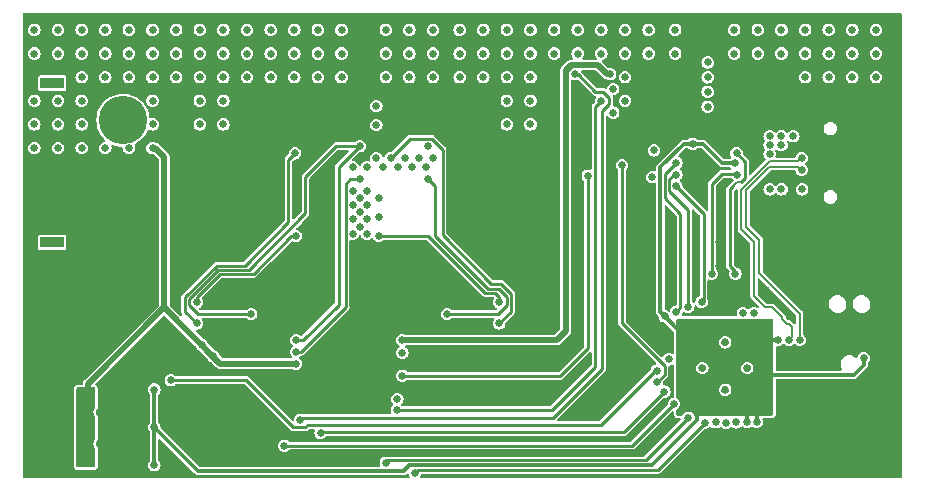
<source format=gbr>
%TF.GenerationSoftware,KiCad,Pcbnew,7.0.8*%
%TF.CreationDate,2024-04-26T14:47:40-04:00*%
%TF.ProjectId,PD Charger,50442043-6861-4726-9765-722e6b696361,rev?*%
%TF.SameCoordinates,Original*%
%TF.FileFunction,Copper,L2,Inr*%
%TF.FilePolarity,Positive*%
%FSLAX46Y46*%
G04 Gerber Fmt 4.6, Leading zero omitted, Abs format (unit mm)*
G04 Created by KiCad (PCBNEW 7.0.8) date 2024-04-26 14:47:40*
%MOMM*%
%LPD*%
G01*
G04 APERTURE LIST*
G04 Aperture macros list*
%AMRoundRect*
0 Rectangle with rounded corners*
0 $1 Rounding radius*
0 $2 $3 $4 $5 $6 $7 $8 $9 X,Y pos of 4 corners*
0 Add a 4 corners polygon primitive as box body*
4,1,4,$2,$3,$4,$5,$6,$7,$8,$9,$2,$3,0*
0 Add four circle primitives for the rounded corners*
1,1,$1+$1,$2,$3*
1,1,$1+$1,$4,$5*
1,1,$1+$1,$6,$7*
1,1,$1+$1,$8,$9*
0 Add four rect primitives between the rounded corners*
20,1,$1+$1,$2,$3,$4,$5,0*
20,1,$1+$1,$4,$5,$6,$7,0*
20,1,$1+$1,$6,$7,$8,$9,0*
20,1,$1+$1,$8,$9,$2,$3,0*%
G04 Aperture macros list end*
%TA.AperFunction,ComponentPad*%
%ADD10O,2.100000X1.000000*%
%TD*%
%TA.AperFunction,ComponentPad*%
%ADD11O,1.800000X1.000000*%
%TD*%
%TA.AperFunction,ComponentPad*%
%ADD12R,2.000000X0.900000*%
%TD*%
%TA.AperFunction,ComponentPad*%
%ADD13RoundRect,1.025000X1.025000X-1.025000X1.025000X1.025000X-1.025000X1.025000X-1.025000X-1.025000X0*%
%TD*%
%TA.AperFunction,ComponentPad*%
%ADD14C,4.100000*%
%TD*%
%TA.AperFunction,ViaPad*%
%ADD15C,0.650000*%
%TD*%
%TA.AperFunction,Conductor*%
%ADD16C,0.250000*%
%TD*%
%TA.AperFunction,Conductor*%
%ADD17C,0.300000*%
%TD*%
%TA.AperFunction,Conductor*%
%ADD18C,0.500000*%
%TD*%
%TA.AperFunction,Conductor*%
%ADD19C,0.200000*%
%TD*%
G04 APERTURE END LIST*
D10*
%TO.N,GND*%
%TO.C,J1*%
X80145000Y-29320000D03*
D11*
X84325000Y-29320000D03*
D10*
X80145000Y-20680000D03*
D11*
X84325000Y-20680000D03*
%TD*%
D12*
%TO.N,*%
%TO.C,J3*%
X14750000Y-31750000D03*
X14750000Y-18250000D03*
D13*
%TO.N,GND*%
X20750000Y-28600000D03*
D14*
%TO.N,VS*%
X20750000Y-21400000D03*
%TD*%
D15*
%TO.N,SW1*%
X31600000Y-37800000D03*
X35400000Y-40000000D03*
X40800000Y-23600000D03*
%TO.N,SW2*%
X45200000Y-25400000D03*
X44600000Y-24600000D03*
X46400000Y-25400000D03*
X42800000Y-25400000D03*
X44000000Y-25400000D03*
X42400000Y-28000000D03*
X48200000Y-37800000D03*
X45800000Y-24600000D03*
X46600000Y-23600000D03*
X42200000Y-24600000D03*
X42200000Y-21800000D03*
X42400000Y-29600000D03*
X47000000Y-24600000D03*
X46600000Y-26400000D03*
X42200000Y-20200000D03*
%TO.N,GND*%
X29250000Y-28000000D03*
X75200000Y-47400000D03*
X67250000Y-33750000D03*
X59000000Y-31500000D03*
X55250000Y-28000000D03*
X23250000Y-34000000D03*
X31400000Y-47200000D03*
X83250000Y-31750000D03*
X79250000Y-35750000D03*
X75200000Y-35800000D03*
X13600000Y-48800000D03*
X15250000Y-34000000D03*
X53250000Y-34000000D03*
X55250000Y-34000000D03*
X79250000Y-31750000D03*
X59000000Y-35000000D03*
X17250000Y-36000000D03*
X13250000Y-36000000D03*
X17250000Y-28000000D03*
X53250000Y-30000000D03*
X27250000Y-30000000D03*
X43250000Y-32000000D03*
X23250000Y-32000000D03*
X15250000Y-30000000D03*
X69000000Y-26600000D03*
X55250000Y-32000000D03*
X73250000Y-31750000D03*
X13600000Y-46600000D03*
X37250000Y-34000000D03*
X27250000Y-26000000D03*
X23250000Y-28000000D03*
X77500000Y-21750000D03*
X69800000Y-42370000D03*
X13250000Y-30000000D03*
X29250000Y-30000000D03*
X27250000Y-34000000D03*
X85250000Y-33750000D03*
X81250000Y-35750000D03*
X19250000Y-32000000D03*
X43250000Y-34000000D03*
X15250000Y-28000000D03*
X85250000Y-35750000D03*
X31250000Y-32000000D03*
X59000000Y-30250000D03*
X71250000Y-31750000D03*
X71725000Y-44225000D03*
X25250000Y-34000000D03*
X20400000Y-45000000D03*
X62000000Y-31500000D03*
X21250000Y-34000000D03*
X65250000Y-35750000D03*
X21250000Y-32000000D03*
X18775500Y-46101019D03*
X77250000Y-33750000D03*
X55250000Y-30000000D03*
X27250000Y-28000000D03*
X77000000Y-29250000D03*
X25250000Y-32000000D03*
X47500000Y-34000000D03*
X23250000Y-36000000D03*
X77250000Y-35750000D03*
X75500000Y-28500000D03*
X33250000Y-34000000D03*
X85250000Y-31750000D03*
X20400000Y-50024500D03*
X19250000Y-36000000D03*
X77200000Y-46000000D03*
X35250000Y-32500000D03*
X53250000Y-32000000D03*
X23250000Y-26000000D03*
X83250000Y-35750000D03*
X19250000Y-34000000D03*
X37250000Y-32000000D03*
X78500000Y-21750000D03*
X25250000Y-26000000D03*
X77250000Y-31750000D03*
X21250000Y-26000000D03*
X62000000Y-33750000D03*
X77500000Y-20750000D03*
X27250000Y-32000000D03*
X17250000Y-26000000D03*
X17250000Y-32000000D03*
X13250000Y-28000000D03*
X77200000Y-44000000D03*
X81250000Y-31750000D03*
X51250000Y-32000000D03*
X83250000Y-33750000D03*
X23250000Y-30000000D03*
X20400000Y-43400000D03*
X20400000Y-50800000D03*
X75250000Y-33750000D03*
X69250000Y-31750000D03*
X62000000Y-35000000D03*
X67250000Y-35750000D03*
X15250000Y-36000000D03*
X29250000Y-32000000D03*
X31400000Y-48800000D03*
X18775500Y-48775500D03*
X79250000Y-33750000D03*
X42000000Y-49800000D03*
X71800000Y-26600000D03*
X77200000Y-38000000D03*
X65250000Y-33750000D03*
X71250000Y-33750000D03*
X67250000Y-31750000D03*
X78000000Y-29250000D03*
X65250000Y-31750000D03*
X69250000Y-33750000D03*
X13600000Y-50400000D03*
X15250000Y-26000000D03*
X21250000Y-36000000D03*
X25250000Y-30000000D03*
X81250000Y-33750000D03*
X29250000Y-26000000D03*
X59037500Y-32600000D03*
X71725000Y-40200000D03*
X73250000Y-33750000D03*
X53250000Y-28000000D03*
X35250000Y-34000000D03*
X41250000Y-34000000D03*
X77500000Y-28500000D03*
X13250000Y-34000000D03*
X45500000Y-34000000D03*
X73600000Y-42370000D03*
X20400000Y-44200000D03*
X75250000Y-31750000D03*
X17250000Y-34000000D03*
X78000000Y-21250000D03*
X45500000Y-32000000D03*
X78500000Y-20750000D03*
X61962500Y-32600000D03*
X41250000Y-32000000D03*
X70405000Y-25000000D03*
X19250000Y-26000000D03*
X62000000Y-30250000D03*
X67600000Y-22449500D03*
X25250000Y-28000000D03*
X13250000Y-26000000D03*
X59000000Y-33750000D03*
X76500000Y-28500000D03*
X17250000Y-30000000D03*
X25250000Y-36000000D03*
%TO.N,/VCTRLI*%
X67400000Y-45400000D03*
X34400000Y-48950500D03*
%TO.N,/~{RST}*%
X66959266Y-41640734D03*
%TO.N,+3V3*%
X66600000Y-38000000D03*
X73600000Y-46943156D03*
X83450000Y-41525000D03*
X76200000Y-40000000D03*
X23400000Y-44200000D03*
X72551394Y-25035923D03*
X74400000Y-46943156D03*
X23400000Y-50600000D03*
X23400000Y-47400000D03*
X69000000Y-23400000D03*
%TO.N,LS*%
X41400000Y-25400000D03*
X40200000Y-28600000D03*
X41400000Y-31000000D03*
X40800000Y-26400000D03*
X40200000Y-27400000D03*
X40800000Y-30400000D03*
X41400000Y-28600000D03*
X40200000Y-25400000D03*
X40800000Y-29200000D03*
X40800000Y-28000000D03*
X40200000Y-31000000D03*
X41400000Y-29800000D03*
X40200000Y-29800000D03*
X35400000Y-41000000D03*
X41400000Y-27400000D03*
%TO.N,/G1*%
X35400000Y-31200000D03*
X27000000Y-36800000D03*
%TO.N,VS*%
X17990734Y-45609266D03*
X31250000Y-17750000D03*
X13250000Y-21750000D03*
X15250000Y-15750000D03*
X35250000Y-17750000D03*
X13250000Y-23750000D03*
X17250000Y-17750000D03*
X37250000Y-13750000D03*
X15250000Y-21750000D03*
X31250000Y-13750000D03*
X21250000Y-15750000D03*
X15250000Y-19750000D03*
X19250000Y-13750000D03*
X27250000Y-21750000D03*
X21250000Y-23750000D03*
X31250000Y-15750000D03*
X33250000Y-15750000D03*
X35250000Y-13750000D03*
X19250000Y-23750000D03*
X35250000Y-15750000D03*
X13250000Y-15750000D03*
X33250000Y-13750000D03*
X23250000Y-23750000D03*
X37250000Y-17750000D03*
X25250000Y-17750000D03*
X17250000Y-19750000D03*
X27400000Y-40400000D03*
X33250000Y-17750000D03*
X37250000Y-15750000D03*
X29250000Y-17750000D03*
X29250000Y-13750000D03*
X39250000Y-15750000D03*
X28400000Y-41400000D03*
X21250000Y-13750000D03*
X15250000Y-13750000D03*
X17250000Y-23750000D03*
X25250000Y-15750000D03*
X17200000Y-45600000D03*
X19250000Y-17750000D03*
X39250000Y-17750000D03*
X27250000Y-17750000D03*
X29250000Y-21750000D03*
X27250000Y-13750000D03*
X17250000Y-21750000D03*
X27250000Y-19750000D03*
X23250000Y-21750000D03*
X29250000Y-19750000D03*
X25250000Y-13750000D03*
X17250000Y-15750000D03*
X17250000Y-13750000D03*
X27250000Y-15750000D03*
X29250000Y-15750000D03*
X18000000Y-49200000D03*
X15250000Y-23750000D03*
X23250000Y-17750000D03*
X23250000Y-13750000D03*
X23250000Y-19750000D03*
X17200000Y-49200000D03*
X23250000Y-15750000D03*
X13250000Y-19750000D03*
X19250000Y-15750000D03*
X13250000Y-13750000D03*
X35400000Y-42000000D03*
X39250000Y-13750000D03*
X21250000Y-17750000D03*
%TO.N,/G2*%
X27000000Y-38600000D03*
X35314500Y-24200000D03*
%TO.N,/G3*%
X52600000Y-36800000D03*
X42400000Y-31200000D03*
%TO.N,IS*%
X45000000Y-15750000D03*
X59250000Y-13750000D03*
X55250000Y-15750000D03*
X55250000Y-19750000D03*
X55250000Y-21750000D03*
X49250000Y-17750000D03*
X43000000Y-17750000D03*
X51250000Y-15750000D03*
X57250000Y-15750000D03*
X57250000Y-13750000D03*
X43000000Y-15750000D03*
X55250000Y-17750000D03*
X59000000Y-17500000D03*
X51250000Y-13750000D03*
X35750000Y-46750000D03*
X43000000Y-13750000D03*
X45000000Y-13750000D03*
X45000000Y-17750000D03*
X47000000Y-13750000D03*
X53250000Y-15750000D03*
X49250000Y-13750000D03*
X53250000Y-21750000D03*
X59250000Y-15750000D03*
X51250000Y-17750000D03*
X53250000Y-17750000D03*
X53250000Y-19750000D03*
X47000000Y-15750000D03*
X47000000Y-17750000D03*
X53250000Y-13750000D03*
X49250000Y-15750000D03*
X55250000Y-13750000D03*
%TO.N,/G4*%
X52600000Y-38600000D03*
X43400000Y-24600000D03*
%TO.N,VD*%
X43940734Y-45940734D03*
X61250000Y-19750000D03*
X62000000Y-17500000D03*
X63250000Y-15750000D03*
X67500000Y-13750000D03*
X62250000Y-20750000D03*
X63250000Y-19750000D03*
X61250000Y-15750000D03*
X67500000Y-15750000D03*
X61250000Y-13750000D03*
X63250000Y-17750000D03*
X44400000Y-40000000D03*
X65250000Y-15750000D03*
X65250000Y-13750000D03*
X63250000Y-13750000D03*
X62250000Y-18750000D03*
%TO.N,/FB*%
X60100500Y-26100000D03*
X44400000Y-43035750D03*
%TO.N,/CC1*%
X70600000Y-34400000D03*
X72750500Y-26000000D03*
%TO.N,/USB_DP*%
X77150000Y-40000000D03*
X78200000Y-24600000D03*
%TO.N,/CC2*%
X72692734Y-24198261D03*
X72600000Y-34400000D03*
%TO.N,/INT_N*%
X67600000Y-25000000D03*
X67600000Y-37600000D03*
%TO.N,/SCL*%
X68600000Y-37200000D03*
X67600000Y-26000000D03*
%TO.N,/SDA*%
X69734082Y-36781593D03*
X67600000Y-27000000D03*
%TO.N,/VIN_SENSE*%
X65950500Y-42600000D03*
X24800000Y-43400000D03*
%TO.N,/VOUT_SENSE*%
X63000000Y-25200000D03*
X65949500Y-43580680D03*
%TO.N,/VCTRLV*%
X37475500Y-47860120D03*
X66581114Y-44381114D03*
%TO.N,/VADJ*%
X70012679Y-47008592D03*
X45462786Y-51274500D03*
%TO.N,/~{RUN}*%
X68600000Y-46600000D03*
X43000000Y-50400000D03*
%TO.N,/OUTDIS*%
X65710206Y-23950500D03*
X74157591Y-37724500D03*
%TO.N,/LOADEN*%
X73228835Y-37724500D03*
X65572700Y-26200000D03*
%TO.N,/ISMON*%
X43975500Y-45000000D03*
X71800000Y-47000000D03*
%TO.N,/SYNC*%
X70915982Y-46965485D03*
X44400000Y-41086750D03*
%TO.N,/COM_S*%
X70250000Y-19000000D03*
X70250000Y-17750000D03*
X70250000Y-16500000D03*
X70250000Y-20250000D03*
%TO.N,/VBUS*%
X77500000Y-22750000D03*
X78500000Y-17750000D03*
X82500000Y-13750000D03*
X72500000Y-13750000D03*
X82500000Y-17750000D03*
X80500000Y-17750000D03*
X75500000Y-23500000D03*
X78250000Y-27250000D03*
X78500000Y-15750000D03*
X76500000Y-13750000D03*
X80500000Y-15750000D03*
X75500000Y-24250000D03*
X76500000Y-22750000D03*
X76500000Y-23500000D03*
X74500000Y-15750000D03*
X84500000Y-15750000D03*
X76500000Y-15750000D03*
X84500000Y-13750000D03*
X76500000Y-27250000D03*
X84500000Y-17750000D03*
X82500000Y-15750000D03*
X80500000Y-13750000D03*
X74500000Y-13750000D03*
X75500000Y-22750000D03*
X75500000Y-27250000D03*
X72500000Y-15750000D03*
X78500000Y-13750000D03*
%TO.N,/USB_DN*%
X78050000Y-40000000D03*
X78200000Y-25600000D03*
%TO.N,/VREF+*%
X72677536Y-46974580D03*
%TD*%
D16*
%TO.N,SW1*%
X39000000Y-25400000D02*
X39000000Y-29800000D01*
X38800000Y-23600000D02*
X36200000Y-26200000D01*
X40800000Y-23600000D02*
X38800000Y-23600000D01*
X36000000Y-40000000D02*
X35400000Y-40000000D01*
X40800000Y-23600000D02*
X39000000Y-25400000D01*
X31418176Y-34061100D02*
X28819661Y-34061100D01*
X26350000Y-36530761D02*
X26350000Y-37069239D01*
X26350000Y-37069239D02*
X27080761Y-37800000D01*
X36200000Y-26200000D02*
X36200000Y-29279276D01*
X27080761Y-37800000D02*
X31600000Y-37800000D01*
X39000000Y-37000000D02*
X36000000Y-40000000D01*
X31418176Y-34061100D02*
X36200000Y-29279276D01*
X39000000Y-29800000D02*
X39000000Y-37000000D01*
X28819661Y-34061100D02*
X26350000Y-36530761D01*
%TO.N,SW2*%
X47200000Y-27000000D02*
X47200000Y-31200000D01*
X51661100Y-35661100D02*
X52561100Y-35661100D01*
X53250000Y-36350000D02*
X53250000Y-37069239D01*
X46600000Y-26400000D02*
X47200000Y-27000000D01*
X52561100Y-35661100D02*
X53250000Y-36350000D01*
X53250000Y-37069239D02*
X52519239Y-37800000D01*
X52519239Y-37800000D02*
X48200000Y-37800000D01*
X47200000Y-31200000D02*
X51661100Y-35661100D01*
%TO.N,GND*%
X61962500Y-30212500D02*
X62000000Y-30250000D01*
X62000000Y-31500000D02*
X61962500Y-31537500D01*
%TO.N,/VCTRLI*%
X63849500Y-48950500D02*
X34400000Y-48950500D01*
X67400000Y-45400000D02*
X63849500Y-48950500D01*
D17*
%TO.N,+3V3*%
X69854595Y-23400000D02*
X69000000Y-23400000D01*
X67600000Y-39000000D02*
X68400000Y-39000000D01*
X45000000Y-50600000D02*
X44525000Y-51075000D01*
X83450000Y-42121802D02*
X82632502Y-42939300D01*
X65554595Y-50600000D02*
X45000000Y-50600000D01*
X66247200Y-37647200D02*
X66600000Y-38000000D01*
X76200000Y-40000000D02*
X74000000Y-40000000D01*
X66247200Y-25398205D02*
X66247200Y-37647200D01*
X72551394Y-25035923D02*
X71490518Y-25035923D01*
X74400000Y-47000000D02*
X74400000Y-45000000D01*
X72925000Y-42300000D02*
X71700000Y-42300000D01*
X74400000Y-45000000D02*
X73000000Y-43600000D01*
X23400000Y-44200000D02*
X23400000Y-47400000D01*
X73600000Y-44200000D02*
X73000000Y-43600000D01*
X83450000Y-41525000D02*
X83450000Y-42121802D01*
X75123895Y-42939300D02*
X73879595Y-41695000D01*
X68245405Y-23400000D02*
X66247200Y-25398205D01*
X71490518Y-25035923D02*
X69854595Y-23400000D01*
X23400000Y-47400000D02*
X23400000Y-50600000D01*
X27075000Y-51075000D02*
X23400000Y-47400000D01*
X82632502Y-42939300D02*
X75123895Y-42939300D01*
X66600000Y-38000000D02*
X67600000Y-39000000D01*
X73600000Y-47000000D02*
X73600000Y-44200000D01*
X73320405Y-41695000D02*
X72925000Y-42090405D01*
X44525000Y-51075000D02*
X27075000Y-51075000D01*
X69337679Y-46816916D02*
X65554595Y-50600000D01*
X72925000Y-42090405D02*
X72925000Y-42300000D01*
X74000000Y-40000000D02*
X71700000Y-42300000D01*
X69000000Y-23400000D02*
X68245405Y-23400000D01*
X71700000Y-42300000D02*
X69337679Y-44662321D01*
X71700000Y-42300000D02*
X73000000Y-43600000D01*
X69337679Y-44662321D02*
X69337679Y-46816916D01*
X68400000Y-39000000D02*
X71700000Y-42300000D01*
X73879595Y-41695000D02*
X73320405Y-41695000D01*
D16*
%TO.N,LS*%
X35800000Y-41000000D02*
X39600000Y-37200000D01*
X40800000Y-26400000D02*
X40000000Y-26400000D01*
X39600000Y-26800000D02*
X39600000Y-37200000D01*
X35800000Y-41000000D02*
X35400000Y-41000000D01*
X40000000Y-26400000D02*
X39600000Y-26800000D01*
%TO.N,/G1*%
X31800000Y-34400000D02*
X29000000Y-34400000D01*
X29000000Y-34400000D02*
X27000000Y-36400000D01*
X35400000Y-31200000D02*
X35000000Y-31200000D01*
X27000000Y-36400000D02*
X27000000Y-36800000D01*
X35000000Y-31200000D02*
X31800000Y-34400000D01*
D18*
%TO.N,VS*%
X17800000Y-50200000D02*
X17800000Y-50400000D01*
X17800000Y-43700000D02*
X17800000Y-45000000D01*
X29000000Y-42000000D02*
X24250000Y-37250000D01*
X24250000Y-37250000D02*
X17800000Y-43700000D01*
X35400000Y-42000000D02*
X29000000Y-42000000D01*
X23500000Y-23750000D02*
X23250000Y-23750000D01*
D19*
X17200000Y-45600000D02*
X17800000Y-45000000D01*
X17990734Y-45190734D02*
X17800000Y-45000000D01*
X17800000Y-49800000D02*
X17800000Y-50400000D01*
X17200000Y-49200000D02*
X17800000Y-49800000D01*
X17990734Y-45609266D02*
X17990734Y-45190734D01*
D18*
X24250000Y-37250000D02*
X24250000Y-24500000D01*
D19*
X17800000Y-49400000D02*
X17800000Y-50200000D01*
D18*
X17800000Y-45000000D02*
X17800000Y-50200000D01*
X24250000Y-24500000D02*
X23500000Y-23750000D01*
D19*
X18000000Y-49200000D02*
X17800000Y-49400000D01*
D16*
%TO.N,/G2*%
X34750000Y-30050000D02*
X31077800Y-33722200D01*
X35314500Y-24200000D02*
X34750000Y-24764500D01*
X26011100Y-37611100D02*
X27000000Y-38600000D01*
X31077800Y-33722200D02*
X28679284Y-33722200D01*
X34750000Y-24764500D02*
X34750000Y-30050000D01*
X28679284Y-33722200D02*
X26011100Y-36390385D01*
X26011100Y-36390385D02*
X26011100Y-37611100D01*
%TO.N,/G3*%
X52250000Y-36000000D02*
X52600000Y-36350000D01*
X46600000Y-31200000D02*
X51400000Y-36000000D01*
X42400000Y-31200000D02*
X46600000Y-31200000D01*
X52600000Y-36350000D02*
X52600000Y-36800000D01*
X51400000Y-36000000D02*
X52250000Y-36000000D01*
%TO.N,IS*%
X61900000Y-20019239D02*
X61900000Y-19480761D01*
X35900000Y-46600000D02*
X57150000Y-46600000D01*
X61312500Y-42437500D02*
X61312500Y-20606739D01*
X61312500Y-20606739D02*
X61900000Y-20019239D01*
X61419239Y-19000000D02*
X60750000Y-19000000D01*
X61900000Y-19480761D02*
X61419239Y-19000000D01*
X59250000Y-17500000D02*
X59000000Y-17500000D01*
X35750000Y-46750000D02*
X35900000Y-46600000D01*
X57150000Y-46600000D02*
X61312500Y-42437500D01*
X60750000Y-19000000D02*
X59250000Y-17500000D01*
%TO.N,/G4*%
X51929276Y-35250000D02*
X52750000Y-35250000D01*
X43400000Y-24600000D02*
X45050000Y-22950000D01*
X45050000Y-22950000D02*
X46869239Y-22950000D01*
X53588900Y-36088900D02*
X53588900Y-37611100D01*
X47800000Y-23880761D02*
X47800000Y-31120724D01*
X47800000Y-31120724D02*
X51929276Y-35250000D01*
X52750000Y-35250000D02*
X53588900Y-36088900D01*
X53588900Y-37611100D02*
X52600000Y-38600000D01*
X46869239Y-22950000D02*
X47800000Y-23880761D01*
D18*
%TO.N,VD*%
X58678984Y-16725000D02*
X60975000Y-16725000D01*
D16*
X60750000Y-42250000D02*
X60750000Y-20250000D01*
X58350000Y-17230761D02*
X58350000Y-17769239D01*
X60750000Y-20250000D02*
X61250000Y-19750000D01*
D18*
X44400000Y-40000000D02*
X57500000Y-40000000D01*
D16*
X43940734Y-45940734D02*
X57059266Y-45940734D01*
D18*
X58225000Y-17178984D02*
X58678984Y-16725000D01*
D16*
X58730761Y-16850000D02*
X58350000Y-17230761D01*
X57059266Y-45940734D02*
X60750000Y-42250000D01*
D18*
X60975000Y-16725000D02*
X61750000Y-17500000D01*
X58225000Y-39275000D02*
X58225000Y-17178984D01*
X57500000Y-40000000D02*
X58225000Y-39275000D01*
D16*
%TO.N,/FB*%
X60100500Y-40699500D02*
X60100500Y-26100000D01*
X57764250Y-43035750D02*
X60100500Y-40699500D01*
X44400000Y-43035750D02*
X57764250Y-43035750D01*
%TO.N,/CC1*%
X71450000Y-25950000D02*
X70600000Y-26800000D01*
X70600000Y-26800000D02*
X70600000Y-34400000D01*
X72700500Y-25950000D02*
X71450000Y-25950000D01*
X72750500Y-26000000D02*
X72700500Y-25950000D01*
D19*
%TO.N,/USB_DP*%
X73239296Y-27124306D02*
X73081801Y-27281801D01*
X74175000Y-31693200D02*
X74175000Y-36293200D01*
X75491248Y-24874999D02*
X73241941Y-27124306D01*
X73081801Y-27281801D02*
X73081801Y-30600001D01*
X77106800Y-38625000D02*
X77374999Y-38893199D01*
X76575000Y-38093200D02*
X76575000Y-38258884D01*
X75106800Y-37225000D02*
X75706800Y-37225000D01*
X76941116Y-38625000D02*
X77106800Y-38625000D01*
X75706800Y-37225000D02*
X76575000Y-38093200D01*
X73241941Y-27124306D02*
X73239296Y-27124306D01*
X77374999Y-39775001D02*
X77150000Y-40000000D01*
X76575000Y-38258884D02*
X76941116Y-38625000D01*
X77374999Y-38893199D02*
X77374999Y-39775001D01*
X74175000Y-36293200D02*
X75106800Y-37225000D01*
X73081801Y-30600001D02*
X74175000Y-31693200D01*
X78200000Y-24600000D02*
X77925001Y-24874999D01*
X77925001Y-24874999D02*
X75491248Y-24874999D01*
%TO.N,/CC2*%
X72743199Y-26656801D02*
X72400000Y-27000000D01*
D16*
X72400000Y-27000000D02*
X72150000Y-27250000D01*
D19*
X73375500Y-26294239D02*
X73375500Y-26424500D01*
D16*
X73400500Y-26269239D02*
X73037938Y-26631801D01*
D19*
X73375500Y-26424500D02*
X73143199Y-26656801D01*
D16*
X72600000Y-34200000D02*
X72600000Y-34400000D01*
D19*
X73143199Y-26656801D02*
X72743199Y-26656801D01*
X73037938Y-26631801D02*
X73375500Y-26294239D01*
D16*
X73400500Y-24906027D02*
X73400500Y-26269239D01*
X72150000Y-33750000D02*
X72600000Y-34200000D01*
X72150000Y-27250000D02*
X72150000Y-33750000D01*
X72692734Y-24198261D02*
X73400500Y-24906027D01*
%TO.N,/INT_N*%
X67950000Y-37250000D02*
X67950000Y-29350000D01*
X66611100Y-25988900D02*
X67600000Y-25000000D01*
X67950000Y-29350000D02*
X66611100Y-28011100D01*
X67600000Y-37600000D02*
X67950000Y-37250000D01*
X66611100Y-28011100D02*
X66611100Y-25988900D01*
%TO.N,/SCL*%
X67400000Y-26000000D02*
X67000000Y-26400000D01*
X67000000Y-27400000D02*
X68600000Y-29000000D01*
X68600000Y-29000000D02*
X68600000Y-37200000D01*
X66950000Y-26450000D02*
X66950000Y-27350000D01*
X66950000Y-27350000D02*
X67000000Y-27400000D01*
X67000000Y-26400000D02*
X66950000Y-26450000D01*
X67600000Y-26000000D02*
X67400000Y-26000000D01*
%TO.N,/SDA*%
X69900000Y-29300000D02*
X67600000Y-27000000D01*
X69900000Y-36615675D02*
X69900000Y-29300000D01*
X69734082Y-36781593D02*
X69900000Y-36615675D01*
%TO.N,/VIN_SENSE*%
X31184369Y-43400000D02*
X35184369Y-47400000D01*
X61189880Y-47210120D02*
X65800000Y-42600000D01*
X35184369Y-47400000D02*
X36200000Y-47400000D01*
X36200000Y-47400000D02*
X36389880Y-47210120D01*
X24800000Y-43400000D02*
X31184369Y-43400000D01*
X65800000Y-42600000D02*
X65950500Y-42600000D01*
X36389880Y-47210120D02*
X61189880Y-47210120D01*
%TO.N,/VOUT_SENSE*%
X66600000Y-42930180D02*
X65949500Y-43580680D01*
X63000000Y-25200000D02*
X63000000Y-38600000D01*
X63000000Y-38600000D02*
X66600000Y-42200000D01*
X66600000Y-42200000D02*
X66600000Y-42930180D01*
%TO.N,/VCTRLV*%
X37475500Y-47860120D02*
X37505762Y-47829858D01*
X37505762Y-47829858D02*
X63132370Y-47829858D01*
X63132370Y-47829858D02*
X66581114Y-44381114D01*
%TO.N,/VADJ*%
X45737286Y-51000000D02*
X66021271Y-51000000D01*
X66021271Y-51000000D02*
X70012679Y-47008592D01*
X45462786Y-51274500D02*
X45737286Y-51000000D01*
%TO.N,/~{RUN}*%
X65000000Y-50200000D02*
X43200000Y-50200000D01*
X43200000Y-50200000D02*
X43000000Y-50400000D01*
X68600000Y-46600000D02*
X65000000Y-50200000D01*
D19*
%TO.N,/USB_DN*%
X78200000Y-25600000D02*
X77925001Y-25325001D01*
X75474999Y-25325001D02*
X73531802Y-27268198D01*
X78050000Y-37766116D02*
X78050000Y-40000000D01*
X73531802Y-27268198D02*
X73531802Y-30413602D01*
X77925001Y-25325001D02*
X75474999Y-25325001D01*
X74625000Y-31506800D02*
X74625000Y-34341116D01*
X73531802Y-30413602D02*
X74625000Y-31506800D01*
X74625000Y-34341116D02*
X78050000Y-37766116D01*
%TD*%
%TA.AperFunction,Conductor*%
%TO.N,GND*%
G36*
X39815092Y-23946317D02*
G01*
X39854688Y-24000817D01*
X39854688Y-24068183D01*
X39828098Y-24111575D01*
X38781566Y-25158105D01*
X38778061Y-25161317D01*
X38746806Y-25187544D01*
X38746804Y-25187545D01*
X38726400Y-25222886D01*
X38723846Y-25226895D01*
X38700445Y-25260317D01*
X38700443Y-25260320D01*
X38700392Y-25260513D01*
X38689516Y-25286772D01*
X38689413Y-25286949D01*
X38689411Y-25286955D01*
X38682326Y-25327136D01*
X38681297Y-25331775D01*
X38671115Y-25369781D01*
X38670736Y-25371194D01*
X38674292Y-25411839D01*
X38674500Y-25416592D01*
X38674500Y-36820024D01*
X38653683Y-36884093D01*
X38642575Y-36897099D01*
X35921414Y-39618259D01*
X35861390Y-39648842D01*
X35794854Y-39638304D01*
X35777984Y-39627659D01*
X35665018Y-39540976D01*
X35665014Y-39540974D01*
X35537185Y-39488026D01*
X35537178Y-39488024D01*
X35400003Y-39469965D01*
X35399997Y-39469965D01*
X35262821Y-39488024D01*
X35262814Y-39488026D01*
X35134981Y-39540976D01*
X35025214Y-39625204D01*
X35025204Y-39625214D01*
X34940976Y-39734981D01*
X34888026Y-39862814D01*
X34888024Y-39862821D01*
X34869965Y-39999997D01*
X34869965Y-40000002D01*
X34888024Y-40137178D01*
X34888026Y-40137185D01*
X34940974Y-40265014D01*
X34940976Y-40265018D01*
X35023313Y-40372321D01*
X35025209Y-40374791D01*
X35075689Y-40413526D01*
X35113843Y-40469041D01*
X35112080Y-40536384D01*
X35075689Y-40586473D01*
X35025212Y-40625206D01*
X35025204Y-40625214D01*
X34940976Y-40734981D01*
X34888026Y-40862814D01*
X34888024Y-40862821D01*
X34869965Y-40999997D01*
X34869965Y-41000002D01*
X34888024Y-41137178D01*
X34888026Y-41137185D01*
X34940974Y-41265014D01*
X34940976Y-41265018D01*
X35024713Y-41374145D01*
X35047201Y-41437646D01*
X35028068Y-41502238D01*
X34974623Y-41543248D01*
X34938238Y-41549500D01*
X29231753Y-41549500D01*
X29167684Y-41528683D01*
X29154678Y-41517575D01*
X28935827Y-41298724D01*
X28912199Y-41263361D01*
X28895868Y-41223935D01*
X28859024Y-41134983D01*
X28859023Y-41134982D01*
X28859023Y-41134981D01*
X28774795Y-41025214D01*
X28774794Y-41025213D01*
X28774791Y-41025209D01*
X28774786Y-41025205D01*
X28774785Y-41025204D01*
X28665018Y-40940976D01*
X28665014Y-40940974D01*
X28536638Y-40887800D01*
X28501275Y-40864172D01*
X27935827Y-40298724D01*
X27912199Y-40263361D01*
X27891847Y-40214227D01*
X27859024Y-40134983D01*
X27859023Y-40134982D01*
X27859023Y-40134981D01*
X27774795Y-40025214D01*
X27774794Y-40025213D01*
X27774791Y-40025209D01*
X27774786Y-40025205D01*
X27774785Y-40025204D01*
X27665018Y-39940976D01*
X27665014Y-39940974D01*
X27536638Y-39887800D01*
X27501275Y-39864172D01*
X26950520Y-39313417D01*
X26919937Y-39253393D01*
X26930475Y-39186857D01*
X26978110Y-39139222D01*
X27013362Y-39128275D01*
X27137183Y-39111974D01*
X27265018Y-39059024D01*
X27374791Y-38974791D01*
X27459024Y-38865018D01*
X27511974Y-38737183D01*
X27518549Y-38687247D01*
X27530035Y-38600002D01*
X27530035Y-38599997D01*
X27511975Y-38462821D01*
X27511973Y-38462814D01*
X27459024Y-38334983D01*
X27441368Y-38311973D01*
X27432836Y-38300855D01*
X27410349Y-38237354D01*
X27429482Y-38172762D01*
X27482926Y-38131752D01*
X27519312Y-38125500D01*
X31133634Y-38125500D01*
X31197703Y-38146317D01*
X31220106Y-38168142D01*
X31225209Y-38174791D01*
X31334982Y-38259024D01*
X31386394Y-38280319D01*
X31462814Y-38311973D01*
X31462821Y-38311975D01*
X31599997Y-38330035D01*
X31600000Y-38330035D01*
X31600003Y-38330035D01*
X31737178Y-38311975D01*
X31737180Y-38311974D01*
X31737183Y-38311974D01*
X31865018Y-38259024D01*
X31974791Y-38174791D01*
X32059024Y-38065018D01*
X32111974Y-37937183D01*
X32112165Y-37935737D01*
X32130035Y-37800002D01*
X32130035Y-37799997D01*
X32111975Y-37662821D01*
X32111973Y-37662814D01*
X32061506Y-37540976D01*
X32059024Y-37534983D01*
X32059023Y-37534982D01*
X32059023Y-37534981D01*
X31974795Y-37425214D01*
X31974794Y-37425213D01*
X31974791Y-37425209D01*
X31974786Y-37425205D01*
X31974785Y-37425204D01*
X31865018Y-37340976D01*
X31865014Y-37340974D01*
X31737185Y-37288026D01*
X31737178Y-37288024D01*
X31600003Y-37269965D01*
X31599997Y-37269965D01*
X31462821Y-37288024D01*
X31462814Y-37288026D01*
X31334981Y-37340976D01*
X31225214Y-37425204D01*
X31225209Y-37425209D01*
X31220107Y-37431856D01*
X31164591Y-37470012D01*
X31133634Y-37474500D01*
X27292793Y-37474500D01*
X27228724Y-37453683D01*
X27189128Y-37399183D01*
X27189128Y-37331817D01*
X27228724Y-37277317D01*
X27251081Y-37264797D01*
X27254500Y-37263380D01*
X27265018Y-37259024D01*
X27374791Y-37174791D01*
X27459024Y-37065018D01*
X27511974Y-36937183D01*
X27514398Y-36918776D01*
X27530035Y-36800002D01*
X27530035Y-36799997D01*
X27511975Y-36662821D01*
X27511973Y-36662814D01*
X27459023Y-36534980D01*
X27455452Y-36528795D01*
X27456666Y-36528094D01*
X27436687Y-36471680D01*
X27455819Y-36407088D01*
X27468569Y-36391755D01*
X29102901Y-34757425D01*
X29162925Y-34726842D01*
X29179976Y-34725500D01*
X31783407Y-34725500D01*
X31788143Y-34725706D01*
X31828807Y-34729264D01*
X31868260Y-34718691D01*
X31872848Y-34717675D01*
X31913045Y-34710588D01*
X31913198Y-34710499D01*
X31939500Y-34699603D01*
X31939684Y-34699554D01*
X31973112Y-34676146D01*
X31977110Y-34673599D01*
X32012455Y-34653194D01*
X32038682Y-34621936D01*
X32041896Y-34618429D01*
X33295550Y-33364775D01*
X34991750Y-31668574D01*
X35051773Y-31637993D01*
X35118309Y-31648531D01*
X35134478Y-31658732D01*
X35134978Y-31659021D01*
X35134982Y-31659024D01*
X35158043Y-31668576D01*
X35262814Y-31711973D01*
X35262821Y-31711975D01*
X35399997Y-31730035D01*
X35400000Y-31730035D01*
X35400003Y-31730035D01*
X35537178Y-31711975D01*
X35537180Y-31711974D01*
X35537183Y-31711974D01*
X35665018Y-31659024D01*
X35774791Y-31574791D01*
X35859024Y-31465018D01*
X35911974Y-31337183D01*
X35919470Y-31280252D01*
X35930035Y-31200002D01*
X35930035Y-31199997D01*
X35911975Y-31062821D01*
X35911973Y-31062814D01*
X35873821Y-30970707D01*
X35859024Y-30934983D01*
X35859023Y-30934982D01*
X35859023Y-30934981D01*
X35774795Y-30825214D01*
X35774794Y-30825213D01*
X35774791Y-30825209D01*
X35774786Y-30825205D01*
X35774785Y-30825204D01*
X35665018Y-30740976D01*
X35665014Y-30740974D01*
X35537185Y-30688026D01*
X35537178Y-30688024D01*
X35503941Y-30683649D01*
X35443138Y-30654648D01*
X35410994Y-30595445D01*
X35419787Y-30528656D01*
X35441094Y-30498507D01*
X35874584Y-30065018D01*
X36418441Y-29521161D01*
X36421927Y-29517965D01*
X36453194Y-29491731D01*
X36473598Y-29456387D01*
X36476143Y-29452392D01*
X36499554Y-29418960D01*
X36499603Y-29418776D01*
X36510500Y-29392473D01*
X36510588Y-29392321D01*
X36517677Y-29352109D01*
X36518700Y-29347502D01*
X36520449Y-29340974D01*
X36529263Y-29308083D01*
X36525706Y-29267427D01*
X36525500Y-29262691D01*
X36525500Y-26379976D01*
X36546317Y-26315907D01*
X36557425Y-26302901D01*
X38902902Y-23957425D01*
X38962926Y-23926842D01*
X38979977Y-23925500D01*
X39751023Y-23925500D01*
X39815092Y-23946317D01*
G37*
%TD.AperFunction*%
%TA.AperFunction,Conductor*%
G36*
X86654569Y-12321317D02*
G01*
X86694165Y-12375817D01*
X86699500Y-12409500D01*
X86699500Y-51590500D01*
X86678683Y-51654569D01*
X86624183Y-51694165D01*
X86590500Y-51699500D01*
X46018238Y-51699500D01*
X45954169Y-51678683D01*
X45914573Y-51624183D01*
X45914573Y-51556817D01*
X45919295Y-51546209D01*
X45919076Y-51546119D01*
X45967155Y-51430043D01*
X45974760Y-51411683D01*
X45974761Y-51411674D01*
X45976204Y-51406292D01*
X46012892Y-51349793D01*
X46075783Y-51325650D01*
X46081491Y-51325500D01*
X66004678Y-51325500D01*
X66009414Y-51325706D01*
X66050078Y-51329264D01*
X66089531Y-51318691D01*
X66094119Y-51317675D01*
X66134316Y-51310588D01*
X66134469Y-51310499D01*
X66160771Y-51299603D01*
X66160955Y-51299554D01*
X66194383Y-51276146D01*
X66198381Y-51273599D01*
X66233726Y-51253194D01*
X66259953Y-51221936D01*
X66263167Y-51218429D01*
X68072073Y-49409523D01*
X69913073Y-47568523D01*
X69973095Y-47537942D01*
X70004377Y-47537534D01*
X70012679Y-47538627D01*
X70012682Y-47538627D01*
X70149857Y-47520567D01*
X70149859Y-47520566D01*
X70149862Y-47520566D01*
X70277697Y-47467616D01*
X70387470Y-47383383D01*
X70398902Y-47368484D01*
X70454417Y-47330328D01*
X70521760Y-47332090D01*
X70551727Y-47348360D01*
X70650964Y-47424509D01*
X70672922Y-47433604D01*
X70778796Y-47477458D01*
X70778803Y-47477460D01*
X70915979Y-47495520D01*
X70915982Y-47495520D01*
X70915985Y-47495520D01*
X71053160Y-47477460D01*
X71053162Y-47477459D01*
X71053165Y-47477459D01*
X71181000Y-47424509D01*
X71272245Y-47354492D01*
X71335744Y-47332006D01*
X71400335Y-47351139D01*
X71420050Y-47369846D01*
X71420158Y-47369739D01*
X71424271Y-47373852D01*
X71425070Y-47374611D01*
X71425209Y-47374791D01*
X71425213Y-47374794D01*
X71425214Y-47374795D01*
X71460904Y-47402181D01*
X71534982Y-47459024D01*
X71579489Y-47477459D01*
X71662814Y-47511973D01*
X71662821Y-47511975D01*
X71799997Y-47530035D01*
X71800000Y-47530035D01*
X71800003Y-47530035D01*
X71937178Y-47511975D01*
X71937180Y-47511974D01*
X71937183Y-47511974D01*
X72065018Y-47459024D01*
X72174791Y-47374791D01*
X72174794Y-47374786D01*
X72177130Y-47372451D01*
X72179246Y-47371372D01*
X72180459Y-47370442D01*
X72180631Y-47370666D01*
X72237151Y-47341863D01*
X72303688Y-47352397D01*
X72320565Y-47363045D01*
X72412518Y-47433604D01*
X72464485Y-47455129D01*
X72540350Y-47486553D01*
X72540357Y-47486555D01*
X72677533Y-47504615D01*
X72677536Y-47504615D01*
X72677539Y-47504615D01*
X72814714Y-47486555D01*
X72814716Y-47486554D01*
X72814719Y-47486554D01*
X72942554Y-47433604D01*
X73052327Y-47349371D01*
X73065368Y-47332375D01*
X73120883Y-47294219D01*
X73188226Y-47295981D01*
X73218434Y-47315040D01*
X73219541Y-47313598D01*
X73225209Y-47317947D01*
X73334982Y-47402180D01*
X73388890Y-47424509D01*
X73462814Y-47455129D01*
X73462821Y-47455131D01*
X73599997Y-47473191D01*
X73600000Y-47473191D01*
X73600003Y-47473191D01*
X73737178Y-47455131D01*
X73737180Y-47455130D01*
X73737183Y-47455130D01*
X73865018Y-47402180D01*
X73933648Y-47349517D01*
X73997145Y-47327031D01*
X74061737Y-47346163D01*
X74066315Y-47349489D01*
X74134982Y-47402180D01*
X74188890Y-47424509D01*
X74262814Y-47455129D01*
X74262821Y-47455131D01*
X74399997Y-47473191D01*
X74400000Y-47473191D01*
X74400003Y-47473191D01*
X74537178Y-47455131D01*
X74537180Y-47455130D01*
X74537183Y-47455130D01*
X74665018Y-47402180D01*
X74774791Y-47317947D01*
X74859024Y-47208174D01*
X74911974Y-47080339D01*
X74919233Y-47025209D01*
X74930035Y-46943158D01*
X74930035Y-46943153D01*
X74911975Y-46805977D01*
X74911973Y-46805970D01*
X74891363Y-46756212D01*
X74886078Y-46689054D01*
X74921277Y-46631615D01*
X74983515Y-46605836D01*
X74992066Y-46605500D01*
X75676000Y-46605500D01*
X75719684Y-46600803D01*
X75758317Y-46592398D01*
X75771196Y-46589597D01*
X75773683Y-46588989D01*
X75781373Y-46587110D01*
X75862085Y-46544100D01*
X75914889Y-46498345D01*
X75932843Y-46480754D01*
X75977490Y-46400937D01*
X75997175Y-46333898D01*
X76005500Y-46276000D01*
X76005500Y-43398800D01*
X76026317Y-43334731D01*
X76080817Y-43295135D01*
X76114500Y-43289800D01*
X82584846Y-43289800D01*
X82607213Y-43292119D01*
X82617817Y-43294343D01*
X82646951Y-43290711D01*
X82650901Y-43290219D01*
X82657649Y-43289800D01*
X82661541Y-43289800D01*
X82661542Y-43289800D01*
X82683042Y-43286212D01*
X82733895Y-43279873D01*
X82733900Y-43279870D01*
X82740944Y-43277773D01*
X82747877Y-43275392D01*
X82747883Y-43275392D01*
X82792946Y-43251004D01*
X82838986Y-43228498D01*
X82838987Y-43228497D01*
X82844954Y-43224237D01*
X82850759Y-43219719D01*
X82850760Y-43219718D01*
X82885459Y-43182024D01*
X83664148Y-42403333D01*
X83681600Y-42389163D01*
X83690669Y-42383239D01*
X83711151Y-42356922D01*
X83715622Y-42351859D01*
X83718375Y-42349108D01*
X83728502Y-42334923D01*
X83731039Y-42331370D01*
X83736749Y-42324032D01*
X83762517Y-42290928D01*
X83762518Y-42290922D01*
X83766014Y-42284464D01*
X83769236Y-42277872D01*
X83769240Y-42277868D01*
X83775948Y-42255332D01*
X83783862Y-42228755D01*
X83800499Y-42180295D01*
X83801703Y-42173075D01*
X83802614Y-42165763D01*
X83802617Y-42165756D01*
X83800500Y-42114560D01*
X83800500Y-41968447D01*
X83821317Y-41904378D01*
X83823025Y-41902091D01*
X83824788Y-41899793D01*
X83824791Y-41899791D01*
X83909024Y-41790018D01*
X83961974Y-41662183D01*
X83966842Y-41625214D01*
X83980035Y-41525002D01*
X83980035Y-41524997D01*
X83961975Y-41387821D01*
X83961973Y-41387814D01*
X83923197Y-41294200D01*
X83909024Y-41259983D01*
X83909023Y-41259982D01*
X83909023Y-41259981D01*
X83824795Y-41150214D01*
X83824794Y-41150213D01*
X83824791Y-41150209D01*
X83824786Y-41150205D01*
X83824785Y-41150204D01*
X83715018Y-41065976D01*
X83715014Y-41065974D01*
X83587185Y-41013026D01*
X83587178Y-41013024D01*
X83450003Y-40994965D01*
X83449997Y-40994965D01*
X83312821Y-41013024D01*
X83312814Y-41013026D01*
X83184981Y-41065976D01*
X83075214Y-41150204D01*
X83075204Y-41150214D01*
X82990976Y-41259981D01*
X82938026Y-41387814D01*
X82938025Y-41387820D01*
X82934610Y-41413755D01*
X82905606Y-41474557D01*
X82846403Y-41506699D01*
X82779614Y-41497904D01*
X82756479Y-41483023D01*
X82734751Y-41464791D01*
X82672614Y-41412651D01*
X82672609Y-41412648D01*
X82516814Y-41334405D01*
X82347171Y-41294200D01*
X82216564Y-41294200D01*
X82151700Y-41301781D01*
X82086834Y-41309363D01*
X81923011Y-41368990D01*
X81923000Y-41368995D01*
X81777348Y-41464791D01*
X81657702Y-41591608D01*
X81570534Y-41742590D01*
X81522098Y-41904378D01*
X81520531Y-41909612D01*
X81510393Y-42083660D01*
X81512602Y-42096188D01*
X81535977Y-42228755D01*
X81540668Y-42255354D01*
X81609721Y-42415438D01*
X81609723Y-42415441D01*
X81612894Y-42420933D01*
X81611544Y-42421712D01*
X81630741Y-42478530D01*
X81610671Y-42542837D01*
X81556637Y-42583066D01*
X81521748Y-42588800D01*
X76114500Y-42588800D01*
X76050431Y-42567983D01*
X76010835Y-42513483D01*
X76005500Y-42479800D01*
X76005500Y-40628719D01*
X76026317Y-40564650D01*
X76080817Y-40525054D01*
X76128728Y-40520652D01*
X76199997Y-40530035D01*
X76200000Y-40530035D01*
X76200003Y-40530035D01*
X76337178Y-40511975D01*
X76337180Y-40511974D01*
X76337183Y-40511974D01*
X76465018Y-40459024D01*
X76574791Y-40374791D01*
X76588525Y-40356893D01*
X76644043Y-40318737D01*
X76711385Y-40320500D01*
X76761475Y-40356893D01*
X76773313Y-40372321D01*
X76775209Y-40374791D01*
X76884982Y-40459024D01*
X76934462Y-40479519D01*
X77012814Y-40511973D01*
X77012821Y-40511975D01*
X77149997Y-40530035D01*
X77150000Y-40530035D01*
X77150003Y-40530035D01*
X77287178Y-40511975D01*
X77287180Y-40511974D01*
X77287183Y-40511974D01*
X77415018Y-40459024D01*
X77524791Y-40374791D01*
X77524790Y-40374791D01*
X77530459Y-40370442D01*
X77531769Y-40372149D01*
X77582949Y-40346073D01*
X77649485Y-40356611D01*
X77669176Y-40370917D01*
X77669541Y-40370442D01*
X77675209Y-40374791D01*
X77784982Y-40459024D01*
X77834462Y-40479519D01*
X77912814Y-40511973D01*
X77912821Y-40511975D01*
X78049997Y-40530035D01*
X78050000Y-40530035D01*
X78050003Y-40530035D01*
X78187178Y-40511975D01*
X78187180Y-40511974D01*
X78187183Y-40511974D01*
X78315018Y-40459024D01*
X78424791Y-40374791D01*
X78509024Y-40265018D01*
X78561974Y-40137183D01*
X78564703Y-40116461D01*
X78580035Y-40000002D01*
X78580035Y-39999997D01*
X78561975Y-39862821D01*
X78561973Y-39862814D01*
X78509023Y-39734981D01*
X78424790Y-39625207D01*
X78393143Y-39600923D01*
X78354988Y-39545405D01*
X78350500Y-39514449D01*
X78350500Y-37828433D01*
X78351023Y-37820894D01*
X78352771Y-37808356D01*
X78352773Y-37808351D01*
X78350558Y-37760432D01*
X78350500Y-37757916D01*
X78350500Y-37738276D01*
X78350499Y-37738267D01*
X78349913Y-37735135D01*
X78349040Y-37727616D01*
X78347669Y-37697953D01*
X78347585Y-37696124D01*
X78344082Y-37688191D01*
X78336652Y-37664194D01*
X78336394Y-37662814D01*
X78335061Y-37655683D01*
X78325292Y-37639906D01*
X78318467Y-37628882D01*
X78314943Y-37622197D01*
X78314818Y-37621913D01*
X78302206Y-37593350D01*
X78296075Y-37587219D01*
X78280475Y-37567523D01*
X78275919Y-37560164D01*
X78275918Y-37560163D01*
X78275917Y-37560162D01*
X78250766Y-37541169D01*
X78245065Y-37536208D01*
X77712516Y-37003659D01*
X80494393Y-37003659D01*
X80524568Y-37174791D01*
X80524668Y-37175354D01*
X80589493Y-37325637D01*
X80593721Y-37335437D01*
X80593722Y-37335440D01*
X80697829Y-37475280D01*
X80697831Y-37475281D01*
X80697832Y-37475283D01*
X80831386Y-37587349D01*
X80987185Y-37665594D01*
X81156829Y-37705800D01*
X81287434Y-37705800D01*
X81287436Y-37705800D01*
X81417164Y-37690637D01*
X81580993Y-37631008D01*
X81589810Y-37625209D01*
X81726651Y-37535208D01*
X81747849Y-37512740D01*
X81846296Y-37408393D01*
X81933467Y-37257407D01*
X81983469Y-37090388D01*
X81988521Y-37003659D01*
X82526393Y-37003659D01*
X82556568Y-37174791D01*
X82556668Y-37175354D01*
X82621493Y-37325637D01*
X82625721Y-37335437D01*
X82625722Y-37335440D01*
X82729829Y-37475280D01*
X82729831Y-37475281D01*
X82729832Y-37475283D01*
X82863386Y-37587349D01*
X83019185Y-37665594D01*
X83188829Y-37705800D01*
X83319434Y-37705800D01*
X83319436Y-37705800D01*
X83449164Y-37690637D01*
X83612993Y-37631008D01*
X83621810Y-37625209D01*
X83758651Y-37535208D01*
X83779849Y-37512740D01*
X83878296Y-37408393D01*
X83965467Y-37257407D01*
X84015469Y-37090388D01*
X84025607Y-36916340D01*
X83995332Y-36744646D01*
X83926279Y-36584562D01*
X83926277Y-36584559D01*
X83822170Y-36444719D01*
X83813110Y-36437117D01*
X83688614Y-36332651D01*
X83688609Y-36332648D01*
X83532814Y-36254405D01*
X83363171Y-36214200D01*
X83232564Y-36214200D01*
X83181984Y-36220112D01*
X83102834Y-36229363D01*
X82939011Y-36288990D01*
X82939000Y-36288995D01*
X82793348Y-36384791D01*
X82673702Y-36511608D01*
X82586534Y-36662590D01*
X82537848Y-36825214D01*
X82536531Y-36829612D01*
X82528823Y-36961950D01*
X82526393Y-37003659D01*
X81988521Y-37003659D01*
X81993607Y-36916340D01*
X81963332Y-36744646D01*
X81894279Y-36584562D01*
X81894277Y-36584559D01*
X81790170Y-36444719D01*
X81781110Y-36437117D01*
X81656614Y-36332651D01*
X81656609Y-36332648D01*
X81500814Y-36254405D01*
X81331171Y-36214200D01*
X81200564Y-36214200D01*
X81149984Y-36220112D01*
X81070834Y-36229363D01*
X80907011Y-36288990D01*
X80907000Y-36288995D01*
X80761348Y-36384791D01*
X80641702Y-36511608D01*
X80554534Y-36662590D01*
X80505848Y-36825214D01*
X80504531Y-36829612D01*
X80496823Y-36961950D01*
X80494393Y-37003659D01*
X77712516Y-37003659D01*
X74957425Y-34248569D01*
X74926842Y-34188545D01*
X74925500Y-34171494D01*
X74925500Y-31569117D01*
X74926023Y-31561578D01*
X74927771Y-31549040D01*
X74927773Y-31549035D01*
X74925558Y-31501116D01*
X74925500Y-31498600D01*
X74925500Y-31478960D01*
X74925499Y-31478951D01*
X74924913Y-31475819D01*
X74924040Y-31468300D01*
X74923611Y-31459025D01*
X74922585Y-31436808D01*
X74919082Y-31428875D01*
X74911652Y-31404878D01*
X74910061Y-31396367D01*
X74901728Y-31382909D01*
X74893467Y-31369566D01*
X74889943Y-31362881D01*
X74878594Y-31337178D01*
X74877206Y-31334034D01*
X74871075Y-31327903D01*
X74855475Y-31308207D01*
X74850918Y-31300847D01*
X74850917Y-31300846D01*
X74825766Y-31281853D01*
X74820065Y-31276892D01*
X73864227Y-30321055D01*
X73833644Y-30261031D01*
X73832302Y-30243980D01*
X73832302Y-27890003D01*
X80064534Y-27890003D01*
X80084311Y-28040230D01*
X80084312Y-28040235D01*
X80142303Y-28180235D01*
X80176813Y-28225209D01*
X80234549Y-28300451D01*
X80234553Y-28300454D01*
X80234554Y-28300455D01*
X80279551Y-28334983D01*
X80354767Y-28392698D01*
X80494764Y-28450687D01*
X80607280Y-28465500D01*
X80607285Y-28465500D01*
X80682715Y-28465500D01*
X80682720Y-28465500D01*
X80795236Y-28450687D01*
X80935233Y-28392698D01*
X81055451Y-28300451D01*
X81147698Y-28180233D01*
X81205687Y-28040236D01*
X81210984Y-28000000D01*
X81225466Y-27890003D01*
X81225466Y-27889996D01*
X81205688Y-27739769D01*
X81205687Y-27739764D01*
X81192954Y-27709024D01*
X81147698Y-27599767D01*
X81102584Y-27540974D01*
X81055455Y-27479554D01*
X81055454Y-27479553D01*
X81055451Y-27479549D01*
X81055446Y-27479545D01*
X81055445Y-27479544D01*
X80935235Y-27387303D01*
X80934950Y-27387185D01*
X80795236Y-27329313D01*
X80682720Y-27314500D01*
X80607280Y-27314500D01*
X80513516Y-27326844D01*
X80494763Y-27329313D01*
X80354764Y-27387303D01*
X80234554Y-27479544D01*
X80234544Y-27479554D01*
X80142303Y-27599764D01*
X80084312Y-27739764D01*
X80084311Y-27739769D01*
X80064534Y-27889996D01*
X80064534Y-27890003D01*
X73832302Y-27890003D01*
X73832302Y-27437819D01*
X73853119Y-27373750D01*
X73864227Y-27360744D01*
X73974969Y-27250002D01*
X74969965Y-27250002D01*
X74988024Y-27387178D01*
X74988026Y-27387185D01*
X75040974Y-27515014D01*
X75040976Y-27515018D01*
X75101615Y-27594044D01*
X75125209Y-27624791D01*
X75234982Y-27709024D01*
X75297649Y-27734981D01*
X75362814Y-27761973D01*
X75362821Y-27761975D01*
X75499997Y-27780035D01*
X75500000Y-27780035D01*
X75500003Y-27780035D01*
X75637178Y-27761975D01*
X75637180Y-27761974D01*
X75637183Y-27761974D01*
X75765018Y-27709024D01*
X75874791Y-27624791D01*
X75913527Y-27574309D01*
X75969042Y-27536156D01*
X76036385Y-27537919D01*
X76086472Y-27574309D01*
X76125209Y-27624791D01*
X76234982Y-27709024D01*
X76297649Y-27734981D01*
X76362814Y-27761973D01*
X76362821Y-27761975D01*
X76499997Y-27780035D01*
X76500000Y-27780035D01*
X76500003Y-27780035D01*
X76637178Y-27761975D01*
X76637180Y-27761974D01*
X76637183Y-27761974D01*
X76765018Y-27709024D01*
X76874791Y-27624791D01*
X76959024Y-27515018D01*
X77011974Y-27387183D01*
X77012285Y-27384826D01*
X77030035Y-27250002D01*
X77719965Y-27250002D01*
X77738024Y-27387178D01*
X77738026Y-27387185D01*
X77790974Y-27515014D01*
X77790976Y-27515018D01*
X77851615Y-27594044D01*
X77875209Y-27624791D01*
X77984982Y-27709024D01*
X78047649Y-27734981D01*
X78112814Y-27761973D01*
X78112821Y-27761975D01*
X78249997Y-27780035D01*
X78250000Y-27780035D01*
X78250003Y-27780035D01*
X78387178Y-27761975D01*
X78387180Y-27761974D01*
X78387183Y-27761974D01*
X78515018Y-27709024D01*
X78624791Y-27624791D01*
X78709024Y-27515018D01*
X78761974Y-27387183D01*
X78762285Y-27384826D01*
X78780035Y-27250002D01*
X78780035Y-27249997D01*
X78761975Y-27112821D01*
X78761973Y-27112814D01*
X78718601Y-27008105D01*
X78709024Y-26984983D01*
X78709023Y-26984982D01*
X78709023Y-26984981D01*
X78624795Y-26875214D01*
X78624794Y-26875213D01*
X78624791Y-26875209D01*
X78624786Y-26875205D01*
X78624785Y-26875204D01*
X78515018Y-26790976D01*
X78515014Y-26790974D01*
X78387185Y-26738026D01*
X78387178Y-26738024D01*
X78250003Y-26719965D01*
X78249997Y-26719965D01*
X78112821Y-26738024D01*
X78112814Y-26738026D01*
X77984981Y-26790976D01*
X77875214Y-26875204D01*
X77875204Y-26875214D01*
X77790976Y-26984981D01*
X77738026Y-27112814D01*
X77738024Y-27112821D01*
X77719965Y-27249997D01*
X77719965Y-27250002D01*
X77030035Y-27250002D01*
X77030035Y-27249997D01*
X77011975Y-27112821D01*
X77011973Y-27112814D01*
X76968601Y-27008105D01*
X76959024Y-26984983D01*
X76959023Y-26984982D01*
X76959023Y-26984981D01*
X76874795Y-26875214D01*
X76874794Y-26875213D01*
X76874791Y-26875209D01*
X76874786Y-26875205D01*
X76874785Y-26875204D01*
X76765018Y-26790976D01*
X76765014Y-26790974D01*
X76637185Y-26738026D01*
X76637178Y-26738024D01*
X76500003Y-26719965D01*
X76499997Y-26719965D01*
X76362821Y-26738024D01*
X76362814Y-26738026D01*
X76234981Y-26790976D01*
X76125214Y-26875204D01*
X76125207Y-26875211D01*
X76086475Y-26925688D01*
X76030957Y-26963844D01*
X75963614Y-26962080D01*
X75913525Y-26925688D01*
X75906020Y-26915907D01*
X75874791Y-26875209D01*
X75874786Y-26875205D01*
X75874785Y-26875204D01*
X75765018Y-26790976D01*
X75765014Y-26790974D01*
X75637185Y-26738026D01*
X75637178Y-26738024D01*
X75500003Y-26719965D01*
X75499997Y-26719965D01*
X75362821Y-26738024D01*
X75362814Y-26738026D01*
X75234981Y-26790976D01*
X75125214Y-26875204D01*
X75125204Y-26875214D01*
X75040976Y-26984981D01*
X74988026Y-27112814D01*
X74988024Y-27112821D01*
X74969965Y-27249997D01*
X74969965Y-27250002D01*
X73974969Y-27250002D01*
X75567546Y-25657426D01*
X75627570Y-25626843D01*
X75644621Y-25625501D01*
X77577732Y-25625501D01*
X77641801Y-25646318D01*
X77681397Y-25700818D01*
X77685799Y-25720272D01*
X77688025Y-25737178D01*
X77688026Y-25737185D01*
X77740974Y-25865014D01*
X77740976Y-25865018D01*
X77816018Y-25962814D01*
X77825209Y-25974791D01*
X77825213Y-25974794D01*
X77825214Y-25974795D01*
X77858064Y-26000002D01*
X77934982Y-26059024D01*
X77972012Y-26074362D01*
X78062814Y-26111973D01*
X78062821Y-26111975D01*
X78199997Y-26130035D01*
X78200000Y-26130035D01*
X78200003Y-26130035D01*
X78337178Y-26111975D01*
X78337180Y-26111974D01*
X78337183Y-26111974D01*
X78465018Y-26059024D01*
X78574791Y-25974791D01*
X78659024Y-25865018D01*
X78711974Y-25737183D01*
X78712714Y-25731568D01*
X78730035Y-25600002D01*
X78730035Y-25599997D01*
X78711975Y-25462821D01*
X78711973Y-25462814D01*
X78674023Y-25371194D01*
X78659024Y-25334983D01*
X78659023Y-25334982D01*
X78659023Y-25334981D01*
X78574795Y-25225214D01*
X78574794Y-25225213D01*
X78574791Y-25225209D01*
X78524309Y-25186472D01*
X78486156Y-25130958D01*
X78487919Y-25063615D01*
X78524309Y-25013527D01*
X78574791Y-24974791D01*
X78659024Y-24865018D01*
X78711974Y-24737183D01*
X78712171Y-24735693D01*
X78730035Y-24600002D01*
X78730035Y-24599997D01*
X78711975Y-24462821D01*
X78711973Y-24462814D01*
X78665049Y-24349528D01*
X78659024Y-24334983D01*
X78659023Y-24334982D01*
X78659023Y-24334981D01*
X78574795Y-24225214D01*
X78574794Y-24225213D01*
X78574791Y-24225209D01*
X78574786Y-24225205D01*
X78574785Y-24225204D01*
X78465018Y-24140976D01*
X78465014Y-24140974D01*
X78337185Y-24088026D01*
X78337178Y-24088024D01*
X78200003Y-24069965D01*
X78199997Y-24069965D01*
X78062821Y-24088024D01*
X78062814Y-24088026D01*
X77934981Y-24140976D01*
X77825214Y-24225204D01*
X77825204Y-24225214D01*
X77740976Y-24334981D01*
X77688026Y-24462814D01*
X77688025Y-24462821D01*
X77685799Y-24479728D01*
X77656797Y-24540530D01*
X77597595Y-24572674D01*
X77577732Y-24574499D01*
X76097516Y-24574499D01*
X76033447Y-24553682D01*
X75993851Y-24499182D01*
X75993851Y-24431816D01*
X75996813Y-24423788D01*
X76011972Y-24387188D01*
X76011975Y-24387178D01*
X76030035Y-24250002D01*
X76030035Y-24249997D01*
X76011975Y-24112821D01*
X76011973Y-24112814D01*
X75970357Y-24012344D01*
X75965072Y-23945186D01*
X76000270Y-23887748D01*
X76062508Y-23861968D01*
X76128012Y-23877694D01*
X76137404Y-23884149D01*
X76234982Y-23959024D01*
X76294465Y-23983662D01*
X76362814Y-24011973D01*
X76362821Y-24011975D01*
X76499997Y-24030035D01*
X76500000Y-24030035D01*
X76500003Y-24030035D01*
X76637178Y-24011975D01*
X76637180Y-24011974D01*
X76637183Y-24011974D01*
X76765018Y-23959024D01*
X76874791Y-23874791D01*
X76959024Y-23765018D01*
X77011974Y-23637183D01*
X77012126Y-23636034D01*
X77030035Y-23500002D01*
X77030035Y-23499997D01*
X77011975Y-23362821D01*
X77011973Y-23362814D01*
X76976362Y-23276842D01*
X76970356Y-23262343D01*
X76965072Y-23195186D01*
X77000270Y-23137748D01*
X77062508Y-23111968D01*
X77128012Y-23127694D01*
X77137404Y-23134149D01*
X77234982Y-23209024D01*
X77274045Y-23225204D01*
X77362814Y-23261973D01*
X77362821Y-23261975D01*
X77499997Y-23280035D01*
X77500000Y-23280035D01*
X77500003Y-23280035D01*
X77637178Y-23261975D01*
X77637180Y-23261974D01*
X77637183Y-23261974D01*
X77765018Y-23209024D01*
X77874791Y-23124791D01*
X77959024Y-23015018D01*
X78011974Y-22887183D01*
X78030035Y-22750000D01*
X78027387Y-22729887D01*
X78011975Y-22612821D01*
X78011973Y-22612814D01*
X77959023Y-22484981D01*
X77874795Y-22375214D01*
X77874794Y-22375213D01*
X77874791Y-22375209D01*
X77874786Y-22375205D01*
X77874785Y-22375204D01*
X77765018Y-22290976D01*
X77765014Y-22290974D01*
X77637185Y-22238026D01*
X77637178Y-22238024D01*
X77500003Y-22219965D01*
X77499997Y-22219965D01*
X77362821Y-22238024D01*
X77362814Y-22238026D01*
X77234981Y-22290976D01*
X77125214Y-22375204D01*
X77125207Y-22375211D01*
X77086475Y-22425688D01*
X77030957Y-22463844D01*
X76963614Y-22462080D01*
X76913525Y-22425688D01*
X76893994Y-22400235D01*
X76874791Y-22375209D01*
X76874786Y-22375205D01*
X76874785Y-22375204D01*
X76765018Y-22290976D01*
X76765014Y-22290974D01*
X76637185Y-22238026D01*
X76637178Y-22238024D01*
X76500003Y-22219965D01*
X76499997Y-22219965D01*
X76362821Y-22238024D01*
X76362814Y-22238026D01*
X76234981Y-22290976D01*
X76125214Y-22375204D01*
X76125207Y-22375211D01*
X76086475Y-22425688D01*
X76030957Y-22463844D01*
X75963614Y-22462080D01*
X75913525Y-22425688D01*
X75893994Y-22400235D01*
X75874791Y-22375209D01*
X75874786Y-22375205D01*
X75874785Y-22375204D01*
X75765018Y-22290976D01*
X75765014Y-22290974D01*
X75637185Y-22238026D01*
X75637178Y-22238024D01*
X75500003Y-22219965D01*
X75499997Y-22219965D01*
X75362821Y-22238024D01*
X75362814Y-22238026D01*
X75234981Y-22290976D01*
X75125214Y-22375204D01*
X75125204Y-22375214D01*
X75040976Y-22484981D01*
X74988026Y-22612814D01*
X74988024Y-22612821D01*
X74969965Y-22749997D01*
X74969965Y-22750002D01*
X74988024Y-22887178D01*
X74988026Y-22887185D01*
X75040974Y-23015014D01*
X75040976Y-23015018D01*
X75074452Y-23058644D01*
X75096940Y-23122145D01*
X75077807Y-23186737D01*
X75074453Y-23191353D01*
X75040976Y-23234981D01*
X74988026Y-23362814D01*
X74988024Y-23362821D01*
X74969965Y-23499997D01*
X74969965Y-23500002D01*
X74988024Y-23637178D01*
X74988026Y-23637185D01*
X75040974Y-23765014D01*
X75040976Y-23765018D01*
X75074452Y-23808644D01*
X75096940Y-23872145D01*
X75077807Y-23936737D01*
X75074453Y-23941353D01*
X75040976Y-23984981D01*
X74988026Y-24112814D01*
X74988024Y-24112821D01*
X74969965Y-24249997D01*
X74969965Y-24250002D01*
X74988024Y-24387178D01*
X74988026Y-24387185D01*
X75040974Y-24515014D01*
X75040976Y-24515018D01*
X75106183Y-24599997D01*
X75125209Y-24624791D01*
X75134829Y-24632173D01*
X75172986Y-24687687D01*
X75171224Y-24755030D01*
X75145550Y-24795723D01*
X73912075Y-26029199D01*
X73852051Y-26059782D01*
X73785515Y-26049244D01*
X73737880Y-26001609D01*
X73726000Y-25952124D01*
X73726000Y-24922611D01*
X73726206Y-24917874D01*
X73729763Y-24877220D01*
X73723850Y-24855155D01*
X73719201Y-24837801D01*
X73718171Y-24833156D01*
X73716769Y-24825204D01*
X73711088Y-24792982D01*
X73710995Y-24792821D01*
X73700102Y-24766524D01*
X73700054Y-24766343D01*
X73700052Y-24766340D01*
X73676649Y-24732916D01*
X73674093Y-24728904D01*
X73653694Y-24693572D01*
X73653692Y-24693570D01*
X73622442Y-24667347D01*
X73618935Y-24664134D01*
X73252668Y-24297868D01*
X73222085Y-24237844D01*
X73221676Y-24206564D01*
X73222769Y-24198262D01*
X73222769Y-24198258D01*
X73204709Y-24061082D01*
X73204707Y-24061075D01*
X73158906Y-23950502D01*
X73151758Y-23933244D01*
X73151757Y-23933243D01*
X73151757Y-23933242D01*
X73067529Y-23823475D01*
X73067528Y-23823474D01*
X73067525Y-23823470D01*
X73067520Y-23823466D01*
X73067519Y-23823465D01*
X72957752Y-23739237D01*
X72957748Y-23739235D01*
X72829919Y-23686287D01*
X72829912Y-23686285D01*
X72692737Y-23668226D01*
X72692731Y-23668226D01*
X72555555Y-23686285D01*
X72555548Y-23686287D01*
X72427715Y-23739237D01*
X72317948Y-23823465D01*
X72317938Y-23823475D01*
X72233710Y-23933242D01*
X72180760Y-24061075D01*
X72180758Y-24061082D01*
X72162699Y-24198258D01*
X72162699Y-24198263D01*
X72180758Y-24335439D01*
X72180760Y-24335446D01*
X72233710Y-24463280D01*
X72241747Y-24473754D01*
X72264234Y-24537256D01*
X72245100Y-24601847D01*
X72221627Y-24626582D01*
X72174302Y-24662897D01*
X72110801Y-24685386D01*
X72107946Y-24685423D01*
X71680850Y-24685423D01*
X71616781Y-24664606D01*
X71603775Y-24653498D01*
X70136130Y-23185853D01*
X70121952Y-23168393D01*
X70121548Y-23167775D01*
X70116032Y-23159331D01*
X70116031Y-23159330D01*
X70116030Y-23159329D01*
X70092449Y-23140976D01*
X70089723Y-23138854D01*
X70084662Y-23134384D01*
X70081903Y-23131626D01*
X70081901Y-23131624D01*
X70064156Y-23118954D01*
X70023716Y-23087479D01*
X70017274Y-23083993D01*
X70010661Y-23080760D01*
X69961548Y-23066137D01*
X69913088Y-23049501D01*
X69913083Y-23049500D01*
X69913082Y-23049500D01*
X69905829Y-23048290D01*
X69898552Y-23047383D01*
X69898549Y-23047383D01*
X69847364Y-23049500D01*
X69443448Y-23049500D01*
X69379379Y-23028683D01*
X69377093Y-23026975D01*
X69265018Y-22940976D01*
X69265014Y-22940974D01*
X69137185Y-22888026D01*
X69137178Y-22888024D01*
X69000003Y-22869965D01*
X68999997Y-22869965D01*
X68862821Y-22888024D01*
X68862814Y-22888026D01*
X68734981Y-22940976D01*
X68622907Y-23026975D01*
X68559406Y-23049463D01*
X68556552Y-23049500D01*
X68293061Y-23049500D01*
X68270693Y-23047180D01*
X68260090Y-23044957D01*
X68227006Y-23049081D01*
X68220258Y-23049500D01*
X68216362Y-23049500D01*
X68194862Y-23053088D01*
X68144012Y-23059426D01*
X68136975Y-23061521D01*
X68130023Y-23063908D01*
X68084951Y-23088300D01*
X68038923Y-23110801D01*
X68032935Y-23115076D01*
X68027148Y-23119580D01*
X67992436Y-23157287D01*
X66033051Y-25116670D01*
X66015599Y-25130843D01*
X66006531Y-25136767D01*
X65986054Y-25163074D01*
X65981592Y-25168128D01*
X65978831Y-25170889D01*
X65978827Y-25170895D01*
X65966155Y-25188643D01*
X65934683Y-25229076D01*
X65931180Y-25235550D01*
X65927959Y-25242138D01*
X65913338Y-25291250D01*
X65896700Y-25339716D01*
X65895490Y-25346970D01*
X65894583Y-25354247D01*
X65894583Y-25354250D01*
X65894583Y-25354251D01*
X65895433Y-25374791D01*
X65896700Y-25405436D01*
X65896700Y-25602277D01*
X65875883Y-25666346D01*
X65821383Y-25705942D01*
X65754017Y-25705942D01*
X65745989Y-25702981D01*
X65709882Y-25688025D01*
X65709878Y-25688024D01*
X65572703Y-25669965D01*
X65572697Y-25669965D01*
X65435521Y-25688024D01*
X65435514Y-25688026D01*
X65307681Y-25740976D01*
X65197914Y-25825204D01*
X65197904Y-25825214D01*
X65113676Y-25934981D01*
X65060726Y-26062814D01*
X65060724Y-26062821D01*
X65042665Y-26199997D01*
X65042665Y-26200002D01*
X65060724Y-26337178D01*
X65060726Y-26337185D01*
X65113674Y-26465014D01*
X65113676Y-26465018D01*
X65186683Y-26560162D01*
X65197909Y-26574791D01*
X65307682Y-26659024D01*
X65344712Y-26674362D01*
X65435514Y-26711973D01*
X65435521Y-26711975D01*
X65572697Y-26730035D01*
X65572700Y-26730035D01*
X65572703Y-26730035D01*
X65709878Y-26711975D01*
X65709880Y-26711974D01*
X65709883Y-26711974D01*
X65745988Y-26697018D01*
X65813146Y-26691734D01*
X65870584Y-26726932D01*
X65896364Y-26789170D01*
X65896700Y-26797722D01*
X65896700Y-37599543D01*
X65894380Y-37621913D01*
X65894321Y-37622197D01*
X65892157Y-37632515D01*
X65893474Y-37643081D01*
X65896281Y-37665599D01*
X65896700Y-37672347D01*
X65896700Y-37676240D01*
X65900287Y-37697740D01*
X65906627Y-37748593D01*
X65906627Y-37748594D01*
X65906628Y-37748597D01*
X65908727Y-37755648D01*
X65911106Y-37762579D01*
X65922810Y-37784204D01*
X65935495Y-37807644D01*
X65943273Y-37823554D01*
X65958000Y-37853681D01*
X65962267Y-37859657D01*
X65966781Y-37865457D01*
X65966782Y-37865458D01*
X65970720Y-37869083D01*
X66004476Y-37900158D01*
X66038594Y-37934277D01*
X66069176Y-37994300D01*
X66069585Y-37997122D01*
X66088024Y-38137177D01*
X66088026Y-38137185D01*
X66140974Y-38265014D01*
X66140976Y-38265018D01*
X66221008Y-38369317D01*
X66225209Y-38374791D01*
X66334982Y-38459024D01*
X66349014Y-38464836D01*
X66462814Y-38511973D01*
X66462821Y-38511975D01*
X66602877Y-38530414D01*
X66663680Y-38559415D01*
X66665724Y-38561406D01*
X67318463Y-39214145D01*
X67332638Y-39231601D01*
X67338560Y-39240666D01*
X67338564Y-39240670D01*
X67352449Y-39251477D01*
X67390222Y-39307256D01*
X67394500Y-39337493D01*
X67394500Y-41091291D01*
X67373683Y-41155360D01*
X67319183Y-41194956D01*
X67251817Y-41194956D01*
X67231149Y-41184096D01*
X67230466Y-41185280D01*
X67224285Y-41181711D01*
X67224284Y-41181710D01*
X67224282Y-41181709D01*
X67224280Y-41181708D01*
X67096451Y-41128760D01*
X67096444Y-41128758D01*
X66959269Y-41110699D01*
X66959263Y-41110699D01*
X66822087Y-41128758D01*
X66822080Y-41128760D01*
X66694247Y-41181710D01*
X66584480Y-41265938D01*
X66584470Y-41265948D01*
X66500243Y-41375714D01*
X66485287Y-41411821D01*
X66441536Y-41463046D01*
X66376031Y-41478772D01*
X66313793Y-41452992D01*
X66307509Y-41447183D01*
X63357425Y-38497099D01*
X63326842Y-38437075D01*
X63325500Y-38420024D01*
X63325500Y-25666366D01*
X63346317Y-25602297D01*
X63368149Y-25579888D01*
X63374789Y-25574793D01*
X63374790Y-25574792D01*
X63390060Y-25554892D01*
X63459024Y-25465018D01*
X63511974Y-25337183D01*
X63516746Y-25300941D01*
X63530035Y-25200002D01*
X63530035Y-25199997D01*
X63511975Y-25062821D01*
X63511973Y-25062814D01*
X63461506Y-24940976D01*
X63459024Y-24934983D01*
X63459023Y-24934982D01*
X63459023Y-24934981D01*
X63374795Y-24825214D01*
X63374794Y-24825213D01*
X63374791Y-24825209D01*
X63374786Y-24825205D01*
X63374785Y-24825204D01*
X63265018Y-24740976D01*
X63265014Y-24740974D01*
X63137185Y-24688026D01*
X63137178Y-24688024D01*
X63000003Y-24669965D01*
X62999997Y-24669965D01*
X62862821Y-24688024D01*
X62862814Y-24688026D01*
X62734981Y-24740976D01*
X62625214Y-24825204D01*
X62625204Y-24825214D01*
X62540976Y-24934981D01*
X62488026Y-25062814D01*
X62488024Y-25062821D01*
X62469965Y-25199997D01*
X62469965Y-25200002D01*
X62488024Y-25337178D01*
X62488026Y-25337185D01*
X62540974Y-25465014D01*
X62540976Y-25465018D01*
X62625209Y-25574792D01*
X62625210Y-25574793D01*
X62631851Y-25579888D01*
X62670010Y-25635404D01*
X62674500Y-25666366D01*
X62674500Y-38583407D01*
X62674293Y-38588143D01*
X62671128Y-38624326D01*
X62670736Y-38628806D01*
X62681297Y-38668224D01*
X62682326Y-38672865D01*
X62689410Y-38713040D01*
X62689411Y-38713043D01*
X62689412Y-38713045D01*
X62689504Y-38713204D01*
X62700396Y-38739500D01*
X62700444Y-38739679D01*
X62700445Y-38739683D01*
X62723847Y-38773104D01*
X62726402Y-38777115D01*
X62741757Y-38803711D01*
X62746806Y-38812455D01*
X62746807Y-38812456D01*
X62746809Y-38812458D01*
X62778062Y-38838682D01*
X62781569Y-38841896D01*
X65849558Y-41909884D01*
X65880141Y-41969908D01*
X65869603Y-42036444D01*
X65821968Y-42084079D01*
X65814195Y-42087662D01*
X65685481Y-42140976D01*
X65575714Y-42225204D01*
X65575704Y-42225214D01*
X65491476Y-42334981D01*
X65438525Y-42462817D01*
X65437543Y-42470278D01*
X65408538Y-42531080D01*
X65406551Y-42533120D01*
X61086979Y-46852695D01*
X61026955Y-46883278D01*
X61009904Y-46884620D01*
X57588855Y-46884620D01*
X57524786Y-46863803D01*
X57485190Y-46809303D01*
X57485190Y-46741937D01*
X57511780Y-46698545D01*
X61530935Y-42679390D01*
X61534421Y-42676194D01*
X61565694Y-42649955D01*
X61586099Y-42614610D01*
X61588650Y-42610607D01*
X61591203Y-42606961D01*
X61612054Y-42577184D01*
X61612103Y-42577000D01*
X61623000Y-42550697D01*
X61623087Y-42550546D01*
X61623088Y-42550545D01*
X61630175Y-42510348D01*
X61631191Y-42505760D01*
X61641764Y-42466307D01*
X61638206Y-42425643D01*
X61638000Y-42420907D01*
X61638000Y-23950502D01*
X65180171Y-23950502D01*
X65198230Y-24087678D01*
X65198232Y-24087685D01*
X65251180Y-24215514D01*
X65251182Y-24215518D01*
X65315706Y-24299607D01*
X65335415Y-24325291D01*
X65335419Y-24325294D01*
X65335420Y-24325295D01*
X65377050Y-24357239D01*
X65445188Y-24409524D01*
X65479625Y-24423788D01*
X65573020Y-24462473D01*
X65573027Y-24462475D01*
X65710203Y-24480535D01*
X65710206Y-24480535D01*
X65710209Y-24480535D01*
X65847384Y-24462475D01*
X65847386Y-24462474D01*
X65847389Y-24462474D01*
X65975224Y-24409524D01*
X66084997Y-24325291D01*
X66169230Y-24215518D01*
X66222180Y-24087683D01*
X66223926Y-24074426D01*
X66240241Y-23950502D01*
X66240241Y-23950497D01*
X66222181Y-23813321D01*
X66222179Y-23813314D01*
X66178413Y-23707653D01*
X66169230Y-23685483D01*
X66169229Y-23685482D01*
X66169229Y-23685481D01*
X66085001Y-23575714D01*
X66085000Y-23575713D01*
X66084997Y-23575709D01*
X66084992Y-23575705D01*
X66084991Y-23575704D01*
X65975224Y-23491476D01*
X65975220Y-23491474D01*
X65847391Y-23438526D01*
X65847384Y-23438524D01*
X65710209Y-23420465D01*
X65710203Y-23420465D01*
X65573027Y-23438524D01*
X65573020Y-23438526D01*
X65445187Y-23491476D01*
X65335420Y-23575704D01*
X65335410Y-23575714D01*
X65251182Y-23685481D01*
X65198232Y-23813314D01*
X65198230Y-23813321D01*
X65180171Y-23950497D01*
X65180171Y-23950502D01*
X61638000Y-23950502D01*
X61638000Y-22110003D01*
X80064534Y-22110003D01*
X80084311Y-22260230D01*
X80084312Y-22260235D01*
X80105744Y-22311975D01*
X80131937Y-22375211D01*
X80142303Y-22400235D01*
X80207333Y-22484983D01*
X80234549Y-22520451D01*
X80354767Y-22612698D01*
X80494764Y-22670687D01*
X80607280Y-22685500D01*
X80607285Y-22685500D01*
X80682715Y-22685500D01*
X80682720Y-22685500D01*
X80795236Y-22670687D01*
X80935233Y-22612698D01*
X81055451Y-22520451D01*
X81147698Y-22400233D01*
X81205687Y-22260236D01*
X81205734Y-22259877D01*
X81225466Y-22110003D01*
X81225466Y-22109996D01*
X81205688Y-21959769D01*
X81205687Y-21959764D01*
X81196334Y-21937185D01*
X81147698Y-21819767D01*
X81094161Y-21749997D01*
X81055455Y-21699554D01*
X81055454Y-21699553D01*
X81055451Y-21699549D01*
X81055446Y-21699545D01*
X81055445Y-21699544D01*
X80935235Y-21607303D01*
X80795236Y-21549313D01*
X80682720Y-21534500D01*
X80607280Y-21534500D01*
X80513516Y-21546844D01*
X80494763Y-21549313D01*
X80354764Y-21607303D01*
X80234554Y-21699544D01*
X80234544Y-21699554D01*
X80142303Y-21819764D01*
X80084312Y-21959764D01*
X80084311Y-21959769D01*
X80064534Y-22109996D01*
X80064534Y-22110003D01*
X61638000Y-22110003D01*
X61638000Y-21136757D01*
X61658817Y-21072688D01*
X61713317Y-21033092D01*
X61780683Y-21033092D01*
X61833472Y-21070399D01*
X61875209Y-21124791D01*
X61984982Y-21209024D01*
X62025904Y-21225974D01*
X62112814Y-21261973D01*
X62112821Y-21261975D01*
X62249997Y-21280035D01*
X62250000Y-21280035D01*
X62250003Y-21280035D01*
X62387178Y-21261975D01*
X62387180Y-21261974D01*
X62387183Y-21261974D01*
X62515018Y-21209024D01*
X62624791Y-21124791D01*
X62709024Y-21015018D01*
X62761974Y-20887183D01*
X62771311Y-20816268D01*
X62780035Y-20750002D01*
X62780035Y-20749997D01*
X62761975Y-20612821D01*
X62761973Y-20612814D01*
X62709023Y-20484981D01*
X62624795Y-20375214D01*
X62624794Y-20375213D01*
X62624791Y-20375209D01*
X62624786Y-20375205D01*
X62624785Y-20375204D01*
X62515018Y-20290976D01*
X62515014Y-20290974D01*
X62387185Y-20238026D01*
X62387177Y-20238024D01*
X62309260Y-20227766D01*
X62248457Y-20198764D01*
X62216313Y-20139562D01*
X62216143Y-20100776D01*
X62217675Y-20092086D01*
X62218701Y-20087460D01*
X62221532Y-20076895D01*
X62229263Y-20048046D01*
X62225706Y-20007390D01*
X62225500Y-20002654D01*
X62225500Y-19750002D01*
X62719965Y-19750002D01*
X62738024Y-19887178D01*
X62738026Y-19887185D01*
X62790974Y-20015014D01*
X62790976Y-20015018D01*
X62874879Y-20124362D01*
X62875209Y-20124791D01*
X62984982Y-20209024D01*
X63014361Y-20221193D01*
X63112814Y-20261973D01*
X63112821Y-20261975D01*
X63249997Y-20280035D01*
X63250000Y-20280035D01*
X63250003Y-20280035D01*
X63387178Y-20261975D01*
X63387180Y-20261974D01*
X63387183Y-20261974D01*
X63416087Y-20250002D01*
X69719965Y-20250002D01*
X69738024Y-20387178D01*
X69738026Y-20387185D01*
X69790974Y-20515014D01*
X69790976Y-20515018D01*
X69866018Y-20612814D01*
X69875209Y-20624791D01*
X69875213Y-20624794D01*
X69875214Y-20624795D01*
X69919820Y-20659023D01*
X69984982Y-20709024D01*
X70035708Y-20730035D01*
X70112814Y-20761973D01*
X70112821Y-20761975D01*
X70249997Y-20780035D01*
X70250000Y-20780035D01*
X70250003Y-20780035D01*
X70387178Y-20761975D01*
X70387180Y-20761974D01*
X70387183Y-20761974D01*
X70515018Y-20709024D01*
X70624791Y-20624791D01*
X70709024Y-20515018D01*
X70761974Y-20387183D01*
X70763551Y-20375209D01*
X70780035Y-20250002D01*
X70780035Y-20249997D01*
X70761975Y-20112821D01*
X70761973Y-20112814D01*
X70725672Y-20025175D01*
X70709024Y-19984983D01*
X70709023Y-19984982D01*
X70709023Y-19984981D01*
X70624795Y-19875214D01*
X70624794Y-19875213D01*
X70624791Y-19875209D01*
X70624786Y-19875205D01*
X70624785Y-19875204D01*
X70515018Y-19790976D01*
X70515014Y-19790974D01*
X70387185Y-19738026D01*
X70387178Y-19738024D01*
X70349520Y-19733067D01*
X70288717Y-19704066D01*
X70256573Y-19644863D01*
X70265366Y-19578074D01*
X70311738Y-19529209D01*
X70349520Y-19516933D01*
X70387178Y-19511975D01*
X70387180Y-19511974D01*
X70387183Y-19511974D01*
X70515018Y-19459024D01*
X70624791Y-19374791D01*
X70709024Y-19265018D01*
X70761974Y-19137183D01*
X70763606Y-19124791D01*
X70780035Y-19000002D01*
X70780035Y-18999997D01*
X70761975Y-18862821D01*
X70761973Y-18862814D01*
X70709023Y-18734981D01*
X70624795Y-18625214D01*
X70624794Y-18625213D01*
X70624791Y-18625209D01*
X70624786Y-18625205D01*
X70624785Y-18625204D01*
X70515018Y-18540976D01*
X70515014Y-18540974D01*
X70387185Y-18488026D01*
X70387178Y-18488024D01*
X70349520Y-18483067D01*
X70288717Y-18454066D01*
X70256573Y-18394863D01*
X70265366Y-18328074D01*
X70311738Y-18279209D01*
X70349520Y-18266933D01*
X70387178Y-18261975D01*
X70387180Y-18261974D01*
X70387183Y-18261974D01*
X70515018Y-18209024D01*
X70624791Y-18124791D01*
X70709024Y-18015018D01*
X70761974Y-17887183D01*
X70763606Y-17874791D01*
X70780035Y-17750002D01*
X77969965Y-17750002D01*
X77988024Y-17887178D01*
X77988026Y-17887185D01*
X78040974Y-18015014D01*
X78040976Y-18015018D01*
X78055116Y-18033446D01*
X78125209Y-18124791D01*
X78234982Y-18209024D01*
X78298899Y-18235499D01*
X78362814Y-18261973D01*
X78362821Y-18261975D01*
X78499997Y-18280035D01*
X78500000Y-18280035D01*
X78500003Y-18280035D01*
X78637178Y-18261975D01*
X78637180Y-18261974D01*
X78637183Y-18261974D01*
X78765018Y-18209024D01*
X78874791Y-18124791D01*
X78959024Y-18015018D01*
X79011974Y-17887183D01*
X79013606Y-17874791D01*
X79030035Y-17750002D01*
X79969965Y-17750002D01*
X79988024Y-17887178D01*
X79988026Y-17887185D01*
X80040974Y-18015014D01*
X80040976Y-18015018D01*
X80055116Y-18033446D01*
X80125209Y-18124791D01*
X80234982Y-18209024D01*
X80298899Y-18235499D01*
X80362814Y-18261973D01*
X80362821Y-18261975D01*
X80499997Y-18280035D01*
X80500000Y-18280035D01*
X80500003Y-18280035D01*
X80637178Y-18261975D01*
X80637180Y-18261974D01*
X80637183Y-18261974D01*
X80765018Y-18209024D01*
X80874791Y-18124791D01*
X80959024Y-18015018D01*
X81011974Y-17887183D01*
X81013606Y-17874791D01*
X81030035Y-17750002D01*
X81969965Y-17750002D01*
X81988024Y-17887178D01*
X81988026Y-17887185D01*
X82040974Y-18015014D01*
X82040976Y-18015018D01*
X82055116Y-18033446D01*
X82125209Y-18124791D01*
X82234982Y-18209024D01*
X82298899Y-18235499D01*
X82362814Y-18261973D01*
X82362821Y-18261975D01*
X82499997Y-18280035D01*
X82500000Y-18280035D01*
X82500003Y-18280035D01*
X82637178Y-18261975D01*
X82637180Y-18261974D01*
X82637183Y-18261974D01*
X82765018Y-18209024D01*
X82874791Y-18124791D01*
X82959024Y-18015018D01*
X83011974Y-17887183D01*
X83013606Y-17874791D01*
X83030035Y-17750002D01*
X83969965Y-17750002D01*
X83988024Y-17887178D01*
X83988026Y-17887185D01*
X84040974Y-18015014D01*
X84040976Y-18015018D01*
X84055116Y-18033446D01*
X84125209Y-18124791D01*
X84234982Y-18209024D01*
X84298899Y-18235499D01*
X84362814Y-18261973D01*
X84362821Y-18261975D01*
X84499997Y-18280035D01*
X84500000Y-18280035D01*
X84500003Y-18280035D01*
X84637178Y-18261975D01*
X84637180Y-18261974D01*
X84637183Y-18261974D01*
X84765018Y-18209024D01*
X84874791Y-18124791D01*
X84959024Y-18015018D01*
X85011974Y-17887183D01*
X85013606Y-17874791D01*
X85030035Y-17750002D01*
X85030035Y-17749997D01*
X85011975Y-17612821D01*
X85011973Y-17612814D01*
X84959023Y-17484981D01*
X84874795Y-17375214D01*
X84874794Y-17375213D01*
X84874791Y-17375209D01*
X84874786Y-17375205D01*
X84874785Y-17375204D01*
X84765018Y-17290976D01*
X84765014Y-17290974D01*
X84637185Y-17238026D01*
X84637178Y-17238024D01*
X84500003Y-17219965D01*
X84499997Y-17219965D01*
X84362821Y-17238024D01*
X84362814Y-17238026D01*
X84234981Y-17290976D01*
X84125214Y-17375204D01*
X84125204Y-17375214D01*
X84040976Y-17484981D01*
X83988026Y-17612814D01*
X83988024Y-17612821D01*
X83969965Y-17749997D01*
X83969965Y-17750002D01*
X83030035Y-17750002D01*
X83030035Y-17749997D01*
X83011975Y-17612821D01*
X83011973Y-17612814D01*
X82959023Y-17484981D01*
X82874795Y-17375214D01*
X82874794Y-17375213D01*
X82874791Y-17375209D01*
X82874786Y-17375205D01*
X82874785Y-17375204D01*
X82765018Y-17290976D01*
X82765014Y-17290974D01*
X82637185Y-17238026D01*
X82637178Y-17238024D01*
X82500003Y-17219965D01*
X82499997Y-17219965D01*
X82362821Y-17238024D01*
X82362814Y-17238026D01*
X82234981Y-17290976D01*
X82125214Y-17375204D01*
X82125204Y-17375214D01*
X82040976Y-17484981D01*
X81988026Y-17612814D01*
X81988024Y-17612821D01*
X81969965Y-17749997D01*
X81969965Y-17750002D01*
X81030035Y-17750002D01*
X81030035Y-17749997D01*
X81011975Y-17612821D01*
X81011973Y-17612814D01*
X80959023Y-17484981D01*
X80874795Y-17375214D01*
X80874794Y-17375213D01*
X80874791Y-17375209D01*
X80874786Y-17375205D01*
X80874785Y-17375204D01*
X80765018Y-17290976D01*
X80765014Y-17290974D01*
X80637185Y-17238026D01*
X80637178Y-17238024D01*
X80500003Y-17219965D01*
X80499997Y-17219965D01*
X80362821Y-17238024D01*
X80362814Y-17238026D01*
X80234981Y-17290976D01*
X80125214Y-17375204D01*
X80125204Y-17375214D01*
X80040976Y-17484981D01*
X79988026Y-17612814D01*
X79988024Y-17612821D01*
X79969965Y-17749997D01*
X79969965Y-17750002D01*
X79030035Y-17750002D01*
X79030035Y-17749997D01*
X79011975Y-17612821D01*
X79011973Y-17612814D01*
X78959023Y-17484981D01*
X78874795Y-17375214D01*
X78874794Y-17375213D01*
X78874791Y-17375209D01*
X78874786Y-17375205D01*
X78874785Y-17375204D01*
X78765018Y-17290976D01*
X78765014Y-17290974D01*
X78637185Y-17238026D01*
X78637178Y-17238024D01*
X78500003Y-17219965D01*
X78499997Y-17219965D01*
X78362821Y-17238024D01*
X78362814Y-17238026D01*
X78234981Y-17290976D01*
X78125214Y-17375204D01*
X78125204Y-17375214D01*
X78040976Y-17484981D01*
X77988026Y-17612814D01*
X77988024Y-17612821D01*
X77969965Y-17749997D01*
X77969965Y-17750002D01*
X70780035Y-17750002D01*
X70780035Y-17749997D01*
X70761975Y-17612821D01*
X70761973Y-17612814D01*
X70709023Y-17484981D01*
X70624795Y-17375214D01*
X70624794Y-17375213D01*
X70624791Y-17375209D01*
X70624786Y-17375205D01*
X70624785Y-17375204D01*
X70515018Y-17290976D01*
X70515014Y-17290974D01*
X70387185Y-17238026D01*
X70387178Y-17238024D01*
X70349520Y-17233067D01*
X70288717Y-17204066D01*
X70256573Y-17144863D01*
X70265366Y-17078074D01*
X70311738Y-17029209D01*
X70349520Y-17016933D01*
X70387178Y-17011975D01*
X70387180Y-17011974D01*
X70387183Y-17011974D01*
X70515018Y-16959024D01*
X70624791Y-16874791D01*
X70709024Y-16765018D01*
X70761974Y-16637183D01*
X70780035Y-16500000D01*
X70780035Y-16499997D01*
X70761975Y-16362821D01*
X70761973Y-16362814D01*
X70724189Y-16271594D01*
X70709024Y-16234983D01*
X70709023Y-16234982D01*
X70709023Y-16234981D01*
X70624795Y-16125214D01*
X70624794Y-16125213D01*
X70624791Y-16125209D01*
X70624786Y-16125205D01*
X70624785Y-16125204D01*
X70515018Y-16040976D01*
X70515014Y-16040974D01*
X70387185Y-15988026D01*
X70387178Y-15988024D01*
X70250003Y-15969965D01*
X70249997Y-15969965D01*
X70112821Y-15988024D01*
X70112814Y-15988026D01*
X69984981Y-16040976D01*
X69875214Y-16125204D01*
X69875204Y-16125214D01*
X69790976Y-16234981D01*
X69738026Y-16362814D01*
X69738024Y-16362821D01*
X69719965Y-16499997D01*
X69719965Y-16500002D01*
X69738024Y-16637178D01*
X69738026Y-16637185D01*
X69790974Y-16765014D01*
X69790976Y-16765018D01*
X69870846Y-16869106D01*
X69875209Y-16874791D01*
X69984982Y-16959024D01*
X70018825Y-16973042D01*
X70112814Y-17011973D01*
X70112821Y-17011975D01*
X70150479Y-17016933D01*
X70211282Y-17045935D01*
X70243426Y-17105137D01*
X70234633Y-17171926D01*
X70188261Y-17220791D01*
X70150479Y-17233067D01*
X70112821Y-17238024D01*
X70112814Y-17238026D01*
X69984981Y-17290976D01*
X69875214Y-17375204D01*
X69875204Y-17375214D01*
X69790976Y-17484981D01*
X69738026Y-17612814D01*
X69738024Y-17612821D01*
X69719965Y-17749997D01*
X69719965Y-17750002D01*
X69738024Y-17887178D01*
X69738026Y-17887185D01*
X69790974Y-18015014D01*
X69790976Y-18015018D01*
X69805116Y-18033446D01*
X69875209Y-18124791D01*
X69984982Y-18209024D01*
X70048899Y-18235499D01*
X70112814Y-18261973D01*
X70112821Y-18261975D01*
X70150479Y-18266933D01*
X70211282Y-18295935D01*
X70243426Y-18355137D01*
X70234633Y-18421926D01*
X70188261Y-18470791D01*
X70150479Y-18483067D01*
X70112821Y-18488024D01*
X70112814Y-18488026D01*
X69984981Y-18540976D01*
X69875214Y-18625204D01*
X69875204Y-18625214D01*
X69790976Y-18734981D01*
X69738026Y-18862814D01*
X69738024Y-18862821D01*
X69719965Y-18999997D01*
X69719965Y-19000002D01*
X69738024Y-19137178D01*
X69738026Y-19137185D01*
X69790974Y-19265014D01*
X69790976Y-19265018D01*
X69868650Y-19366244D01*
X69875209Y-19374791D01*
X69984982Y-19459024D01*
X70029337Y-19477396D01*
X70112814Y-19511973D01*
X70112821Y-19511975D01*
X70150479Y-19516933D01*
X70211282Y-19545935D01*
X70243426Y-19605137D01*
X70234633Y-19671926D01*
X70188261Y-19720791D01*
X70150479Y-19733067D01*
X70112821Y-19738024D01*
X70112814Y-19738026D01*
X69984981Y-19790976D01*
X69875214Y-19875204D01*
X69875204Y-19875214D01*
X69790976Y-19984981D01*
X69738026Y-20112814D01*
X69738024Y-20112821D01*
X69719965Y-20249997D01*
X69719965Y-20250002D01*
X63416087Y-20250002D01*
X63515018Y-20209024D01*
X63624791Y-20124791D01*
X63709024Y-20015018D01*
X63761974Y-19887183D01*
X63763551Y-19875209D01*
X63780035Y-19750002D01*
X63780035Y-19749997D01*
X63761975Y-19612821D01*
X63761973Y-19612814D01*
X63720204Y-19511974D01*
X63709024Y-19484983D01*
X63709023Y-19484982D01*
X63709023Y-19484981D01*
X63624795Y-19375214D01*
X63624794Y-19375213D01*
X63624791Y-19375209D01*
X63624786Y-19375205D01*
X63624785Y-19375204D01*
X63515018Y-19290976D01*
X63515014Y-19290974D01*
X63387185Y-19238026D01*
X63387178Y-19238024D01*
X63250003Y-19219965D01*
X63249997Y-19219965D01*
X63112821Y-19238024D01*
X63112814Y-19238026D01*
X62984981Y-19290976D01*
X62875214Y-19375204D01*
X62875204Y-19375214D01*
X62790976Y-19484981D01*
X62738026Y-19612814D01*
X62738024Y-19612821D01*
X62719965Y-19749997D01*
X62719965Y-19750002D01*
X62225500Y-19750002D01*
X62225500Y-19497353D01*
X62225706Y-19492616D01*
X62229264Y-19451954D01*
X62218696Y-19412518D01*
X62217671Y-19407891D01*
X62216142Y-19399216D01*
X62225523Y-19332510D01*
X62272323Y-19284055D01*
X62309256Y-19272233D01*
X62387183Y-19261974D01*
X62515018Y-19209024D01*
X62624791Y-19124791D01*
X62709024Y-19015018D01*
X62761974Y-18887183D01*
X62765182Y-18862821D01*
X62780035Y-18750002D01*
X62780035Y-18749997D01*
X62761975Y-18612821D01*
X62761973Y-18612814D01*
X62710284Y-18488026D01*
X62709024Y-18484983D01*
X62709023Y-18484982D01*
X62709023Y-18484981D01*
X62624795Y-18375214D01*
X62624794Y-18375213D01*
X62624791Y-18375209D01*
X62624786Y-18375205D01*
X62624785Y-18375204D01*
X62515018Y-18290976D01*
X62515014Y-18290974D01*
X62387185Y-18238026D01*
X62387178Y-18238024D01*
X62250003Y-18219965D01*
X62249997Y-18219965D01*
X62112821Y-18238024D01*
X62112814Y-18238026D01*
X61984981Y-18290976D01*
X61875214Y-18375204D01*
X61875204Y-18375214D01*
X61790976Y-18484981D01*
X61738026Y-18612814D01*
X61738025Y-18612821D01*
X61735791Y-18629787D01*
X61706788Y-18690590D01*
X61647585Y-18722732D01*
X61580796Y-18713938D01*
X61565213Y-18704850D01*
X61558923Y-18700446D01*
X61558921Y-18700445D01*
X61558919Y-18700444D01*
X61558739Y-18700396D01*
X61532443Y-18689504D01*
X61532284Y-18689412D01*
X61532282Y-18689411D01*
X61532279Y-18689410D01*
X61492104Y-18682326D01*
X61487463Y-18681297D01*
X61461321Y-18674293D01*
X61448046Y-18670736D01*
X61448045Y-18670736D01*
X61443565Y-18671128D01*
X61407382Y-18674293D01*
X61402646Y-18674500D01*
X60929977Y-18674500D01*
X60865908Y-18653683D01*
X60852902Y-18642575D01*
X60222300Y-18011973D01*
X59571900Y-17361574D01*
X59541318Y-17301551D01*
X59551856Y-17235015D01*
X59599491Y-17187380D01*
X59648976Y-17175500D01*
X60743246Y-17175500D01*
X60807315Y-17196317D01*
X60820321Y-17207425D01*
X61455322Y-17842425D01*
X61537118Y-17902793D01*
X61665301Y-17947646D01*
X61692153Y-17948650D01*
X61729785Y-17956871D01*
X61734981Y-17959023D01*
X61734982Y-17959024D01*
X61801051Y-17986390D01*
X61862814Y-18011973D01*
X61862821Y-18011975D01*
X61999997Y-18030035D01*
X62000000Y-18030035D01*
X62000003Y-18030035D01*
X62137178Y-18011975D01*
X62137180Y-18011974D01*
X62137183Y-18011974D01*
X62265018Y-17959024D01*
X62374791Y-17874791D01*
X62459024Y-17765018D01*
X62465244Y-17750002D01*
X62719965Y-17750002D01*
X62738024Y-17887178D01*
X62738026Y-17887185D01*
X62790974Y-18015014D01*
X62790976Y-18015018D01*
X62805116Y-18033446D01*
X62875209Y-18124791D01*
X62984982Y-18209024D01*
X63048899Y-18235499D01*
X63112814Y-18261973D01*
X63112821Y-18261975D01*
X63249997Y-18280035D01*
X63250000Y-18280035D01*
X63250003Y-18280035D01*
X63387178Y-18261975D01*
X63387180Y-18261974D01*
X63387183Y-18261974D01*
X63515018Y-18209024D01*
X63624791Y-18124791D01*
X63709024Y-18015018D01*
X63761974Y-17887183D01*
X63763606Y-17874791D01*
X63780035Y-17750002D01*
X63780035Y-17749997D01*
X63761975Y-17612821D01*
X63761973Y-17612814D01*
X63709023Y-17484981D01*
X63624795Y-17375214D01*
X63624794Y-17375213D01*
X63624791Y-17375209D01*
X63624786Y-17375205D01*
X63624785Y-17375204D01*
X63515018Y-17290976D01*
X63515014Y-17290974D01*
X63387185Y-17238026D01*
X63387178Y-17238024D01*
X63250003Y-17219965D01*
X63249997Y-17219965D01*
X63112821Y-17238024D01*
X63112814Y-17238026D01*
X62984981Y-17290976D01*
X62875214Y-17375204D01*
X62875204Y-17375214D01*
X62790976Y-17484981D01*
X62738026Y-17612814D01*
X62738024Y-17612821D01*
X62719965Y-17749997D01*
X62719965Y-17750002D01*
X62465244Y-17750002D01*
X62511974Y-17637183D01*
X62515182Y-17612821D01*
X62530035Y-17500002D01*
X62530035Y-17499997D01*
X62511975Y-17362821D01*
X62511973Y-17362814D01*
X62460284Y-17238026D01*
X62459024Y-17234983D01*
X62459023Y-17234982D01*
X62459023Y-17234981D01*
X62374795Y-17125214D01*
X62374794Y-17125213D01*
X62374791Y-17125209D01*
X62374786Y-17125205D01*
X62374785Y-17125204D01*
X62265018Y-17040976D01*
X62265014Y-17040974D01*
X62137185Y-16988026D01*
X62137178Y-16988024D01*
X62000004Y-16969965D01*
X62000003Y-16969965D01*
X62000001Y-16969965D01*
X62000000Y-16969965D01*
X61926989Y-16979577D01*
X61860751Y-16967300D01*
X61835687Y-16948584D01*
X61332892Y-16445789D01*
X61302309Y-16385765D01*
X61312847Y-16319229D01*
X61360482Y-16271594D01*
X61381758Y-16263427D01*
X61387178Y-16261974D01*
X61387183Y-16261974D01*
X61515018Y-16209024D01*
X61624791Y-16124791D01*
X61709024Y-16015018D01*
X61761974Y-15887183D01*
X61780035Y-15750002D01*
X62719965Y-15750002D01*
X62738024Y-15887178D01*
X62738026Y-15887185D01*
X62790974Y-16015014D01*
X62790976Y-16015018D01*
X62810894Y-16040976D01*
X62875209Y-16124791D01*
X62984982Y-16209024D01*
X63028955Y-16227238D01*
X63112814Y-16261973D01*
X63112821Y-16261975D01*
X63249997Y-16280035D01*
X63250000Y-16280035D01*
X63250003Y-16280035D01*
X63387178Y-16261975D01*
X63387180Y-16261974D01*
X63387183Y-16261974D01*
X63515018Y-16209024D01*
X63624791Y-16124791D01*
X63709024Y-16015018D01*
X63761974Y-15887183D01*
X63780035Y-15750002D01*
X64719965Y-15750002D01*
X64738024Y-15887178D01*
X64738026Y-15887185D01*
X64790974Y-16015014D01*
X64790976Y-16015018D01*
X64810894Y-16040976D01*
X64875209Y-16124791D01*
X64984982Y-16209024D01*
X65028955Y-16227238D01*
X65112814Y-16261973D01*
X65112821Y-16261975D01*
X65249997Y-16280035D01*
X65250000Y-16280035D01*
X65250003Y-16280035D01*
X65387178Y-16261975D01*
X65387180Y-16261974D01*
X65387183Y-16261974D01*
X65515018Y-16209024D01*
X65624791Y-16124791D01*
X65709024Y-16015018D01*
X65761974Y-15887183D01*
X65780035Y-15750002D01*
X66969965Y-15750002D01*
X66988024Y-15887178D01*
X66988026Y-15887185D01*
X67040974Y-16015014D01*
X67040976Y-16015018D01*
X67060894Y-16040976D01*
X67125209Y-16124791D01*
X67234982Y-16209024D01*
X67278955Y-16227238D01*
X67362814Y-16261973D01*
X67362821Y-16261975D01*
X67499997Y-16280035D01*
X67500000Y-16280035D01*
X67500003Y-16280035D01*
X67637178Y-16261975D01*
X67637180Y-16261974D01*
X67637183Y-16261974D01*
X67765018Y-16209024D01*
X67874791Y-16124791D01*
X67959024Y-16015018D01*
X68011974Y-15887183D01*
X68030035Y-15750002D01*
X71969965Y-15750002D01*
X71988024Y-15887178D01*
X71988026Y-15887185D01*
X72040974Y-16015014D01*
X72040976Y-16015018D01*
X72060894Y-16040976D01*
X72125209Y-16124791D01*
X72234982Y-16209024D01*
X72278955Y-16227238D01*
X72362814Y-16261973D01*
X72362821Y-16261975D01*
X72499997Y-16280035D01*
X72500000Y-16280035D01*
X72500003Y-16280035D01*
X72637178Y-16261975D01*
X72637180Y-16261974D01*
X72637183Y-16261974D01*
X72765018Y-16209024D01*
X72874791Y-16124791D01*
X72959024Y-16015018D01*
X73011974Y-15887183D01*
X73030035Y-15750002D01*
X73969965Y-15750002D01*
X73988024Y-15887178D01*
X73988026Y-15887185D01*
X74040974Y-16015014D01*
X74040976Y-16015018D01*
X74060894Y-16040976D01*
X74125209Y-16124791D01*
X74234982Y-16209024D01*
X74278955Y-16227238D01*
X74362814Y-16261973D01*
X74362821Y-16261975D01*
X74499997Y-16280035D01*
X74500000Y-16280035D01*
X74500003Y-16280035D01*
X74637178Y-16261975D01*
X74637180Y-16261974D01*
X74637183Y-16261974D01*
X74765018Y-16209024D01*
X74874791Y-16124791D01*
X74959024Y-16015018D01*
X75011974Y-15887183D01*
X75030035Y-15750002D01*
X75969965Y-15750002D01*
X75988024Y-15887178D01*
X75988026Y-15887185D01*
X76040974Y-16015014D01*
X76040976Y-16015018D01*
X76060894Y-16040976D01*
X76125209Y-16124791D01*
X76234982Y-16209024D01*
X76278955Y-16227238D01*
X76362814Y-16261973D01*
X76362821Y-16261975D01*
X76499997Y-16280035D01*
X76500000Y-16280035D01*
X76500003Y-16280035D01*
X76637178Y-16261975D01*
X76637180Y-16261974D01*
X76637183Y-16261974D01*
X76765018Y-16209024D01*
X76874791Y-16124791D01*
X76959024Y-16015018D01*
X77011974Y-15887183D01*
X77030035Y-15750002D01*
X77969965Y-15750002D01*
X77988024Y-15887178D01*
X77988026Y-15887185D01*
X78040974Y-16015014D01*
X78040976Y-16015018D01*
X78060894Y-16040976D01*
X78125209Y-16124791D01*
X78234982Y-16209024D01*
X78278955Y-16227238D01*
X78362814Y-16261973D01*
X78362821Y-16261975D01*
X78499997Y-16280035D01*
X78500000Y-16280035D01*
X78500003Y-16280035D01*
X78637178Y-16261975D01*
X78637180Y-16261974D01*
X78637183Y-16261974D01*
X78765018Y-16209024D01*
X78874791Y-16124791D01*
X78959024Y-16015018D01*
X79011974Y-15887183D01*
X79030035Y-15750002D01*
X79969965Y-15750002D01*
X79988024Y-15887178D01*
X79988026Y-15887185D01*
X80040974Y-16015014D01*
X80040976Y-16015018D01*
X80060894Y-16040976D01*
X80125209Y-16124791D01*
X80234982Y-16209024D01*
X80278955Y-16227238D01*
X80362814Y-16261973D01*
X80362821Y-16261975D01*
X80499997Y-16280035D01*
X80500000Y-16280035D01*
X80500003Y-16280035D01*
X80637178Y-16261975D01*
X80637180Y-16261974D01*
X80637183Y-16261974D01*
X80765018Y-16209024D01*
X80874791Y-16124791D01*
X80959024Y-16015018D01*
X81011974Y-15887183D01*
X81030035Y-15750002D01*
X81969965Y-15750002D01*
X81988024Y-15887178D01*
X81988026Y-15887185D01*
X82040974Y-16015014D01*
X82040976Y-16015018D01*
X82060894Y-16040976D01*
X82125209Y-16124791D01*
X82234982Y-16209024D01*
X82278955Y-16227238D01*
X82362814Y-16261973D01*
X82362821Y-16261975D01*
X82499997Y-16280035D01*
X82500000Y-16280035D01*
X82500003Y-16280035D01*
X82637178Y-16261975D01*
X82637180Y-16261974D01*
X82637183Y-16261974D01*
X82765018Y-16209024D01*
X82874791Y-16124791D01*
X82959024Y-16015018D01*
X83011974Y-15887183D01*
X83030035Y-15750002D01*
X83969965Y-15750002D01*
X83988024Y-15887178D01*
X83988026Y-15887185D01*
X84040974Y-16015014D01*
X84040976Y-16015018D01*
X84060894Y-16040976D01*
X84125209Y-16124791D01*
X84234982Y-16209024D01*
X84278955Y-16227238D01*
X84362814Y-16261973D01*
X84362821Y-16261975D01*
X84499997Y-16280035D01*
X84500000Y-16280035D01*
X84500003Y-16280035D01*
X84637178Y-16261975D01*
X84637180Y-16261974D01*
X84637183Y-16261974D01*
X84765018Y-16209024D01*
X84874791Y-16124791D01*
X84959024Y-16015018D01*
X85011974Y-15887183D01*
X85030035Y-15750000D01*
X85011974Y-15612817D01*
X84959024Y-15484983D01*
X84959023Y-15484982D01*
X84959023Y-15484981D01*
X84874795Y-15375214D01*
X84874794Y-15375213D01*
X84874791Y-15375209D01*
X84874786Y-15375205D01*
X84874785Y-15375204D01*
X84765018Y-15290976D01*
X84765014Y-15290974D01*
X84637185Y-15238026D01*
X84637178Y-15238024D01*
X84500003Y-15219965D01*
X84499997Y-15219965D01*
X84362821Y-15238024D01*
X84362814Y-15238026D01*
X84234981Y-15290976D01*
X84125214Y-15375204D01*
X84125204Y-15375214D01*
X84040976Y-15484981D01*
X83988026Y-15612814D01*
X83988024Y-15612821D01*
X83969965Y-15749997D01*
X83969965Y-15750002D01*
X83030035Y-15750002D01*
X83030035Y-15750000D01*
X83011974Y-15612817D01*
X82959024Y-15484983D01*
X82959023Y-15484982D01*
X82959023Y-15484981D01*
X82874795Y-15375214D01*
X82874794Y-15375213D01*
X82874791Y-15375209D01*
X82874786Y-15375205D01*
X82874785Y-15375204D01*
X82765018Y-15290976D01*
X82765014Y-15290974D01*
X82637185Y-15238026D01*
X82637178Y-15238024D01*
X82500003Y-15219965D01*
X82499997Y-15219965D01*
X82362821Y-15238024D01*
X82362814Y-15238026D01*
X82234981Y-15290976D01*
X82125214Y-15375204D01*
X82125204Y-15375214D01*
X82040976Y-15484981D01*
X81988026Y-15612814D01*
X81988024Y-15612821D01*
X81969965Y-15749997D01*
X81969965Y-15750002D01*
X81030035Y-15750002D01*
X81030035Y-15750000D01*
X81011974Y-15612817D01*
X80959024Y-15484983D01*
X80959023Y-15484982D01*
X80959023Y-15484981D01*
X80874795Y-15375214D01*
X80874794Y-15375213D01*
X80874791Y-15375209D01*
X80874786Y-15375205D01*
X80874785Y-15375204D01*
X80765018Y-15290976D01*
X80765014Y-15290974D01*
X80637185Y-15238026D01*
X80637178Y-15238024D01*
X80500003Y-15219965D01*
X80499997Y-15219965D01*
X80362821Y-15238024D01*
X80362814Y-15238026D01*
X80234981Y-15290976D01*
X80125214Y-15375204D01*
X80125204Y-15375214D01*
X80040976Y-15484981D01*
X79988026Y-15612814D01*
X79988024Y-15612821D01*
X79969965Y-15749997D01*
X79969965Y-15750002D01*
X79030035Y-15750002D01*
X79030035Y-15750000D01*
X79011974Y-15612817D01*
X78959024Y-15484983D01*
X78959023Y-15484982D01*
X78959023Y-15484981D01*
X78874795Y-15375214D01*
X78874794Y-15375213D01*
X78874791Y-15375209D01*
X78874786Y-15375205D01*
X78874785Y-15375204D01*
X78765018Y-15290976D01*
X78765014Y-15290974D01*
X78637185Y-15238026D01*
X78637178Y-15238024D01*
X78500003Y-15219965D01*
X78499997Y-15219965D01*
X78362821Y-15238024D01*
X78362814Y-15238026D01*
X78234981Y-15290976D01*
X78125214Y-15375204D01*
X78125204Y-15375214D01*
X78040976Y-15484981D01*
X77988026Y-15612814D01*
X77988024Y-15612821D01*
X77969965Y-15749997D01*
X77969965Y-15750002D01*
X77030035Y-15750002D01*
X77030035Y-15750000D01*
X77011974Y-15612817D01*
X76959024Y-15484983D01*
X76959023Y-15484982D01*
X76959023Y-15484981D01*
X76874795Y-15375214D01*
X76874794Y-15375213D01*
X76874791Y-15375209D01*
X76874786Y-15375205D01*
X76874785Y-15375204D01*
X76765018Y-15290976D01*
X76765014Y-15290974D01*
X76637185Y-15238026D01*
X76637178Y-15238024D01*
X76500003Y-15219965D01*
X76499997Y-15219965D01*
X76362821Y-15238024D01*
X76362814Y-15238026D01*
X76234981Y-15290976D01*
X76125214Y-15375204D01*
X76125204Y-15375214D01*
X76040976Y-15484981D01*
X75988026Y-15612814D01*
X75988024Y-15612821D01*
X75969965Y-15749997D01*
X75969965Y-15750002D01*
X75030035Y-15750002D01*
X75030035Y-15750000D01*
X75011974Y-15612817D01*
X74959024Y-15484983D01*
X74959023Y-15484982D01*
X74959023Y-15484981D01*
X74874795Y-15375214D01*
X74874794Y-15375213D01*
X74874791Y-15375209D01*
X74874786Y-15375205D01*
X74874785Y-15375204D01*
X74765018Y-15290976D01*
X74765014Y-15290974D01*
X74637185Y-15238026D01*
X74637178Y-15238024D01*
X74500003Y-15219965D01*
X74499997Y-15219965D01*
X74362821Y-15238024D01*
X74362814Y-15238026D01*
X74234981Y-15290976D01*
X74125214Y-15375204D01*
X74125204Y-15375214D01*
X74040976Y-15484981D01*
X73988026Y-15612814D01*
X73988024Y-15612821D01*
X73969965Y-15749997D01*
X73969965Y-15750002D01*
X73030035Y-15750002D01*
X73030035Y-15750000D01*
X73011974Y-15612817D01*
X72959024Y-15484983D01*
X72959023Y-15484982D01*
X72959023Y-15484981D01*
X72874795Y-15375214D01*
X72874794Y-15375213D01*
X72874791Y-15375209D01*
X72874786Y-15375205D01*
X72874785Y-15375204D01*
X72765018Y-15290976D01*
X72765014Y-15290974D01*
X72637185Y-15238026D01*
X72637178Y-15238024D01*
X72500003Y-15219965D01*
X72499997Y-15219965D01*
X72362821Y-15238024D01*
X72362814Y-15238026D01*
X72234981Y-15290976D01*
X72125214Y-15375204D01*
X72125204Y-15375214D01*
X72040976Y-15484981D01*
X71988026Y-15612814D01*
X71988024Y-15612821D01*
X71969965Y-15749997D01*
X71969965Y-15750002D01*
X68030035Y-15750002D01*
X68030035Y-15750000D01*
X68011974Y-15612817D01*
X67959024Y-15484983D01*
X67959023Y-15484982D01*
X67959023Y-15484981D01*
X67874795Y-15375214D01*
X67874794Y-15375213D01*
X67874791Y-15375209D01*
X67874786Y-15375205D01*
X67874785Y-15375204D01*
X67765018Y-15290976D01*
X67765014Y-15290974D01*
X67637185Y-15238026D01*
X67637178Y-15238024D01*
X67500003Y-15219965D01*
X67499997Y-15219965D01*
X67362821Y-15238024D01*
X67362814Y-15238026D01*
X67234981Y-15290976D01*
X67125214Y-15375204D01*
X67125204Y-15375214D01*
X67040976Y-15484981D01*
X66988026Y-15612814D01*
X66988024Y-15612821D01*
X66969965Y-15749997D01*
X66969965Y-15750002D01*
X65780035Y-15750002D01*
X65780035Y-15750000D01*
X65761974Y-15612817D01*
X65709024Y-15484983D01*
X65709023Y-15484982D01*
X65709023Y-15484981D01*
X65624795Y-15375214D01*
X65624794Y-15375213D01*
X65624791Y-15375209D01*
X65624786Y-15375205D01*
X65624785Y-15375204D01*
X65515018Y-15290976D01*
X65515014Y-15290974D01*
X65387185Y-15238026D01*
X65387178Y-15238024D01*
X65250003Y-15219965D01*
X65249997Y-15219965D01*
X65112821Y-15238024D01*
X65112814Y-15238026D01*
X64984981Y-15290976D01*
X64875214Y-15375204D01*
X64875204Y-15375214D01*
X64790976Y-15484981D01*
X64738026Y-15612814D01*
X64738024Y-15612821D01*
X64719965Y-15749997D01*
X64719965Y-15750002D01*
X63780035Y-15750002D01*
X63780035Y-15750000D01*
X63761974Y-15612817D01*
X63709024Y-15484983D01*
X63709023Y-15484982D01*
X63709023Y-15484981D01*
X63624795Y-15375214D01*
X63624794Y-15375213D01*
X63624791Y-15375209D01*
X63624786Y-15375205D01*
X63624785Y-15375204D01*
X63515018Y-15290976D01*
X63515014Y-15290974D01*
X63387185Y-15238026D01*
X63387178Y-15238024D01*
X63250003Y-15219965D01*
X63249997Y-15219965D01*
X63112821Y-15238024D01*
X63112814Y-15238026D01*
X62984981Y-15290976D01*
X62875214Y-15375204D01*
X62875204Y-15375214D01*
X62790976Y-15484981D01*
X62738026Y-15612814D01*
X62738024Y-15612821D01*
X62719965Y-15749997D01*
X62719965Y-15750002D01*
X61780035Y-15750002D01*
X61780035Y-15750000D01*
X61761974Y-15612817D01*
X61709024Y-15484983D01*
X61709023Y-15484982D01*
X61709023Y-15484981D01*
X61624795Y-15375214D01*
X61624794Y-15375213D01*
X61624791Y-15375209D01*
X61624786Y-15375205D01*
X61624785Y-15375204D01*
X61515018Y-15290976D01*
X61515014Y-15290974D01*
X61387185Y-15238026D01*
X61387178Y-15238024D01*
X61250003Y-15219965D01*
X61249997Y-15219965D01*
X61112821Y-15238024D01*
X61112814Y-15238026D01*
X60984981Y-15290976D01*
X60875214Y-15375204D01*
X60875204Y-15375214D01*
X60790976Y-15484981D01*
X60738026Y-15612814D01*
X60738024Y-15612821D01*
X60719965Y-15749997D01*
X60719965Y-15750002D01*
X60738024Y-15887178D01*
X60738026Y-15887185D01*
X60790974Y-16015014D01*
X60790976Y-16015018D01*
X60855530Y-16099146D01*
X60878018Y-16162646D01*
X60858885Y-16227238D01*
X60805441Y-16268248D01*
X60769055Y-16274500D01*
X59730945Y-16274500D01*
X59666876Y-16253683D01*
X59627280Y-16199183D01*
X59627280Y-16131817D01*
X59644467Y-16099147D01*
X59709024Y-16015018D01*
X59761974Y-15887183D01*
X59780035Y-15750000D01*
X59761974Y-15612817D01*
X59709024Y-15484983D01*
X59709023Y-15484982D01*
X59709023Y-15484981D01*
X59624795Y-15375214D01*
X59624794Y-15375213D01*
X59624791Y-15375209D01*
X59624786Y-15375205D01*
X59624785Y-15375204D01*
X59515018Y-15290976D01*
X59515014Y-15290974D01*
X59387185Y-15238026D01*
X59387178Y-15238024D01*
X59250003Y-15219965D01*
X59249997Y-15219965D01*
X59112821Y-15238024D01*
X59112814Y-15238026D01*
X58984981Y-15290976D01*
X58875214Y-15375204D01*
X58875204Y-15375214D01*
X58790976Y-15484981D01*
X58738026Y-15612814D01*
X58738024Y-15612821D01*
X58719965Y-15749997D01*
X58719965Y-15750002D01*
X58738024Y-15887178D01*
X58738026Y-15887185D01*
X58790974Y-16015014D01*
X58790976Y-16015018D01*
X58855530Y-16099146D01*
X58878018Y-16162646D01*
X58858885Y-16227238D01*
X58805441Y-16268248D01*
X58769055Y-16274500D01*
X58707351Y-16274500D01*
X58701245Y-16274157D01*
X58661950Y-16269730D01*
X58661947Y-16269730D01*
X58603504Y-16280788D01*
X58544699Y-16289651D01*
X58536890Y-16292060D01*
X58536714Y-16291492D01*
X58536028Y-16291718D01*
X58536224Y-16292278D01*
X58528512Y-16294976D01*
X58475920Y-16322773D01*
X58422339Y-16348576D01*
X58415594Y-16353175D01*
X58415257Y-16352681D01*
X58414663Y-16353102D01*
X58415019Y-16353584D01*
X58408444Y-16358436D01*
X58387420Y-16379459D01*
X58366397Y-16400483D01*
X58342897Y-16422287D01*
X58322788Y-16440946D01*
X58317700Y-16447327D01*
X58317233Y-16446955D01*
X58308349Y-16458530D01*
X57926499Y-16840380D01*
X57921939Y-16844454D01*
X57891029Y-16869105D01*
X57891028Y-16869106D01*
X57871974Y-16897053D01*
X57857519Y-16918255D01*
X57839431Y-16942763D01*
X57822209Y-16966098D01*
X57818392Y-16973321D01*
X57817864Y-16973042D01*
X57817535Y-16973693D01*
X57818072Y-16973952D01*
X57814526Y-16981314D01*
X57796991Y-17038161D01*
X57777353Y-17094284D01*
X57775837Y-17102303D01*
X57775252Y-17102192D01*
X57775128Y-17102920D01*
X57775716Y-17103009D01*
X57774500Y-17111079D01*
X57774500Y-17170556D01*
X57772276Y-17229993D01*
X57773191Y-17238112D01*
X57772594Y-17238179D01*
X57774500Y-17252643D01*
X57774500Y-39043246D01*
X57753683Y-39107315D01*
X57742575Y-39120321D01*
X57345322Y-39517575D01*
X57285298Y-39548158D01*
X57268247Y-39549500D01*
X44707278Y-39549500D01*
X44665566Y-39541203D01*
X44537185Y-39488026D01*
X44537178Y-39488024D01*
X44400003Y-39469965D01*
X44399997Y-39469965D01*
X44262821Y-39488024D01*
X44262814Y-39488026D01*
X44134981Y-39540976D01*
X44025214Y-39625204D01*
X44025204Y-39625214D01*
X43940976Y-39734981D01*
X43888026Y-39862814D01*
X43888024Y-39862821D01*
X43869965Y-39999997D01*
X43869965Y-40000002D01*
X43888024Y-40137178D01*
X43888026Y-40137185D01*
X43940974Y-40265014D01*
X43940976Y-40265018D01*
X44023313Y-40372321D01*
X44025209Y-40374791D01*
X44132216Y-40456902D01*
X44170370Y-40512416D01*
X44168607Y-40579759D01*
X44132215Y-40629849D01*
X44025211Y-40711957D01*
X44025204Y-40711964D01*
X43940976Y-40821731D01*
X43888026Y-40949564D01*
X43888024Y-40949571D01*
X43869965Y-41086747D01*
X43869965Y-41086752D01*
X43888024Y-41223928D01*
X43888026Y-41223935D01*
X43940974Y-41351764D01*
X43940976Y-41351768D01*
X44023277Y-41459024D01*
X44025209Y-41461541D01*
X44025213Y-41461544D01*
X44025214Y-41461545D01*
X44053204Y-41483023D01*
X44134982Y-41545774D01*
X44143978Y-41549500D01*
X44262814Y-41598723D01*
X44262821Y-41598725D01*
X44399997Y-41616785D01*
X44400000Y-41616785D01*
X44400003Y-41616785D01*
X44537178Y-41598725D01*
X44537180Y-41598724D01*
X44537183Y-41598724D01*
X44665018Y-41545774D01*
X44774791Y-41461541D01*
X44859024Y-41351768D01*
X44911974Y-41223933D01*
X44912478Y-41220110D01*
X44930035Y-41086752D01*
X44930035Y-41086747D01*
X44911975Y-40949571D01*
X44911973Y-40949564D01*
X44859023Y-40821731D01*
X44774795Y-40711964D01*
X44774794Y-40711963D01*
X44774791Y-40711959D01*
X44774786Y-40711955D01*
X44774785Y-40711954D01*
X44688800Y-40645975D01*
X44650644Y-40590457D01*
X44652407Y-40523115D01*
X44693417Y-40469670D01*
X44755155Y-40450500D01*
X57471633Y-40450500D01*
X57477739Y-40450843D01*
X57492829Y-40452542D01*
X57517035Y-40455270D01*
X57575479Y-40444211D01*
X57634287Y-40435348D01*
X57634290Y-40435346D01*
X57642096Y-40432939D01*
X57642274Y-40433518D01*
X57642954Y-40433294D01*
X57642755Y-40432723D01*
X57650468Y-40430024D01*
X57650468Y-40430023D01*
X57650472Y-40430023D01*
X57703072Y-40402222D01*
X57756642Y-40376425D01*
X57756642Y-40376424D01*
X57756644Y-40376424D01*
X57763393Y-40371823D01*
X57763732Y-40372321D01*
X57764323Y-40371901D01*
X57763965Y-40371416D01*
X57770529Y-40366570D01*
X57770538Y-40366566D01*
X57812599Y-40324504D01*
X57856194Y-40284055D01*
X57856197Y-40284050D01*
X57861288Y-40277667D01*
X57861757Y-40278041D01*
X57870633Y-40266469D01*
X58523505Y-39613596D01*
X58528050Y-39609535D01*
X58558970Y-39584879D01*
X58592480Y-39535728D01*
X58627793Y-39487882D01*
X58627794Y-39487880D01*
X58631610Y-39480660D01*
X58632146Y-39480943D01*
X58632473Y-39480294D01*
X58631928Y-39480032D01*
X58635472Y-39472672D01*
X58653007Y-39415823D01*
X58668593Y-39371280D01*
X58672646Y-39359699D01*
X58672646Y-39359695D01*
X58674166Y-39351668D01*
X58674759Y-39351780D01*
X58674879Y-39351071D01*
X58674282Y-39350981D01*
X58675500Y-39342902D01*
X58675500Y-39283441D01*
X58676064Y-39268376D01*
X58677725Y-39223990D01*
X58677723Y-39223983D01*
X58676810Y-39215872D01*
X58677404Y-39215805D01*
X58675500Y-39201336D01*
X58675500Y-18097515D01*
X58696317Y-18033446D01*
X58750817Y-17993850D01*
X58818183Y-17993850D01*
X58826212Y-17996812D01*
X58862814Y-18011973D01*
X58862821Y-18011975D01*
X58999997Y-18030035D01*
X59000000Y-18030035D01*
X59000003Y-18030035D01*
X59137178Y-18011975D01*
X59137180Y-18011974D01*
X59137183Y-18011974D01*
X59186190Y-17991674D01*
X59253346Y-17986390D01*
X59304976Y-18015303D01*
X60508109Y-19218437D01*
X60511323Y-19221944D01*
X60537542Y-19253191D01*
X60537545Y-19253194D01*
X60572877Y-19273593D01*
X60576889Y-19276149D01*
X60598062Y-19290974D01*
X60610316Y-19299554D01*
X60610497Y-19299602D01*
X60636794Y-19310495D01*
X60636955Y-19310588D01*
X60677135Y-19317672D01*
X60681774Y-19318701D01*
X60711957Y-19326788D01*
X60721193Y-19329263D01*
X60721193Y-19329262D01*
X60722276Y-19329553D01*
X60778773Y-19366244D01*
X60802915Y-19429135D01*
X60791329Y-19477396D01*
X60793710Y-19478382D01*
X60738026Y-19612814D01*
X60738024Y-19612821D01*
X60719965Y-19749996D01*
X60719965Y-19750005D01*
X60721058Y-19758312D01*
X60708778Y-19824548D01*
X60690065Y-19849607D01*
X60531566Y-20008105D01*
X60528061Y-20011317D01*
X60496806Y-20037544D01*
X60496804Y-20037545D01*
X60476400Y-20072886D01*
X60473846Y-20076895D01*
X60450445Y-20110317D01*
X60450443Y-20110320D01*
X60450392Y-20110513D01*
X60439516Y-20136772D01*
X60439413Y-20136949D01*
X60439411Y-20136955D01*
X60432326Y-20177136D01*
X60431297Y-20181775D01*
X60426415Y-20200000D01*
X60420736Y-20221194D01*
X60424292Y-20261839D01*
X60424500Y-20266592D01*
X60424500Y-25502277D01*
X60403683Y-25566346D01*
X60349183Y-25605942D01*
X60281817Y-25605942D01*
X60273789Y-25602981D01*
X60237682Y-25588025D01*
X60237678Y-25588024D01*
X60100503Y-25569965D01*
X60100497Y-25569965D01*
X59963321Y-25588024D01*
X59963314Y-25588026D01*
X59835481Y-25640976D01*
X59725714Y-25725204D01*
X59725704Y-25725214D01*
X59641476Y-25834981D01*
X59588526Y-25962814D01*
X59588524Y-25962821D01*
X59570465Y-26099997D01*
X59570465Y-26100002D01*
X59588524Y-26237178D01*
X59588526Y-26237185D01*
X59641474Y-26365014D01*
X59641476Y-26365018D01*
X59725709Y-26474792D01*
X59725710Y-26474793D01*
X59732351Y-26479888D01*
X59770510Y-26535404D01*
X59775000Y-26566366D01*
X59775000Y-40519523D01*
X59754183Y-40583592D01*
X59743075Y-40596598D01*
X57661349Y-42678325D01*
X57601325Y-42708908D01*
X57584274Y-42710250D01*
X44866366Y-42710250D01*
X44802297Y-42689433D01*
X44779893Y-42667607D01*
X44774791Y-42660959D01*
X44774786Y-42660955D01*
X44774785Y-42660954D01*
X44665018Y-42576726D01*
X44665014Y-42576724D01*
X44537185Y-42523776D01*
X44537178Y-42523774D01*
X44400003Y-42505715D01*
X44399997Y-42505715D01*
X44262821Y-42523774D01*
X44262814Y-42523776D01*
X44134981Y-42576726D01*
X44025214Y-42660954D01*
X44025204Y-42660964D01*
X43940976Y-42770731D01*
X43888026Y-42898564D01*
X43888024Y-42898571D01*
X43869965Y-43035747D01*
X43869965Y-43035752D01*
X43888024Y-43172928D01*
X43888026Y-43172935D01*
X43940974Y-43300764D01*
X43940976Y-43300768D01*
X44023386Y-43408166D01*
X44025209Y-43410541D01*
X44134982Y-43494774D01*
X44162425Y-43506141D01*
X44262814Y-43547723D01*
X44262821Y-43547725D01*
X44399997Y-43565785D01*
X44400000Y-43565785D01*
X44400003Y-43565785D01*
X44537178Y-43547725D01*
X44537180Y-43547724D01*
X44537183Y-43547724D01*
X44665018Y-43494774D01*
X44774791Y-43410541D01*
X44779892Y-43403893D01*
X44835409Y-43365738D01*
X44866366Y-43361250D01*
X57747657Y-43361250D01*
X57752393Y-43361456D01*
X57793057Y-43365014D01*
X57832510Y-43354441D01*
X57837098Y-43353425D01*
X57877295Y-43346338D01*
X57877448Y-43346249D01*
X57903750Y-43335353D01*
X57903934Y-43335304D01*
X57937362Y-43311896D01*
X57941360Y-43309349D01*
X57976705Y-43288944D01*
X58002932Y-43257686D01*
X58006146Y-43254179D01*
X59161227Y-42099098D01*
X60238426Y-41021898D01*
X60298449Y-40991317D01*
X60364985Y-41001855D01*
X60412620Y-41049490D01*
X60424500Y-41098975D01*
X60424500Y-42070024D01*
X60403683Y-42134093D01*
X60392575Y-42147099D01*
X56956365Y-45583309D01*
X56896341Y-45613892D01*
X56879290Y-45615234D01*
X44407100Y-45615234D01*
X44343031Y-45594417D01*
X44320627Y-45572591D01*
X44315525Y-45565943D01*
X44315520Y-45565939D01*
X44310473Y-45560892D01*
X44312958Y-45558406D01*
X44282895Y-45514676D01*
X44284649Y-45447333D01*
X44321044Y-45397233D01*
X44350291Y-45374791D01*
X44434524Y-45265018D01*
X44487474Y-45137183D01*
X44502216Y-45025214D01*
X44505535Y-45000002D01*
X44505535Y-44999997D01*
X44487475Y-44862821D01*
X44487473Y-44862814D01*
X44443190Y-44755905D01*
X44434524Y-44734983D01*
X44434523Y-44734982D01*
X44434523Y-44734981D01*
X44350295Y-44625214D01*
X44350294Y-44625213D01*
X44350291Y-44625209D01*
X44350286Y-44625205D01*
X44350285Y-44625204D01*
X44240518Y-44540976D01*
X44240514Y-44540974D01*
X44112685Y-44488026D01*
X44112678Y-44488024D01*
X43975503Y-44469965D01*
X43975497Y-44469965D01*
X43838321Y-44488024D01*
X43838314Y-44488026D01*
X43710481Y-44540976D01*
X43600714Y-44625204D01*
X43600704Y-44625214D01*
X43516476Y-44734981D01*
X43463526Y-44862814D01*
X43463524Y-44862821D01*
X43445465Y-44999997D01*
X43445465Y-45000002D01*
X43463524Y-45137178D01*
X43463526Y-45137185D01*
X43515563Y-45262814D01*
X43516476Y-45265018D01*
X43600709Y-45374791D01*
X43600713Y-45374794D01*
X43605761Y-45379842D01*
X43603261Y-45382341D01*
X43633307Y-45425951D01*
X43631620Y-45493296D01*
X43595187Y-45543503D01*
X43565945Y-45565941D01*
X43565938Y-45565948D01*
X43481710Y-45675715D01*
X43428760Y-45803548D01*
X43428758Y-45803555D01*
X43410699Y-45940731D01*
X43410699Y-45940736D01*
X43428758Y-46077912D01*
X43428760Y-46077919D01*
X43447760Y-46123788D01*
X43453045Y-46190946D01*
X43417847Y-46248384D01*
X43355609Y-46274164D01*
X43347057Y-46274500D01*
X35996922Y-46274500D01*
X35955210Y-46266203D01*
X35887185Y-46238026D01*
X35887178Y-46238024D01*
X35750003Y-46219965D01*
X35749997Y-46219965D01*
X35612821Y-46238024D01*
X35612814Y-46238026D01*
X35484981Y-46290976D01*
X35375214Y-46375204D01*
X35375204Y-46375214D01*
X35290976Y-46484981D01*
X35238026Y-46612814D01*
X35238025Y-46612821D01*
X35222607Y-46729923D01*
X35193605Y-46790725D01*
X35134403Y-46822869D01*
X35067613Y-46814075D01*
X35037465Y-46792769D01*
X31426258Y-43181562D01*
X31423044Y-43178054D01*
X31396824Y-43146806D01*
X31361484Y-43126402D01*
X31357479Y-43123850D01*
X31330891Y-43105234D01*
X31324052Y-43100445D01*
X31324048Y-43100444D01*
X31323869Y-43100396D01*
X31297573Y-43089504D01*
X31297414Y-43089412D01*
X31297412Y-43089411D01*
X31297409Y-43089410D01*
X31257234Y-43082326D01*
X31252593Y-43081297D01*
X31226451Y-43074293D01*
X31213176Y-43070736D01*
X31213175Y-43070736D01*
X31208695Y-43071128D01*
X31172512Y-43074293D01*
X31167776Y-43074500D01*
X25266366Y-43074500D01*
X25202297Y-43053683D01*
X25179893Y-43031857D01*
X25174791Y-43025209D01*
X25174786Y-43025205D01*
X25174785Y-43025204D01*
X25065018Y-42940976D01*
X25065014Y-42940974D01*
X24937185Y-42888026D01*
X24937178Y-42888024D01*
X24800003Y-42869965D01*
X24799997Y-42869965D01*
X24662821Y-42888024D01*
X24662814Y-42888026D01*
X24534981Y-42940976D01*
X24425214Y-43025204D01*
X24425204Y-43025214D01*
X24340976Y-43134981D01*
X24288026Y-43262814D01*
X24288024Y-43262821D01*
X24269965Y-43399997D01*
X24269965Y-43400002D01*
X24288024Y-43537178D01*
X24288026Y-43537185D01*
X24340974Y-43665014D01*
X24340976Y-43665018D01*
X24420108Y-43768144D01*
X24425209Y-43774791D01*
X24425213Y-43774794D01*
X24425214Y-43774795D01*
X24450894Y-43794500D01*
X24534982Y-43859024D01*
X24559400Y-43869138D01*
X24662814Y-43911973D01*
X24662821Y-43911975D01*
X24799997Y-43930035D01*
X24800000Y-43930035D01*
X24800003Y-43930035D01*
X24937178Y-43911975D01*
X24937180Y-43911974D01*
X24937183Y-43911974D01*
X25065018Y-43859024D01*
X25174791Y-43774791D01*
X25179892Y-43768143D01*
X25235409Y-43729988D01*
X25266366Y-43725500D01*
X31004393Y-43725500D01*
X31068462Y-43746317D01*
X31081468Y-43757425D01*
X34942478Y-47618437D01*
X34945692Y-47621944D01*
X34971911Y-47653191D01*
X34971914Y-47653194D01*
X35007246Y-47673593D01*
X35011258Y-47676149D01*
X35044679Y-47699550D01*
X35044685Y-47699554D01*
X35044866Y-47699602D01*
X35071163Y-47710495D01*
X35071324Y-47710588D01*
X35111504Y-47717672D01*
X35116143Y-47718701D01*
X35133497Y-47723350D01*
X35155562Y-47729263D01*
X35196216Y-47725706D01*
X35200953Y-47725500D01*
X36183407Y-47725500D01*
X36188143Y-47725706D01*
X36228807Y-47729264D01*
X36268260Y-47718691D01*
X36272848Y-47717675D01*
X36313045Y-47710588D01*
X36313198Y-47710499D01*
X36339500Y-47699603D01*
X36339684Y-47699554D01*
X36373112Y-47676146D01*
X36377110Y-47673599D01*
X36412455Y-47653194D01*
X36438689Y-47621929D01*
X36441903Y-47618422D01*
X36492781Y-47567545D01*
X36552805Y-47536962D01*
X36569855Y-47535620D01*
X36877985Y-47535620D01*
X36942054Y-47556437D01*
X36981650Y-47610937D01*
X36981650Y-47678303D01*
X36978688Y-47686332D01*
X36963526Y-47722934D01*
X36963524Y-47722941D01*
X36945465Y-47860117D01*
X36945465Y-47860122D01*
X36963524Y-47997298D01*
X36963526Y-47997305D01*
X37016474Y-48125134D01*
X37016476Y-48125138D01*
X37043109Y-48159847D01*
X37100709Y-48234911D01*
X37210482Y-48319144D01*
X37274399Y-48345619D01*
X37338314Y-48372093D01*
X37338321Y-48372095D01*
X37475497Y-48390155D01*
X37475500Y-48390155D01*
X37475503Y-48390155D01*
X37612678Y-48372095D01*
X37612680Y-48372094D01*
X37612683Y-48372094D01*
X37740518Y-48319144D01*
X37850291Y-48234911D01*
X37878612Y-48198003D01*
X37934130Y-48159847D01*
X37965087Y-48155358D01*
X63115777Y-48155358D01*
X63120513Y-48155564D01*
X63161177Y-48159122D01*
X63200630Y-48148549D01*
X63205218Y-48147533D01*
X63245415Y-48140446D01*
X63245568Y-48140357D01*
X63271870Y-48129461D01*
X63272054Y-48129412D01*
X63305482Y-48106004D01*
X63309480Y-48103457D01*
X63344825Y-48083052D01*
X63371061Y-48051784D01*
X63374267Y-48048286D01*
X64924455Y-46498098D01*
X66481507Y-44941045D01*
X66541529Y-44910464D01*
X66572805Y-44910055D01*
X66581114Y-44911149D01*
X66668780Y-44899607D01*
X66718292Y-44893089D01*
X66718294Y-44893088D01*
X66718297Y-44893088D01*
X66846132Y-44840138D01*
X66955905Y-44755905D01*
X67040138Y-44646132D01*
X67093088Y-44518297D01*
X67097074Y-44488026D01*
X67111149Y-44381116D01*
X67111149Y-44381111D01*
X67093089Y-44243935D01*
X67093087Y-44243928D01*
X67043411Y-44124000D01*
X67040138Y-44116097D01*
X67040137Y-44116096D01*
X67040137Y-44116095D01*
X66955909Y-44006328D01*
X66955908Y-44006327D01*
X66955905Y-44006323D01*
X66955900Y-44006319D01*
X66955899Y-44006318D01*
X66846132Y-43922090D01*
X66846128Y-43922088D01*
X66718299Y-43869140D01*
X66718292Y-43869138D01*
X66581117Y-43851079D01*
X66573970Y-43851079D01*
X66573970Y-43849529D01*
X66515583Y-43838700D01*
X66469218Y-43789829D01*
X66460687Y-43724965D01*
X66460542Y-43724946D01*
X66460613Y-43724402D01*
X66460434Y-43723038D01*
X66461292Y-43719243D01*
X66461474Y-43717863D01*
X66479535Y-43580680D01*
X66478441Y-43572375D01*
X66490714Y-43506141D01*
X66509430Y-43481074D01*
X66818435Y-43172070D01*
X66821921Y-43168874D01*
X66853194Y-43142635D01*
X66873599Y-43107290D01*
X66876150Y-43103287D01*
X66899554Y-43069864D01*
X66899603Y-43069680D01*
X66910500Y-43043377D01*
X66910587Y-43043226D01*
X66910588Y-43043225D01*
X66917675Y-43003028D01*
X66918691Y-42998440D01*
X66929264Y-42958987D01*
X66925706Y-42918323D01*
X66925500Y-42913587D01*
X66925500Y-42270804D01*
X66946317Y-42206735D01*
X67000817Y-42167139D01*
X67020261Y-42162738D01*
X67096449Y-42152708D01*
X67224284Y-42099758D01*
X67224290Y-42099752D01*
X67230466Y-42096188D01*
X67232146Y-42099098D01*
X67282636Y-42081214D01*
X67347229Y-42100340D01*
X67388244Y-42153781D01*
X67394500Y-42190176D01*
X67394500Y-44775099D01*
X67373683Y-44839168D01*
X67319183Y-44878764D01*
X67299728Y-44883166D01*
X67262821Y-44888024D01*
X67262814Y-44888026D01*
X67134981Y-44940976D01*
X67025214Y-45025204D01*
X67025204Y-45025214D01*
X66940976Y-45134981D01*
X66888026Y-45262814D01*
X66888024Y-45262821D01*
X66869965Y-45399996D01*
X66869965Y-45400004D01*
X66871058Y-45408310D01*
X66858778Y-45474547D01*
X66840065Y-45499606D01*
X63746599Y-48593075D01*
X63686575Y-48623658D01*
X63669524Y-48625000D01*
X34866366Y-48625000D01*
X34802297Y-48604183D01*
X34779893Y-48582357D01*
X34774791Y-48575709D01*
X34774786Y-48575705D01*
X34774785Y-48575704D01*
X34665018Y-48491476D01*
X34665014Y-48491474D01*
X34537185Y-48438526D01*
X34537178Y-48438524D01*
X34400003Y-48420465D01*
X34399997Y-48420465D01*
X34262821Y-48438524D01*
X34262814Y-48438526D01*
X34134981Y-48491476D01*
X34025214Y-48575704D01*
X34025204Y-48575714D01*
X33940976Y-48685481D01*
X33888026Y-48813314D01*
X33888024Y-48813321D01*
X33869965Y-48950497D01*
X33869965Y-48950502D01*
X33888024Y-49087678D01*
X33888026Y-49087685D01*
X33940974Y-49215514D01*
X33940976Y-49215518D01*
X34020108Y-49318644D01*
X34025209Y-49325291D01*
X34134982Y-49409524D01*
X34198899Y-49435999D01*
X34262814Y-49462473D01*
X34262821Y-49462475D01*
X34399997Y-49480535D01*
X34400000Y-49480535D01*
X34400003Y-49480535D01*
X34537178Y-49462475D01*
X34537180Y-49462474D01*
X34537183Y-49462474D01*
X34665018Y-49409524D01*
X34774791Y-49325291D01*
X34779892Y-49318643D01*
X34835409Y-49280488D01*
X34866366Y-49276000D01*
X63832907Y-49276000D01*
X63837643Y-49276206D01*
X63878307Y-49279764D01*
X63917760Y-49269191D01*
X63922348Y-49268175D01*
X63962545Y-49261088D01*
X63962698Y-49260999D01*
X63989000Y-49250103D01*
X63989184Y-49250054D01*
X64022612Y-49226646D01*
X64026610Y-49224099D01*
X64061955Y-49203694D01*
X64088182Y-49172436D01*
X64091396Y-49168929D01*
X65703888Y-47556437D01*
X67208426Y-46051899D01*
X67268449Y-46021317D01*
X67334985Y-46031855D01*
X67382620Y-46079490D01*
X67394500Y-46128975D01*
X67394500Y-46275999D01*
X67399196Y-46319677D01*
X67399196Y-46319681D01*
X67410403Y-46371196D01*
X67412890Y-46381374D01*
X67412890Y-46381375D01*
X67455897Y-46462080D01*
X67455900Y-46462085D01*
X67487319Y-46498345D01*
X67501655Y-46514889D01*
X67519246Y-46532843D01*
X67599063Y-46577490D01*
X67666102Y-46597175D01*
X67724000Y-46605500D01*
X67724006Y-46605500D01*
X67871023Y-46605500D01*
X67935092Y-46626317D01*
X67974688Y-46680817D01*
X67974688Y-46748183D01*
X67948098Y-46791575D01*
X64897099Y-49842575D01*
X64837075Y-49873158D01*
X64820024Y-49874500D01*
X43216593Y-49874500D01*
X43211856Y-49874293D01*
X43171193Y-49870736D01*
X43137658Y-49879721D01*
X43095222Y-49882501D01*
X43000003Y-49869965D01*
X42999996Y-49869965D01*
X42862821Y-49888024D01*
X42862814Y-49888026D01*
X42734981Y-49940976D01*
X42625214Y-50025204D01*
X42625204Y-50025214D01*
X42540976Y-50134981D01*
X42488026Y-50262814D01*
X42488024Y-50262821D01*
X42469965Y-50399997D01*
X42469965Y-50400002D01*
X42488024Y-50537178D01*
X42488026Y-50537185D01*
X42503188Y-50573788D01*
X42508473Y-50640946D01*
X42473275Y-50698384D01*
X42411037Y-50724164D01*
X42402485Y-50724500D01*
X27265332Y-50724500D01*
X27201263Y-50703683D01*
X27188257Y-50692575D01*
X23961406Y-47465724D01*
X23930823Y-47405700D01*
X23930414Y-47402877D01*
X23911975Y-47262821D01*
X23911973Y-47262814D01*
X23859024Y-47134984D01*
X23859024Y-47134983D01*
X23820162Y-47084338D01*
X23773024Y-47022905D01*
X23750537Y-46959403D01*
X23750500Y-46956550D01*
X23750500Y-44643447D01*
X23771317Y-44579378D01*
X23773025Y-44577091D01*
X23774788Y-44574793D01*
X23774791Y-44574791D01*
X23859024Y-44465018D01*
X23911974Y-44337183D01*
X23915746Y-44308537D01*
X23930035Y-44200002D01*
X23930035Y-44199997D01*
X23911975Y-44062821D01*
X23911973Y-44062814D01*
X23866990Y-43954215D01*
X23859024Y-43934983D01*
X23859023Y-43934982D01*
X23859023Y-43934981D01*
X23774795Y-43825214D01*
X23774794Y-43825213D01*
X23774791Y-43825209D01*
X23774786Y-43825205D01*
X23774785Y-43825204D01*
X23665018Y-43740976D01*
X23665014Y-43740974D01*
X23537185Y-43688026D01*
X23537178Y-43688024D01*
X23400003Y-43669965D01*
X23399997Y-43669965D01*
X23262821Y-43688024D01*
X23262814Y-43688026D01*
X23134981Y-43740976D01*
X23025214Y-43825204D01*
X23025204Y-43825214D01*
X22940976Y-43934981D01*
X22888026Y-44062814D01*
X22888024Y-44062821D01*
X22869965Y-44199997D01*
X22869965Y-44200002D01*
X22888024Y-44337178D01*
X22888026Y-44337185D01*
X22940974Y-44465014D01*
X22940976Y-44465018D01*
X23025209Y-44574791D01*
X23025211Y-44574793D01*
X23026975Y-44577091D01*
X23049463Y-44640593D01*
X23049500Y-44643447D01*
X23049500Y-46956550D01*
X23028683Y-47020619D01*
X23026976Y-47022905D01*
X22940975Y-47134984D01*
X22888026Y-47262814D01*
X22888024Y-47262821D01*
X22869965Y-47399997D01*
X22869965Y-47400002D01*
X22888024Y-47537178D01*
X22888026Y-47537185D01*
X22922378Y-47620118D01*
X22940976Y-47665018D01*
X23025209Y-47774791D01*
X23025211Y-47774793D01*
X23026975Y-47777091D01*
X23049463Y-47840593D01*
X23049500Y-47843447D01*
X23049500Y-50156550D01*
X23028683Y-50220619D01*
X23026976Y-50222905D01*
X22940975Y-50334984D01*
X22888026Y-50462814D01*
X22888024Y-50462821D01*
X22869965Y-50599997D01*
X22869965Y-50600002D01*
X22888024Y-50737178D01*
X22888026Y-50737185D01*
X22940974Y-50865014D01*
X22940976Y-50865018D01*
X23001658Y-50944100D01*
X23025209Y-50974791D01*
X23134982Y-51059024D01*
X23198899Y-51085499D01*
X23262814Y-51111973D01*
X23262821Y-51111975D01*
X23399997Y-51130035D01*
X23400000Y-51130035D01*
X23400003Y-51130035D01*
X23537178Y-51111975D01*
X23537180Y-51111974D01*
X23537183Y-51111974D01*
X23665018Y-51059024D01*
X23774791Y-50974791D01*
X23859024Y-50865018D01*
X23911974Y-50737183D01*
X23912407Y-50733898D01*
X23930035Y-50600002D01*
X23930035Y-50599997D01*
X23911975Y-50462821D01*
X23911973Y-50462814D01*
X23859024Y-50334984D01*
X23859024Y-50334983D01*
X23803649Y-50262817D01*
X23773024Y-50222905D01*
X23750537Y-50159403D01*
X23750500Y-50156550D01*
X23750500Y-48509331D01*
X23771317Y-48445262D01*
X23825817Y-48405666D01*
X23893183Y-48405666D01*
X23936575Y-48432256D01*
X26793461Y-51289142D01*
X26807636Y-51306598D01*
X26813560Y-51315666D01*
X26813561Y-51315666D01*
X26813563Y-51315669D01*
X26831029Y-51329263D01*
X26839868Y-51336143D01*
X26844936Y-51340618D01*
X26847690Y-51343372D01*
X26847694Y-51343375D01*
X26865430Y-51356038D01*
X26891409Y-51376259D01*
X26905872Y-51387516D01*
X26912342Y-51391017D01*
X26918934Y-51394240D01*
X26968046Y-51408862D01*
X27016509Y-51425499D01*
X27016512Y-51425500D01*
X27016515Y-51425500D01*
X27023758Y-51426708D01*
X27031043Y-51427616D01*
X27031046Y-51427617D01*
X27082242Y-51425500D01*
X44477344Y-51425500D01*
X44499711Y-51427819D01*
X44510315Y-51430043D01*
X44539449Y-51426411D01*
X44543399Y-51425919D01*
X44550147Y-51425500D01*
X44554039Y-51425500D01*
X44554040Y-51425500D01*
X44575540Y-51421912D01*
X44626393Y-51415573D01*
X44626398Y-51415570D01*
X44633442Y-51413473D01*
X44640375Y-51411092D01*
X44640381Y-51411092D01*
X44685444Y-51386704D01*
X44731484Y-51364198D01*
X44731485Y-51364197D01*
X44737452Y-51359937D01*
X44743257Y-51355419D01*
X44760518Y-51336668D01*
X44819225Y-51303628D01*
X44886140Y-51311406D01*
X44935704Y-51357030D01*
X44948781Y-51396261D01*
X44950810Y-51411678D01*
X44950812Y-51411685D01*
X45006496Y-51546119D01*
X45004092Y-51547114D01*
X45015737Y-51601892D01*
X44988338Y-51663434D01*
X44929998Y-51697118D01*
X44907334Y-51699500D01*
X12409500Y-51699500D01*
X12345431Y-51678683D01*
X12305835Y-51624183D01*
X12300500Y-51590500D01*
X12300500Y-50675999D01*
X16594500Y-50675999D01*
X16599196Y-50719677D01*
X16599196Y-50719681D01*
X16610403Y-50771196D01*
X16612890Y-50781374D01*
X16612890Y-50781375D01*
X16655897Y-50862080D01*
X16655900Y-50862085D01*
X16687319Y-50898345D01*
X16701655Y-50914889D01*
X16719246Y-50932843D01*
X16799063Y-50977490D01*
X16866102Y-50997175D01*
X16924000Y-51005500D01*
X16924006Y-51005500D01*
X18276000Y-51005500D01*
X18319684Y-51000803D01*
X18358317Y-50992398D01*
X18371196Y-50989597D01*
X18373683Y-50988989D01*
X18381373Y-50987110D01*
X18462085Y-50944100D01*
X18514889Y-50898345D01*
X18532843Y-50880754D01*
X18577490Y-50800937D01*
X18597175Y-50733898D01*
X18605500Y-50676000D01*
X18605500Y-49187179D01*
X18604892Y-49172584D01*
X18591244Y-49107036D01*
X18566049Y-49041868D01*
X18537408Y-48990870D01*
X18504715Y-48948265D01*
X18490488Y-48923623D01*
X18469227Y-48872295D01*
X18461863Y-48844809D01*
X18457717Y-48813321D01*
X18454611Y-48789725D01*
X18454610Y-48761280D01*
X18461864Y-48706177D01*
X18469224Y-48678713D01*
X18490490Y-48627369D01*
X18504712Y-48602736D01*
X18540019Y-48556726D01*
X18548423Y-48544773D01*
X18577490Y-48484476D01*
X18597175Y-48417437D01*
X18605500Y-48359539D01*
X18605500Y-46512698D01*
X18604892Y-46498103D01*
X18591244Y-46432555D01*
X18566049Y-46367387D01*
X18537408Y-46316389D01*
X18504715Y-46273784D01*
X18490488Y-46249142D01*
X18485883Y-46238024D01*
X18469226Y-46197811D01*
X18461863Y-46170328D01*
X18454611Y-46115244D01*
X18454610Y-46086799D01*
X18461864Y-46031696D01*
X18469224Y-46004232D01*
X18490490Y-45952888D01*
X18504712Y-45928255D01*
X18540019Y-45882245D01*
X18548423Y-45870292D01*
X18577490Y-45809995D01*
X18597175Y-45742956D01*
X18605500Y-45685058D01*
X18605500Y-44124000D01*
X18600803Y-44080316D01*
X18589597Y-44028805D01*
X18587110Y-44018627D01*
X18587109Y-44018625D01*
X18587109Y-44018624D01*
X18545204Y-43939987D01*
X18544100Y-43937915D01*
X18527922Y-43919245D01*
X18498348Y-43885114D01*
X18480753Y-43867156D01*
X18471301Y-43861869D01*
X18425548Y-43812425D01*
X18417596Y-43745530D01*
X18447435Y-43689667D01*
X24172928Y-37964175D01*
X24232948Y-37933595D01*
X24299484Y-37944133D01*
X24327074Y-37964178D01*
X26864172Y-40501276D01*
X26887800Y-40536639D01*
X26940974Y-40665014D01*
X26940976Y-40665018D01*
X26976995Y-40711959D01*
X27025209Y-40774791D01*
X27134982Y-40859024D01*
X27205000Y-40888026D01*
X27263358Y-40912198D01*
X27298722Y-40935826D01*
X27864172Y-41501276D01*
X27887800Y-41536639D01*
X27940787Y-41664562D01*
X27940976Y-41665018D01*
X28025209Y-41774791D01*
X28134982Y-41859024D01*
X28257102Y-41909607D01*
X28263358Y-41912198D01*
X28298722Y-41935826D01*
X28661398Y-42298503D01*
X28665474Y-42303064D01*
X28688047Y-42331370D01*
X28690121Y-42333970D01*
X28722883Y-42356307D01*
X28739266Y-42367477D01*
X28787116Y-42402792D01*
X28794340Y-42406610D01*
X28794058Y-42407141D01*
X28794706Y-42407468D01*
X28794967Y-42406928D01*
X28802322Y-42410470D01*
X28802325Y-42410471D01*
X28802327Y-42410472D01*
X28851567Y-42425660D01*
X28859179Y-42428008D01*
X28915300Y-42447646D01*
X28923331Y-42449166D01*
X28923218Y-42449758D01*
X28923928Y-42449879D01*
X28924018Y-42449282D01*
X28932097Y-42450499D01*
X28932098Y-42450500D01*
X28991572Y-42450500D01*
X28993796Y-42450583D01*
X29051010Y-42452724D01*
X29051017Y-42452722D01*
X29059128Y-42451809D01*
X29059195Y-42452403D01*
X29073660Y-42450500D01*
X35092722Y-42450500D01*
X35134434Y-42458797D01*
X35262814Y-42511973D01*
X35262821Y-42511975D01*
X35399997Y-42530035D01*
X35400000Y-42530035D01*
X35400003Y-42530035D01*
X35537178Y-42511975D01*
X35537180Y-42511974D01*
X35537183Y-42511974D01*
X35665018Y-42459024D01*
X35774791Y-42374791D01*
X35859024Y-42265018D01*
X35911974Y-42137183D01*
X35914953Y-42114560D01*
X35930035Y-42000002D01*
X35930035Y-41999997D01*
X35911975Y-41862821D01*
X35911973Y-41862814D01*
X35859023Y-41734981D01*
X35774795Y-41625214D01*
X35774794Y-41625213D01*
X35774791Y-41625209D01*
X35724309Y-41586472D01*
X35686156Y-41530958D01*
X35687919Y-41463615D01*
X35724309Y-41413527D01*
X35774791Y-41374791D01*
X35782261Y-41365054D01*
X35837776Y-41326898D01*
X35840435Y-41326147D01*
X35868229Y-41318700D01*
X35872867Y-41317672D01*
X35913045Y-41310588D01*
X35913198Y-41310499D01*
X35939500Y-41299603D01*
X35939684Y-41299554D01*
X35973112Y-41276146D01*
X35977110Y-41273599D01*
X36012455Y-41253194D01*
X36038691Y-41221926D01*
X36041897Y-41218428D01*
X39818435Y-37441890D01*
X39821921Y-37438694D01*
X39853194Y-37412455D01*
X39873599Y-37377110D01*
X39876150Y-37373107D01*
X39889693Y-37353766D01*
X39899554Y-37339684D01*
X39899603Y-37339498D01*
X39910496Y-37313204D01*
X39910588Y-37313045D01*
X39917671Y-37272865D01*
X39918701Y-37268223D01*
X39919619Y-37264797D01*
X39929264Y-37228806D01*
X39925706Y-37188139D01*
X39925500Y-37183403D01*
X39925500Y-31617231D01*
X39946317Y-31553162D01*
X40000817Y-31513566D01*
X40055590Y-31512134D01*
X40055734Y-31511042D01*
X40062633Y-31511950D01*
X40062722Y-31511948D01*
X40062811Y-31511971D01*
X40062817Y-31511974D01*
X40062823Y-31511974D01*
X40062824Y-31511975D01*
X40199997Y-31530035D01*
X40200000Y-31530035D01*
X40200003Y-31530035D01*
X40337178Y-31511975D01*
X40337180Y-31511974D01*
X40337183Y-31511974D01*
X40465018Y-31459024D01*
X40574791Y-31374791D01*
X40659024Y-31265018D01*
X40699297Y-31167789D01*
X40743047Y-31116564D01*
X40808551Y-31100837D01*
X40870789Y-31126616D01*
X40900703Y-31167789D01*
X40940974Y-31265014D01*
X40940976Y-31265018D01*
X41021199Y-31369566D01*
X41025209Y-31374791D01*
X41134982Y-31459024D01*
X41183091Y-31478951D01*
X41262814Y-31511973D01*
X41262821Y-31511975D01*
X41399997Y-31530035D01*
X41400000Y-31530035D01*
X41400003Y-31530035D01*
X41537178Y-31511975D01*
X41537180Y-31511974D01*
X41537183Y-31511974D01*
X41665018Y-31459024D01*
X41759841Y-31386262D01*
X41823338Y-31363776D01*
X41887930Y-31382909D01*
X41926896Y-31431026D01*
X41940975Y-31465016D01*
X41940976Y-31465018D01*
X42020108Y-31568144D01*
X42025209Y-31574791D01*
X42134982Y-31659024D01*
X42158043Y-31668576D01*
X42262814Y-31711973D01*
X42262821Y-31711975D01*
X42399997Y-31730035D01*
X42400000Y-31730035D01*
X42400003Y-31730035D01*
X42537178Y-31711975D01*
X42537180Y-31711974D01*
X42537183Y-31711974D01*
X42665018Y-31659024D01*
X42774791Y-31574791D01*
X42779892Y-31568143D01*
X42835409Y-31529988D01*
X42866366Y-31525500D01*
X46420024Y-31525500D01*
X46484093Y-31546317D01*
X46497099Y-31557425D01*
X51158104Y-36218431D01*
X51161318Y-36221938D01*
X51187544Y-36253193D01*
X51187545Y-36253194D01*
X51222880Y-36273595D01*
X51226892Y-36276151D01*
X51245236Y-36288995D01*
X51260316Y-36299554D01*
X51260497Y-36299602D01*
X51286794Y-36310495D01*
X51286955Y-36310588D01*
X51327135Y-36317672D01*
X51331774Y-36318701D01*
X51344692Y-36322162D01*
X51371193Y-36329263D01*
X51411847Y-36325706D01*
X51416584Y-36325500D01*
X52070024Y-36325500D01*
X52134093Y-36346317D01*
X52147099Y-36357425D01*
X52153132Y-36363458D01*
X52183715Y-36423482D01*
X52173177Y-36490018D01*
X52162534Y-36506886D01*
X52140976Y-36534982D01*
X52088026Y-36662814D01*
X52088024Y-36662821D01*
X52069965Y-36799997D01*
X52069965Y-36800002D01*
X52088024Y-36937178D01*
X52088026Y-36937185D01*
X52140974Y-37065014D01*
X52140976Y-37065018D01*
X52211087Y-37156388D01*
X52225209Y-37174791D01*
X52225213Y-37174794D01*
X52225214Y-37174795D01*
X52258065Y-37200003D01*
X52334982Y-37259024D01*
X52342395Y-37262094D01*
X52348919Y-37264797D01*
X52400144Y-37308547D01*
X52415871Y-37374052D01*
X52390092Y-37436289D01*
X52332653Y-37471488D01*
X52307207Y-37474500D01*
X48666366Y-37474500D01*
X48602297Y-37453683D01*
X48579893Y-37431857D01*
X48574791Y-37425209D01*
X48574786Y-37425205D01*
X48574785Y-37425204D01*
X48465018Y-37340976D01*
X48465014Y-37340974D01*
X48337185Y-37288026D01*
X48337178Y-37288024D01*
X48200003Y-37269965D01*
X48199997Y-37269965D01*
X48062821Y-37288024D01*
X48062814Y-37288026D01*
X47934981Y-37340976D01*
X47825214Y-37425204D01*
X47825204Y-37425214D01*
X47740976Y-37534981D01*
X47688026Y-37662814D01*
X47688024Y-37662821D01*
X47669965Y-37799997D01*
X47669965Y-37800002D01*
X47688024Y-37937178D01*
X47688026Y-37937185D01*
X47740974Y-38065014D01*
X47740976Y-38065018D01*
X47820108Y-38168144D01*
X47825209Y-38174791D01*
X47934982Y-38259024D01*
X47986394Y-38280319D01*
X48062814Y-38311973D01*
X48062821Y-38311975D01*
X48199997Y-38330035D01*
X48200000Y-38330035D01*
X48200003Y-38330035D01*
X48337178Y-38311975D01*
X48337180Y-38311974D01*
X48337183Y-38311974D01*
X48465018Y-38259024D01*
X48574791Y-38174791D01*
X48579892Y-38168143D01*
X48635409Y-38129988D01*
X48666366Y-38125500D01*
X52080688Y-38125500D01*
X52144757Y-38146317D01*
X52184353Y-38200817D01*
X52184353Y-38268183D01*
X52167163Y-38300856D01*
X52140975Y-38334983D01*
X52088026Y-38462814D01*
X52088024Y-38462821D01*
X52069965Y-38599997D01*
X52069965Y-38600002D01*
X52088024Y-38737178D01*
X52088026Y-38737185D01*
X52140974Y-38865014D01*
X52140976Y-38865018D01*
X52214922Y-38961386D01*
X52225209Y-38974791D01*
X52334982Y-39059024D01*
X52344147Y-39062820D01*
X52462814Y-39111973D01*
X52462821Y-39111975D01*
X52599997Y-39130035D01*
X52600000Y-39130035D01*
X52600003Y-39130035D01*
X52737178Y-39111975D01*
X52737180Y-39111974D01*
X52737183Y-39111974D01*
X52865018Y-39059024D01*
X52974791Y-38974791D01*
X53059024Y-38865018D01*
X53111974Y-38737183D01*
X53130035Y-38600000D01*
X53128941Y-38591695D01*
X53141214Y-38525461D01*
X53159930Y-38500394D01*
X53807335Y-37852990D01*
X53810821Y-37849794D01*
X53842094Y-37823555D01*
X53862499Y-37788210D01*
X53865050Y-37784207D01*
X53880193Y-37762581D01*
X53888454Y-37750784D01*
X53888503Y-37750600D01*
X53899400Y-37724297D01*
X53899487Y-37724146D01*
X53899488Y-37724145D01*
X53906575Y-37683948D01*
X53907591Y-37679360D01*
X53918164Y-37639907D01*
X53914606Y-37599240D01*
X53914400Y-37594504D01*
X53914400Y-36105492D01*
X53914606Y-36100755D01*
X53918164Y-36060093D01*
X53907600Y-36020669D01*
X53906570Y-36016023D01*
X53899488Y-35975857D01*
X53899488Y-35975855D01*
X53899395Y-35975694D01*
X53888502Y-35949397D01*
X53888454Y-35949216D01*
X53888452Y-35949213D01*
X53865051Y-35915792D01*
X53862495Y-35911780D01*
X53842094Y-35876445D01*
X53810836Y-35850215D01*
X53807329Y-35847002D01*
X52991889Y-35031562D01*
X52988675Y-35028054D01*
X52962455Y-34996806D01*
X52927115Y-34976402D01*
X52923110Y-34973850D01*
X52889684Y-34950446D01*
X52889683Y-34950445D01*
X52889679Y-34950444D01*
X52889500Y-34950396D01*
X52863204Y-34939504D01*
X52863045Y-34939412D01*
X52863043Y-34939411D01*
X52863040Y-34939410D01*
X52822865Y-34932326D01*
X52818224Y-34931297D01*
X52792082Y-34924293D01*
X52778807Y-34920736D01*
X52778806Y-34920736D01*
X52774326Y-34921128D01*
X52738143Y-34924293D01*
X52733407Y-34924500D01*
X52109252Y-34924500D01*
X52045183Y-34903683D01*
X52032177Y-34892575D01*
X48157425Y-31017823D01*
X48126842Y-30957799D01*
X48125500Y-30940748D01*
X48125500Y-23897353D01*
X48125706Y-23892616D01*
X48129264Y-23851954D01*
X48118700Y-23812530D01*
X48117670Y-23807884D01*
X48115054Y-23793050D01*
X48110588Y-23767716D01*
X48110495Y-23767555D01*
X48099602Y-23741258D01*
X48099554Y-23741077D01*
X48096829Y-23737185D01*
X48076151Y-23707653D01*
X48073595Y-23703641D01*
X48053194Y-23668306D01*
X48021936Y-23642076D01*
X48018429Y-23638863D01*
X47111128Y-22731562D01*
X47107914Y-22728054D01*
X47081694Y-22696806D01*
X47046354Y-22676402D01*
X47042346Y-22673849D01*
X47023533Y-22660676D01*
X47008922Y-22650445D01*
X47008918Y-22650444D01*
X47008739Y-22650396D01*
X46982443Y-22639504D01*
X46982284Y-22639412D01*
X46982282Y-22639411D01*
X46982279Y-22639410D01*
X46942104Y-22632326D01*
X46937463Y-22631297D01*
X46911321Y-22624293D01*
X46898046Y-22620736D01*
X46898045Y-22620736D01*
X46893565Y-22621128D01*
X46857382Y-22624293D01*
X46852646Y-22624500D01*
X45066582Y-22624500D01*
X45061845Y-22624293D01*
X45021193Y-22620737D01*
X45021192Y-22620737D01*
X45021191Y-22620737D01*
X44996533Y-22627344D01*
X44981782Y-22631296D01*
X44977148Y-22632324D01*
X44936959Y-22639410D01*
X44936950Y-22639414D01*
X44936774Y-22639516D01*
X44910513Y-22650393D01*
X44910321Y-22650444D01*
X44910315Y-22650447D01*
X44876891Y-22673849D01*
X44872882Y-22676403D01*
X44837544Y-22696806D01*
X44811327Y-22728050D01*
X44808114Y-22731556D01*
X43499606Y-24040065D01*
X43439582Y-24070648D01*
X43408310Y-24071058D01*
X43400004Y-24069965D01*
X43399996Y-24069965D01*
X43262821Y-24088024D01*
X43262814Y-24088026D01*
X43134981Y-24140976D01*
X43025214Y-24225204D01*
X43025204Y-24225214D01*
X42940976Y-24334981D01*
X42900703Y-24432211D01*
X42856953Y-24483437D01*
X42791448Y-24499163D01*
X42729210Y-24473383D01*
X42699297Y-24432211D01*
X42665049Y-24349528D01*
X42659024Y-24334983D01*
X42659023Y-24334982D01*
X42659023Y-24334981D01*
X42574795Y-24225214D01*
X42574794Y-24225213D01*
X42574791Y-24225209D01*
X42574786Y-24225205D01*
X42574785Y-24225204D01*
X42465018Y-24140976D01*
X42465014Y-24140974D01*
X42337185Y-24088026D01*
X42337178Y-24088024D01*
X42200003Y-24069965D01*
X42199997Y-24069965D01*
X42062821Y-24088024D01*
X42062814Y-24088026D01*
X41934981Y-24140976D01*
X41825214Y-24225204D01*
X41825204Y-24225214D01*
X41740976Y-24334981D01*
X41688026Y-24462814D01*
X41688024Y-24462821D01*
X41669965Y-24599997D01*
X41669965Y-24600002D01*
X41688024Y-24737178D01*
X41688026Y-24737185D01*
X41693985Y-24751571D01*
X41699269Y-24818730D01*
X41664069Y-24876167D01*
X41601830Y-24901945D01*
X41551571Y-24893985D01*
X41537185Y-24888026D01*
X41537178Y-24888024D01*
X41400003Y-24869965D01*
X41399997Y-24869965D01*
X41262821Y-24888024D01*
X41262814Y-24888026D01*
X41134981Y-24940976D01*
X41025214Y-25025204D01*
X41025204Y-25025214D01*
X40940976Y-25134981D01*
X40900703Y-25232211D01*
X40856953Y-25283437D01*
X40791448Y-25299163D01*
X40729210Y-25273383D01*
X40699297Y-25232211D01*
X40659023Y-25134981D01*
X40574795Y-25025214D01*
X40574794Y-25025213D01*
X40574791Y-25025209D01*
X40574786Y-25025205D01*
X40574785Y-25025204D01*
X40465018Y-24940976D01*
X40465014Y-24940974D01*
X40337185Y-24888026D01*
X40337178Y-24888024D01*
X40233887Y-24874426D01*
X40173084Y-24845425D01*
X40140940Y-24786222D01*
X40149733Y-24719433D01*
X40171036Y-24689288D01*
X40700394Y-24159930D01*
X40760415Y-24129350D01*
X40791691Y-24128941D01*
X40800000Y-24130035D01*
X40897960Y-24117138D01*
X40937178Y-24111975D01*
X40937180Y-24111974D01*
X40937183Y-24111974D01*
X41065018Y-24059024D01*
X41174791Y-23974791D01*
X41259024Y-23865018D01*
X41311974Y-23737183D01*
X41320603Y-23671645D01*
X41330035Y-23600002D01*
X41330035Y-23599997D01*
X41311975Y-23462821D01*
X41311973Y-23462814D01*
X41266558Y-23353172D01*
X41259024Y-23334983D01*
X41259023Y-23334982D01*
X41259023Y-23334981D01*
X41174795Y-23225214D01*
X41174794Y-23225213D01*
X41174791Y-23225209D01*
X41174786Y-23225205D01*
X41174785Y-23225204D01*
X41065018Y-23140976D01*
X41065014Y-23140974D01*
X40937185Y-23088026D01*
X40937178Y-23088024D01*
X40800003Y-23069965D01*
X40799997Y-23069965D01*
X40662821Y-23088024D01*
X40662814Y-23088026D01*
X40534981Y-23140976D01*
X40425214Y-23225204D01*
X40425209Y-23225209D01*
X40420107Y-23231856D01*
X40364591Y-23270012D01*
X40333634Y-23274500D01*
X38816584Y-23274500D01*
X38811849Y-23274293D01*
X38775328Y-23271098D01*
X38771194Y-23270737D01*
X38771193Y-23270737D01*
X38731784Y-23281296D01*
X38727142Y-23282325D01*
X38686952Y-23289412D01*
X38686949Y-23289413D01*
X38686772Y-23289516D01*
X38660513Y-23300392D01*
X38660320Y-23300443D01*
X38660317Y-23300445D01*
X38626892Y-23323848D01*
X38622884Y-23326401D01*
X38587544Y-23346806D01*
X38561327Y-23378050D01*
X38558114Y-23381556D01*
X35981566Y-25958105D01*
X35978061Y-25961317D01*
X35946806Y-25987544D01*
X35946804Y-25987545D01*
X35926400Y-26022886D01*
X35923846Y-26026895D01*
X35900445Y-26060317D01*
X35900443Y-26060320D01*
X35900392Y-26060513D01*
X35889516Y-26086772D01*
X35889413Y-26086949D01*
X35889411Y-26086955D01*
X35882326Y-26127136D01*
X35881297Y-26131775D01*
X35879849Y-26137183D01*
X35870736Y-26171194D01*
X35874292Y-26211839D01*
X35874500Y-26216592D01*
X35874500Y-29099299D01*
X35853683Y-29163368D01*
X35842575Y-29176374D01*
X35261575Y-29757374D01*
X35201551Y-29787957D01*
X35135015Y-29777419D01*
X35087380Y-29729784D01*
X35075500Y-29680299D01*
X35075500Y-24944474D01*
X35096317Y-24880405D01*
X35107420Y-24867405D01*
X35214892Y-24759932D01*
X35274913Y-24729350D01*
X35306191Y-24728941D01*
X35314500Y-24730035D01*
X35402166Y-24718493D01*
X35451678Y-24711975D01*
X35451680Y-24711974D01*
X35451683Y-24711974D01*
X35579518Y-24659024D01*
X35689291Y-24574791D01*
X35773524Y-24465018D01*
X35826474Y-24337183D01*
X35828041Y-24325285D01*
X35844535Y-24200002D01*
X35844535Y-24199997D01*
X35826475Y-24062821D01*
X35826473Y-24062814D01*
X35783482Y-23959024D01*
X35773524Y-23934983D01*
X35773523Y-23934982D01*
X35773523Y-23934981D01*
X35689295Y-23825214D01*
X35689294Y-23825213D01*
X35689291Y-23825209D01*
X35689286Y-23825205D01*
X35689285Y-23825204D01*
X35579518Y-23740976D01*
X35579514Y-23740974D01*
X35451685Y-23688026D01*
X35451678Y-23688024D01*
X35314503Y-23669965D01*
X35314497Y-23669965D01*
X35177321Y-23688024D01*
X35177314Y-23688026D01*
X35049481Y-23740976D01*
X34939714Y-23825204D01*
X34939704Y-23825214D01*
X34855476Y-23934981D01*
X34802526Y-24062814D01*
X34802524Y-24062821D01*
X34784465Y-24199996D01*
X34784465Y-24200005D01*
X34785558Y-24208312D01*
X34773278Y-24274548D01*
X34754565Y-24299607D01*
X34531566Y-24522605D01*
X34528061Y-24525817D01*
X34496806Y-24552044D01*
X34496804Y-24552045D01*
X34476400Y-24587386D01*
X34473846Y-24591395D01*
X34450445Y-24624817D01*
X34450443Y-24624820D01*
X34450392Y-24625013D01*
X34439516Y-24651272D01*
X34439413Y-24651449D01*
X34439411Y-24651455D01*
X34432326Y-24691636D01*
X34431297Y-24696275D01*
X34427092Y-24711973D01*
X34420736Y-24735694D01*
X34424292Y-24776339D01*
X34424500Y-24781092D01*
X34424500Y-29870024D01*
X34403683Y-29934093D01*
X34392575Y-29947099D01*
X30974899Y-33364775D01*
X30914875Y-33395358D01*
X30897824Y-33396700D01*
X28695877Y-33396700D01*
X28691140Y-33396493D01*
X28654957Y-33393328D01*
X28650478Y-33392936D01*
X28650477Y-33392936D01*
X28611061Y-33403497D01*
X28606420Y-33404526D01*
X28566239Y-33411611D01*
X28566233Y-33411613D01*
X28566056Y-33411716D01*
X28539797Y-33422592D01*
X28539604Y-33422643D01*
X28539601Y-33422645D01*
X28506179Y-33446046D01*
X28502170Y-33448600D01*
X28466830Y-33469004D01*
X28466828Y-33469006D01*
X28440600Y-33500262D01*
X28437388Y-33503768D01*
X25792666Y-36148490D01*
X25789161Y-36151702D01*
X25757906Y-36177929D01*
X25757904Y-36177930D01*
X25737500Y-36213271D01*
X25734946Y-36217280D01*
X25711545Y-36250702D01*
X25711543Y-36250705D01*
X25711492Y-36250898D01*
X25700616Y-36277157D01*
X25700513Y-36277334D01*
X25700511Y-36277340D01*
X25693426Y-36317521D01*
X25692397Y-36322162D01*
X25681836Y-36361579D01*
X25685392Y-36402224D01*
X25685600Y-36406977D01*
X25685600Y-37594507D01*
X25685393Y-37599243D01*
X25683079Y-37625705D01*
X25681836Y-37639906D01*
X25692397Y-37679324D01*
X25693426Y-37683965D01*
X25700510Y-37724140D01*
X25700511Y-37724143D01*
X25700512Y-37724145D01*
X25700513Y-37724146D01*
X25700604Y-37724304D01*
X25711496Y-37750600D01*
X25711544Y-37750779D01*
X25711545Y-37750783D01*
X25734947Y-37784204D01*
X25737491Y-37788197D01*
X25749128Y-37808351D01*
X25749985Y-37809835D01*
X25763991Y-37875728D01*
X25736591Y-37937270D01*
X25678250Y-37970953D01*
X25611254Y-37963912D01*
X25578513Y-37941410D01*
X24732425Y-37095322D01*
X24701842Y-37035298D01*
X24700500Y-37018247D01*
X24700500Y-24528365D01*
X24700843Y-24522259D01*
X24702126Y-24510868D01*
X24705270Y-24482965D01*
X24694211Y-24424520D01*
X24685348Y-24365713D01*
X24685346Y-24365710D01*
X24682940Y-24357908D01*
X24683513Y-24357730D01*
X24683286Y-24357040D01*
X24682720Y-24357239D01*
X24680024Y-24349535D01*
X24680023Y-24349528D01*
X24652226Y-24296936D01*
X24626425Y-24243358D01*
X24626424Y-24243357D01*
X24626424Y-24243356D01*
X24621825Y-24236611D01*
X24622322Y-24236272D01*
X24621903Y-24235681D01*
X24621419Y-24236039D01*
X24616567Y-24229465D01*
X24616566Y-24229464D01*
X24616565Y-24229462D01*
X24574516Y-24187413D01*
X24534055Y-24143806D01*
X24534054Y-24143805D01*
X24534050Y-24143801D01*
X24527665Y-24138709D01*
X24528037Y-24138241D01*
X24516464Y-24129361D01*
X23838605Y-23451501D01*
X23834529Y-23446940D01*
X23809882Y-23416032D01*
X23785536Y-23399433D01*
X23760728Y-23382519D01*
X23712882Y-23347207D01*
X23712879Y-23347205D01*
X23705658Y-23343389D01*
X23705937Y-23342860D01*
X23705291Y-23342534D01*
X23705033Y-23343072D01*
X23697673Y-23339527D01*
X23640823Y-23321992D01*
X23599191Y-23307425D01*
X23584699Y-23302354D01*
X23584697Y-23302353D01*
X23576675Y-23300836D01*
X23576785Y-23300251D01*
X23576062Y-23300128D01*
X23575974Y-23300717D01*
X23567904Y-23299500D01*
X23567902Y-23299500D01*
X23567899Y-23299500D01*
X23557278Y-23299500D01*
X23515566Y-23291203D01*
X23387185Y-23238026D01*
X23387178Y-23238024D01*
X23250003Y-23219965D01*
X23249997Y-23219965D01*
X23112821Y-23238024D01*
X23112814Y-23238026D01*
X22984981Y-23290976D01*
X22875214Y-23375204D01*
X22875204Y-23375214D01*
X22790976Y-23484981D01*
X22738026Y-23612814D01*
X22738024Y-23612821D01*
X22719965Y-23749997D01*
X22719965Y-23750002D01*
X22738024Y-23887178D01*
X22738026Y-23887185D01*
X22790974Y-24015014D01*
X22790976Y-24015018D01*
X22873009Y-24121925D01*
X22875209Y-24124791D01*
X22875213Y-24124794D01*
X22875214Y-24124795D01*
X22882042Y-24130034D01*
X22984982Y-24209024D01*
X23024045Y-24225204D01*
X23112814Y-24261973D01*
X23112821Y-24261975D01*
X23249997Y-24280035D01*
X23250000Y-24280035D01*
X23250001Y-24280035D01*
X23257703Y-24279020D01*
X23323008Y-24270422D01*
X23389243Y-24282697D01*
X23414310Y-24301414D01*
X23767575Y-24654678D01*
X23798158Y-24714701D01*
X23799500Y-24731753D01*
X23799500Y-37018246D01*
X23778683Y-37082315D01*
X23767575Y-37095321D01*
X17501499Y-43361396D01*
X17496939Y-43365470D01*
X17466029Y-43390121D01*
X17466028Y-43390122D01*
X17446974Y-43418069D01*
X17432519Y-43439271D01*
X17414431Y-43463779D01*
X17397209Y-43487114D01*
X17393392Y-43494337D01*
X17392864Y-43494058D01*
X17392535Y-43494709D01*
X17393072Y-43494968D01*
X17389526Y-43502330D01*
X17371991Y-43559177D01*
X17352353Y-43615300D01*
X17350837Y-43623319D01*
X17350252Y-43623208D01*
X17350128Y-43623936D01*
X17350716Y-43624025D01*
X17349500Y-43632095D01*
X17349500Y-43685500D01*
X17328683Y-43749569D01*
X17274183Y-43789165D01*
X17240500Y-43794500D01*
X16924000Y-43794500D01*
X16880322Y-43799196D01*
X16880318Y-43799196D01*
X16828804Y-43810403D01*
X16818625Y-43812890D01*
X16818624Y-43812890D01*
X16737919Y-43855897D01*
X16737914Y-43855900D01*
X16685114Y-43901652D01*
X16667157Y-43919245D01*
X16622510Y-43999062D01*
X16616766Y-44018624D01*
X16603555Y-44063619D01*
X16602824Y-44066107D01*
X16594500Y-44123993D01*
X16594500Y-50675999D01*
X12300500Y-50675999D01*
X12300500Y-32219748D01*
X13549500Y-32219748D01*
X13558806Y-32266534D01*
X13561133Y-32278232D01*
X13605445Y-32344549D01*
X13605450Y-32344554D01*
X13671767Y-32388866D01*
X13671769Y-32388867D01*
X13730252Y-32400500D01*
X13730255Y-32400500D01*
X15769744Y-32400500D01*
X15769748Y-32400500D01*
X15828231Y-32388867D01*
X15894552Y-32344552D01*
X15938867Y-32278231D01*
X15950500Y-32219748D01*
X15950500Y-31280252D01*
X15938867Y-31221769D01*
X15924323Y-31200002D01*
X15894554Y-31155450D01*
X15894549Y-31155445D01*
X15828232Y-31111133D01*
X15813610Y-31108224D01*
X15769748Y-31099500D01*
X13730252Y-31099500D01*
X13695162Y-31106479D01*
X13671767Y-31111133D01*
X13605450Y-31155445D01*
X13605445Y-31155450D01*
X13561133Y-31221767D01*
X13556479Y-31245162D01*
X13549500Y-31280252D01*
X13549500Y-32219748D01*
X12300500Y-32219748D01*
X12300500Y-23750002D01*
X12719965Y-23750002D01*
X12738024Y-23887178D01*
X12738026Y-23887185D01*
X12790974Y-24015014D01*
X12790976Y-24015018D01*
X12873009Y-24121925D01*
X12875209Y-24124791D01*
X12875213Y-24124794D01*
X12875214Y-24124795D01*
X12882042Y-24130034D01*
X12984982Y-24209024D01*
X13024045Y-24225204D01*
X13112814Y-24261973D01*
X13112821Y-24261975D01*
X13249997Y-24280035D01*
X13250000Y-24280035D01*
X13250003Y-24280035D01*
X13387178Y-24261975D01*
X13387180Y-24261974D01*
X13387183Y-24261974D01*
X13515018Y-24209024D01*
X13624791Y-24124791D01*
X13709024Y-24015018D01*
X13761974Y-23887183D01*
X13762373Y-23884157D01*
X13780035Y-23750002D01*
X14719965Y-23750002D01*
X14738024Y-23887178D01*
X14738026Y-23887185D01*
X14790974Y-24015014D01*
X14790976Y-24015018D01*
X14873009Y-24121925D01*
X14875209Y-24124791D01*
X14875213Y-24124794D01*
X14875214Y-24124795D01*
X14882042Y-24130034D01*
X14984982Y-24209024D01*
X15024045Y-24225204D01*
X15112814Y-24261973D01*
X15112821Y-24261975D01*
X15249997Y-24280035D01*
X15250000Y-24280035D01*
X15250003Y-24280035D01*
X15387178Y-24261975D01*
X15387180Y-24261974D01*
X15387183Y-24261974D01*
X15515018Y-24209024D01*
X15624791Y-24124791D01*
X15709024Y-24015018D01*
X15761974Y-23887183D01*
X15762373Y-23884157D01*
X15780035Y-23750002D01*
X16719965Y-23750002D01*
X16738024Y-23887178D01*
X16738026Y-23887185D01*
X16790974Y-24015014D01*
X16790976Y-24015018D01*
X16873009Y-24121925D01*
X16875209Y-24124791D01*
X16875213Y-24124794D01*
X16875214Y-24124795D01*
X16882042Y-24130034D01*
X16984982Y-24209024D01*
X17024045Y-24225204D01*
X17112814Y-24261973D01*
X17112821Y-24261975D01*
X17249997Y-24280035D01*
X17250000Y-24280035D01*
X17250003Y-24280035D01*
X17387178Y-24261975D01*
X17387180Y-24261974D01*
X17387183Y-24261974D01*
X17515018Y-24209024D01*
X17624791Y-24124791D01*
X17709024Y-24015018D01*
X17761974Y-23887183D01*
X17762373Y-23884157D01*
X17780035Y-23750002D01*
X17780035Y-23749997D01*
X17761975Y-23612821D01*
X17761973Y-23612814D01*
X17711713Y-23491476D01*
X17709024Y-23484983D01*
X17709023Y-23484982D01*
X17709023Y-23484981D01*
X17624795Y-23375214D01*
X17624794Y-23375213D01*
X17624791Y-23375209D01*
X17624786Y-23375205D01*
X17624785Y-23375204D01*
X17515018Y-23290976D01*
X17515014Y-23290974D01*
X17387185Y-23238026D01*
X17387178Y-23238024D01*
X17250003Y-23219965D01*
X17249997Y-23219965D01*
X17112821Y-23238024D01*
X17112814Y-23238026D01*
X16984981Y-23290976D01*
X16875214Y-23375204D01*
X16875204Y-23375214D01*
X16790976Y-23484981D01*
X16738026Y-23612814D01*
X16738024Y-23612821D01*
X16719965Y-23749997D01*
X16719965Y-23750002D01*
X15780035Y-23750002D01*
X15780035Y-23749997D01*
X15761975Y-23612821D01*
X15761973Y-23612814D01*
X15711713Y-23491476D01*
X15709024Y-23484983D01*
X15709023Y-23484982D01*
X15709023Y-23484981D01*
X15624795Y-23375214D01*
X15624794Y-23375213D01*
X15624791Y-23375209D01*
X15624786Y-23375205D01*
X15624785Y-23375204D01*
X15515018Y-23290976D01*
X15515014Y-23290974D01*
X15387185Y-23238026D01*
X15387178Y-23238024D01*
X15250003Y-23219965D01*
X15249997Y-23219965D01*
X15112821Y-23238024D01*
X15112814Y-23238026D01*
X14984981Y-23290976D01*
X14875214Y-23375204D01*
X14875204Y-23375214D01*
X14790976Y-23484981D01*
X14738026Y-23612814D01*
X14738024Y-23612821D01*
X14719965Y-23749997D01*
X14719965Y-23750002D01*
X13780035Y-23750002D01*
X13780035Y-23749997D01*
X13761975Y-23612821D01*
X13761973Y-23612814D01*
X13711713Y-23491476D01*
X13709024Y-23484983D01*
X13709023Y-23484982D01*
X13709023Y-23484981D01*
X13624795Y-23375214D01*
X13624794Y-23375213D01*
X13624791Y-23375209D01*
X13624786Y-23375205D01*
X13624785Y-23375204D01*
X13515018Y-23290976D01*
X13515014Y-23290974D01*
X13387185Y-23238026D01*
X13387178Y-23238024D01*
X13250003Y-23219965D01*
X13249997Y-23219965D01*
X13112821Y-23238024D01*
X13112814Y-23238026D01*
X12984981Y-23290976D01*
X12875214Y-23375204D01*
X12875204Y-23375214D01*
X12790976Y-23484981D01*
X12738026Y-23612814D01*
X12738024Y-23612821D01*
X12719965Y-23749997D01*
X12719965Y-23750002D01*
X12300500Y-23750002D01*
X12300500Y-21750002D01*
X12719965Y-21750002D01*
X12738024Y-21887178D01*
X12738026Y-21887185D01*
X12790974Y-22015014D01*
X12790976Y-22015018D01*
X12863861Y-22110003D01*
X12875209Y-22124791D01*
X12984982Y-22209024D01*
X13048899Y-22235499D01*
X13112814Y-22261973D01*
X13112821Y-22261975D01*
X13249997Y-22280035D01*
X13250000Y-22280035D01*
X13250003Y-22280035D01*
X13387178Y-22261975D01*
X13387180Y-22261974D01*
X13387183Y-22261974D01*
X13515018Y-22209024D01*
X13624791Y-22124791D01*
X13709024Y-22015018D01*
X13761974Y-21887183D01*
X13780035Y-21750002D01*
X14719965Y-21750002D01*
X14738024Y-21887178D01*
X14738026Y-21887185D01*
X14790974Y-22015014D01*
X14790976Y-22015018D01*
X14863861Y-22110003D01*
X14875209Y-22124791D01*
X14984982Y-22209024D01*
X15048899Y-22235499D01*
X15112814Y-22261973D01*
X15112821Y-22261975D01*
X15249997Y-22280035D01*
X15250000Y-22280035D01*
X15250003Y-22280035D01*
X15387178Y-22261975D01*
X15387180Y-22261974D01*
X15387183Y-22261974D01*
X15515018Y-22209024D01*
X15624791Y-22124791D01*
X15709024Y-22015018D01*
X15761974Y-21887183D01*
X15780035Y-21750002D01*
X16719965Y-21750002D01*
X16738024Y-21887178D01*
X16738026Y-21887185D01*
X16790974Y-22015014D01*
X16790976Y-22015018D01*
X16863861Y-22110003D01*
X16875209Y-22124791D01*
X16984982Y-22209024D01*
X17048899Y-22235499D01*
X17112814Y-22261973D01*
X17112821Y-22261975D01*
X17249997Y-22280035D01*
X17250000Y-22280035D01*
X17250003Y-22280035D01*
X17387178Y-22261975D01*
X17387180Y-22261974D01*
X17387183Y-22261974D01*
X17515018Y-22209024D01*
X17624791Y-22124791D01*
X17709024Y-22015018D01*
X17761974Y-21887183D01*
X17780035Y-21750000D01*
X17780035Y-21749997D01*
X17761975Y-21612821D01*
X17761973Y-21612814D01*
X17709023Y-21484981D01*
X17643814Y-21400000D01*
X18494671Y-21400000D01*
X18513966Y-21694382D01*
X18571520Y-21983726D01*
X18571522Y-21983731D01*
X18666347Y-22263075D01*
X18666348Y-22263077D01*
X18796824Y-22527658D01*
X18796831Y-22527670D01*
X18960719Y-22772946D01*
X18960721Y-22772949D01*
X18960727Y-22772957D01*
X19155241Y-22994757D01*
X19155242Y-22994758D01*
X19155248Y-22994764D01*
X19210021Y-23042798D01*
X19244465Y-23100692D01*
X19238302Y-23167775D01*
X19193885Y-23218424D01*
X19152382Y-23232816D01*
X19112821Y-23238024D01*
X19112814Y-23238026D01*
X18984981Y-23290976D01*
X18875214Y-23375204D01*
X18875204Y-23375214D01*
X18790976Y-23484981D01*
X18738026Y-23612814D01*
X18738024Y-23612821D01*
X18719965Y-23749997D01*
X18719965Y-23750002D01*
X18738024Y-23887178D01*
X18738026Y-23887185D01*
X18790974Y-24015014D01*
X18790976Y-24015018D01*
X18873009Y-24121925D01*
X18875209Y-24124791D01*
X18875213Y-24124794D01*
X18875214Y-24124795D01*
X18882042Y-24130034D01*
X18984982Y-24209024D01*
X19024045Y-24225204D01*
X19112814Y-24261973D01*
X19112821Y-24261975D01*
X19249997Y-24280035D01*
X19250000Y-24280035D01*
X19250003Y-24280035D01*
X19387178Y-24261975D01*
X19387180Y-24261974D01*
X19387183Y-24261974D01*
X19515018Y-24209024D01*
X19624791Y-24124791D01*
X19709024Y-24015018D01*
X19761974Y-23887183D01*
X19762373Y-23884157D01*
X19780035Y-23750002D01*
X19780035Y-23749997D01*
X19761208Y-23606997D01*
X19773484Y-23540759D01*
X19822349Y-23494387D01*
X19889138Y-23485594D01*
X19904301Y-23489551D01*
X20166278Y-23578481D01*
X20455620Y-23636034D01*
X20618097Y-23646683D01*
X20680664Y-23671645D01*
X20716611Y-23728618D01*
X20718408Y-23742999D01*
X20719032Y-23742917D01*
X20738024Y-23887178D01*
X20738026Y-23887185D01*
X20790974Y-24015014D01*
X20790976Y-24015018D01*
X20873009Y-24121925D01*
X20875209Y-24124791D01*
X20875213Y-24124794D01*
X20875214Y-24124795D01*
X20882042Y-24130034D01*
X20984982Y-24209024D01*
X21024045Y-24225204D01*
X21112814Y-24261973D01*
X21112821Y-24261975D01*
X21249997Y-24280035D01*
X21250000Y-24280035D01*
X21250003Y-24280035D01*
X21387178Y-24261975D01*
X21387180Y-24261974D01*
X21387183Y-24261974D01*
X21515018Y-24209024D01*
X21624791Y-24124791D01*
X21709024Y-24015018D01*
X21761974Y-23887183D01*
X21762373Y-23884157D01*
X21780035Y-23750002D01*
X21780035Y-23749997D01*
X21761975Y-23612821D01*
X21761973Y-23612814D01*
X21731359Y-23538905D01*
X21726074Y-23471747D01*
X21761272Y-23414309D01*
X21783845Y-23399438D01*
X21877665Y-23353172D01*
X22122957Y-23189273D01*
X22344758Y-22994758D01*
X22539273Y-22772957D01*
X22703172Y-22527665D01*
X22833652Y-22263077D01*
X22833653Y-22263075D01*
X22835230Y-22259877D01*
X22836264Y-22260387D01*
X22877090Y-22212565D01*
X22942591Y-22196823D01*
X22977778Y-22207744D01*
X22978381Y-22206290D01*
X23112814Y-22261973D01*
X23112821Y-22261975D01*
X23249997Y-22280035D01*
X23250000Y-22280035D01*
X23250003Y-22280035D01*
X23387178Y-22261975D01*
X23387180Y-22261974D01*
X23387183Y-22261974D01*
X23515018Y-22209024D01*
X23624791Y-22124791D01*
X23709024Y-22015018D01*
X23761974Y-21887183D01*
X23780035Y-21750002D01*
X26719965Y-21750002D01*
X26738024Y-21887178D01*
X26738026Y-21887185D01*
X26790974Y-22015014D01*
X26790976Y-22015018D01*
X26863861Y-22110003D01*
X26875209Y-22124791D01*
X26984982Y-22209024D01*
X27048899Y-22235499D01*
X27112814Y-22261973D01*
X27112821Y-22261975D01*
X27249997Y-22280035D01*
X27250000Y-22280035D01*
X27250003Y-22280035D01*
X27387178Y-22261975D01*
X27387180Y-22261974D01*
X27387183Y-22261974D01*
X27515018Y-22209024D01*
X27624791Y-22124791D01*
X27709024Y-22015018D01*
X27761974Y-21887183D01*
X27780035Y-21750002D01*
X28719965Y-21750002D01*
X28738024Y-21887178D01*
X28738026Y-21887185D01*
X28790974Y-22015014D01*
X28790976Y-22015018D01*
X28863861Y-22110003D01*
X28875209Y-22124791D01*
X28984982Y-22209024D01*
X29048899Y-22235499D01*
X29112814Y-22261973D01*
X29112821Y-22261975D01*
X29249997Y-22280035D01*
X29250000Y-22280035D01*
X29250003Y-22280035D01*
X29387178Y-22261975D01*
X29387180Y-22261974D01*
X29387183Y-22261974D01*
X29515018Y-22209024D01*
X29624791Y-22124791D01*
X29709024Y-22015018D01*
X29761974Y-21887183D01*
X29773452Y-21800002D01*
X41669965Y-21800002D01*
X41688024Y-21937178D01*
X41688026Y-21937185D01*
X41740974Y-22065014D01*
X41740976Y-22065018D01*
X41825209Y-22174791D01*
X41934982Y-22259024D01*
X41944767Y-22263077D01*
X42062814Y-22311973D01*
X42062821Y-22311975D01*
X42199997Y-22330035D01*
X42200000Y-22330035D01*
X42200003Y-22330035D01*
X42337178Y-22311975D01*
X42337180Y-22311974D01*
X42337183Y-22311974D01*
X42465018Y-22259024D01*
X42574791Y-22174791D01*
X42659024Y-22065018D01*
X42711974Y-21937183D01*
X42718558Y-21887178D01*
X42730035Y-21800002D01*
X42730035Y-21799997D01*
X42723453Y-21750002D01*
X52719965Y-21750002D01*
X52738024Y-21887178D01*
X52738026Y-21887185D01*
X52790974Y-22015014D01*
X52790976Y-22015018D01*
X52863861Y-22110003D01*
X52875209Y-22124791D01*
X52984982Y-22209024D01*
X53048899Y-22235499D01*
X53112814Y-22261973D01*
X53112821Y-22261975D01*
X53249997Y-22280035D01*
X53250000Y-22280035D01*
X53250003Y-22280035D01*
X53387178Y-22261975D01*
X53387180Y-22261974D01*
X53387183Y-22261974D01*
X53515018Y-22209024D01*
X53624791Y-22124791D01*
X53709024Y-22015018D01*
X53761974Y-21887183D01*
X53780035Y-21750002D01*
X54719965Y-21750002D01*
X54738024Y-21887178D01*
X54738026Y-21887185D01*
X54790974Y-22015014D01*
X54790976Y-22015018D01*
X54863861Y-22110003D01*
X54875209Y-22124791D01*
X54984982Y-22209024D01*
X55048899Y-22235499D01*
X55112814Y-22261973D01*
X55112821Y-22261975D01*
X55249997Y-22280035D01*
X55250000Y-22280035D01*
X55250003Y-22280035D01*
X55387178Y-22261975D01*
X55387180Y-22261974D01*
X55387183Y-22261974D01*
X55515018Y-22209024D01*
X55624791Y-22124791D01*
X55709024Y-22015018D01*
X55761974Y-21887183D01*
X55780035Y-21750000D01*
X55780035Y-21749997D01*
X55761975Y-21612821D01*
X55761973Y-21612814D01*
X55709023Y-21484981D01*
X55624795Y-21375214D01*
X55624794Y-21375213D01*
X55624791Y-21375209D01*
X55624786Y-21375205D01*
X55624785Y-21375204D01*
X55515018Y-21290976D01*
X55515014Y-21290974D01*
X55387185Y-21238026D01*
X55387178Y-21238024D01*
X55250003Y-21219965D01*
X55249997Y-21219965D01*
X55112821Y-21238024D01*
X55112814Y-21238026D01*
X54984981Y-21290976D01*
X54875214Y-21375204D01*
X54875204Y-21375214D01*
X54790976Y-21484981D01*
X54738026Y-21612814D01*
X54738024Y-21612821D01*
X54719965Y-21749997D01*
X54719965Y-21750002D01*
X53780035Y-21750002D01*
X53780035Y-21750000D01*
X53780035Y-21749997D01*
X53761975Y-21612821D01*
X53761973Y-21612814D01*
X53709023Y-21484981D01*
X53624795Y-21375214D01*
X53624794Y-21375213D01*
X53624791Y-21375209D01*
X53624786Y-21375205D01*
X53624785Y-21375204D01*
X53515018Y-21290976D01*
X53515014Y-21290974D01*
X53387185Y-21238026D01*
X53387178Y-21238024D01*
X53250003Y-21219965D01*
X53249997Y-21219965D01*
X53112821Y-21238024D01*
X53112814Y-21238026D01*
X52984981Y-21290976D01*
X52875214Y-21375204D01*
X52875204Y-21375214D01*
X52790976Y-21484981D01*
X52738026Y-21612814D01*
X52738024Y-21612821D01*
X52719965Y-21749997D01*
X52719965Y-21750002D01*
X42723453Y-21750002D01*
X42711975Y-21662821D01*
X42711973Y-21662814D01*
X42680957Y-21587934D01*
X42659024Y-21534983D01*
X42659023Y-21534982D01*
X42659023Y-21534981D01*
X42574795Y-21425214D01*
X42574794Y-21425213D01*
X42574791Y-21425209D01*
X42574786Y-21425205D01*
X42574785Y-21425204D01*
X42465018Y-21340976D01*
X42465014Y-21340974D01*
X42337185Y-21288026D01*
X42337178Y-21288024D01*
X42200003Y-21269965D01*
X42199997Y-21269965D01*
X42062821Y-21288024D01*
X42062814Y-21288026D01*
X41934981Y-21340976D01*
X41825214Y-21425204D01*
X41825204Y-21425214D01*
X41740976Y-21534981D01*
X41688026Y-21662814D01*
X41688024Y-21662821D01*
X41669965Y-21799997D01*
X41669965Y-21800002D01*
X29773452Y-21800002D01*
X29780035Y-21750000D01*
X29780035Y-21749997D01*
X29761975Y-21612821D01*
X29761973Y-21612814D01*
X29709023Y-21484981D01*
X29624795Y-21375214D01*
X29624794Y-21375213D01*
X29624791Y-21375209D01*
X29624786Y-21375205D01*
X29624785Y-21375204D01*
X29515018Y-21290976D01*
X29515014Y-21290974D01*
X29387185Y-21238026D01*
X29387178Y-21238024D01*
X29250003Y-21219965D01*
X29249997Y-21219965D01*
X29112821Y-21238024D01*
X29112814Y-21238026D01*
X28984981Y-21290976D01*
X28875214Y-21375204D01*
X28875204Y-21375214D01*
X28790976Y-21484981D01*
X28738026Y-21612814D01*
X28738024Y-21612821D01*
X28719965Y-21749997D01*
X28719965Y-21750002D01*
X27780035Y-21750002D01*
X27780035Y-21750000D01*
X27780035Y-21749997D01*
X27761975Y-21612821D01*
X27761973Y-21612814D01*
X27709023Y-21484981D01*
X27624795Y-21375214D01*
X27624794Y-21375213D01*
X27624791Y-21375209D01*
X27624786Y-21375205D01*
X27624785Y-21375204D01*
X27515018Y-21290976D01*
X27515014Y-21290974D01*
X27387185Y-21238026D01*
X27387178Y-21238024D01*
X27250003Y-21219965D01*
X27249997Y-21219965D01*
X27112821Y-21238024D01*
X27112814Y-21238026D01*
X26984981Y-21290976D01*
X26875214Y-21375204D01*
X26875204Y-21375214D01*
X26790976Y-21484981D01*
X26738026Y-21612814D01*
X26738024Y-21612821D01*
X26719965Y-21749997D01*
X26719965Y-21750002D01*
X23780035Y-21750002D01*
X23780035Y-21750000D01*
X23780035Y-21749997D01*
X23761975Y-21612821D01*
X23761973Y-21612814D01*
X23709023Y-21484981D01*
X23624795Y-21375214D01*
X23624794Y-21375213D01*
X23624791Y-21375209D01*
X23624786Y-21375205D01*
X23624785Y-21375204D01*
X23515018Y-21290976D01*
X23515014Y-21290974D01*
X23387185Y-21238026D01*
X23387178Y-21238024D01*
X23250003Y-21219965D01*
X23250001Y-21219965D01*
X23250000Y-21219965D01*
X23190509Y-21227797D01*
X23111104Y-21238251D01*
X23044866Y-21225974D01*
X22998495Y-21177108D01*
X22988111Y-21137315D01*
X22986034Y-21105620D01*
X22928481Y-20816278D01*
X22833652Y-20536923D01*
X22703172Y-20272336D01*
X22676016Y-20231694D01*
X22630641Y-20163784D01*
X22624246Y-20141110D01*
X22599757Y-20117564D01*
X22539280Y-20027053D01*
X22539278Y-20027051D01*
X22539273Y-20027043D01*
X22344758Y-19805242D01*
X22281769Y-19750002D01*
X22719965Y-19750002D01*
X22738024Y-19887178D01*
X22738026Y-19887185D01*
X22791090Y-20015295D01*
X22791867Y-20025175D01*
X22807744Y-20036870D01*
X22836960Y-20074945D01*
X22874879Y-20124362D01*
X22875209Y-20124791D01*
X22984982Y-20209024D01*
X23014361Y-20221193D01*
X23112814Y-20261973D01*
X23112821Y-20261975D01*
X23249997Y-20280035D01*
X23250000Y-20280035D01*
X23250003Y-20280035D01*
X23387178Y-20261975D01*
X23387180Y-20261974D01*
X23387183Y-20261974D01*
X23515018Y-20209024D01*
X23624791Y-20124791D01*
X23709024Y-20015018D01*
X23761974Y-19887183D01*
X23763551Y-19875209D01*
X23780035Y-19750002D01*
X26719965Y-19750002D01*
X26738024Y-19887178D01*
X26738026Y-19887185D01*
X26790974Y-20015014D01*
X26790976Y-20015018D01*
X26874879Y-20124362D01*
X26875209Y-20124791D01*
X26984982Y-20209024D01*
X27014361Y-20221193D01*
X27112814Y-20261973D01*
X27112821Y-20261975D01*
X27249997Y-20280035D01*
X27250000Y-20280035D01*
X27250003Y-20280035D01*
X27387178Y-20261975D01*
X27387180Y-20261974D01*
X27387183Y-20261974D01*
X27515018Y-20209024D01*
X27624791Y-20124791D01*
X27709024Y-20015018D01*
X27761974Y-19887183D01*
X27763551Y-19875209D01*
X27780035Y-19750002D01*
X28719965Y-19750002D01*
X28738024Y-19887178D01*
X28738026Y-19887185D01*
X28790974Y-20015014D01*
X28790976Y-20015018D01*
X28874879Y-20124362D01*
X28875209Y-20124791D01*
X28984982Y-20209024D01*
X29014361Y-20221193D01*
X29112814Y-20261973D01*
X29112821Y-20261975D01*
X29249997Y-20280035D01*
X29250000Y-20280035D01*
X29250003Y-20280035D01*
X29387178Y-20261975D01*
X29387180Y-20261974D01*
X29387183Y-20261974D01*
X29515018Y-20209024D01*
X29526776Y-20200002D01*
X41669965Y-20200002D01*
X41688024Y-20337178D01*
X41688026Y-20337185D01*
X41740974Y-20465014D01*
X41740976Y-20465018D01*
X41796150Y-20536922D01*
X41825209Y-20574791D01*
X41934982Y-20659024D01*
X41998899Y-20685499D01*
X42062814Y-20711973D01*
X42062821Y-20711975D01*
X42199997Y-20730035D01*
X42200000Y-20730035D01*
X42200003Y-20730035D01*
X42337178Y-20711975D01*
X42337180Y-20711974D01*
X42337183Y-20711974D01*
X42465018Y-20659024D01*
X42574791Y-20574791D01*
X42659024Y-20465018D01*
X42711974Y-20337183D01*
X42718058Y-20290976D01*
X42730035Y-20200002D01*
X42730035Y-20199997D01*
X42711975Y-20062821D01*
X42711973Y-20062814D01*
X42659023Y-19934981D01*
X42574795Y-19825214D01*
X42574794Y-19825213D01*
X42574791Y-19825209D01*
X42574786Y-19825205D01*
X42574785Y-19825204D01*
X42476781Y-19750002D01*
X52719965Y-19750002D01*
X52738024Y-19887178D01*
X52738026Y-19887185D01*
X52790974Y-20015014D01*
X52790976Y-20015018D01*
X52874879Y-20124362D01*
X52875209Y-20124791D01*
X52984982Y-20209024D01*
X53014361Y-20221193D01*
X53112814Y-20261973D01*
X53112821Y-20261975D01*
X53249997Y-20280035D01*
X53250000Y-20280035D01*
X53250003Y-20280035D01*
X53387178Y-20261975D01*
X53387180Y-20261974D01*
X53387183Y-20261974D01*
X53515018Y-20209024D01*
X53624791Y-20124791D01*
X53709024Y-20015018D01*
X53761974Y-19887183D01*
X53763551Y-19875209D01*
X53780035Y-19750002D01*
X54719965Y-19750002D01*
X54738024Y-19887178D01*
X54738026Y-19887185D01*
X54790974Y-20015014D01*
X54790976Y-20015018D01*
X54874879Y-20124362D01*
X54875209Y-20124791D01*
X54984982Y-20209024D01*
X55014361Y-20221193D01*
X55112814Y-20261973D01*
X55112821Y-20261975D01*
X55249997Y-20280035D01*
X55250000Y-20280035D01*
X55250003Y-20280035D01*
X55387178Y-20261975D01*
X55387180Y-20261974D01*
X55387183Y-20261974D01*
X55515018Y-20209024D01*
X55624791Y-20124791D01*
X55709024Y-20015018D01*
X55761974Y-19887183D01*
X55763551Y-19875209D01*
X55780035Y-19750002D01*
X55780035Y-19749997D01*
X55761975Y-19612821D01*
X55761973Y-19612814D01*
X55720204Y-19511974D01*
X55709024Y-19484983D01*
X55709023Y-19484982D01*
X55709023Y-19484981D01*
X55624795Y-19375214D01*
X55624794Y-19375213D01*
X55624791Y-19375209D01*
X55624786Y-19375205D01*
X55624785Y-19375204D01*
X55515018Y-19290976D01*
X55515014Y-19290974D01*
X55387185Y-19238026D01*
X55387178Y-19238024D01*
X55250003Y-19219965D01*
X55249997Y-19219965D01*
X55112821Y-19238024D01*
X55112814Y-19238026D01*
X54984981Y-19290976D01*
X54875214Y-19375204D01*
X54875204Y-19375214D01*
X54790976Y-19484981D01*
X54738026Y-19612814D01*
X54738024Y-19612821D01*
X54719965Y-19749997D01*
X54719965Y-19750002D01*
X53780035Y-19750002D01*
X53780035Y-19749997D01*
X53761975Y-19612821D01*
X53761973Y-19612814D01*
X53720204Y-19511974D01*
X53709024Y-19484983D01*
X53709023Y-19484982D01*
X53709023Y-19484981D01*
X53624795Y-19375214D01*
X53624794Y-19375213D01*
X53624791Y-19375209D01*
X53624786Y-19375205D01*
X53624785Y-19375204D01*
X53515018Y-19290976D01*
X53515014Y-19290974D01*
X53387185Y-19238026D01*
X53387178Y-19238024D01*
X53250003Y-19219965D01*
X53249997Y-19219965D01*
X53112821Y-19238024D01*
X53112814Y-19238026D01*
X52984981Y-19290976D01*
X52875214Y-19375204D01*
X52875204Y-19375214D01*
X52790976Y-19484981D01*
X52738026Y-19612814D01*
X52738024Y-19612821D01*
X52719965Y-19749997D01*
X52719965Y-19750002D01*
X42476781Y-19750002D01*
X42465018Y-19740976D01*
X42465014Y-19740974D01*
X42337185Y-19688026D01*
X42337178Y-19688024D01*
X42200003Y-19669965D01*
X42199997Y-19669965D01*
X42062821Y-19688024D01*
X42062814Y-19688026D01*
X41934981Y-19740976D01*
X41825214Y-19825204D01*
X41825204Y-19825214D01*
X41740976Y-19934981D01*
X41688026Y-20062814D01*
X41688024Y-20062821D01*
X41669965Y-20199997D01*
X41669965Y-20200002D01*
X29526776Y-20200002D01*
X29624791Y-20124791D01*
X29709024Y-20015018D01*
X29761974Y-19887183D01*
X29763551Y-19875209D01*
X29780035Y-19750002D01*
X29780035Y-19749997D01*
X29761975Y-19612821D01*
X29761973Y-19612814D01*
X29720204Y-19511974D01*
X29709024Y-19484983D01*
X29709023Y-19484982D01*
X29709023Y-19484981D01*
X29624795Y-19375214D01*
X29624794Y-19375213D01*
X29624791Y-19375209D01*
X29624786Y-19375205D01*
X29624785Y-19375204D01*
X29515018Y-19290976D01*
X29515014Y-19290974D01*
X29387185Y-19238026D01*
X29387178Y-19238024D01*
X29250003Y-19219965D01*
X29249997Y-19219965D01*
X29112821Y-19238024D01*
X29112814Y-19238026D01*
X28984981Y-19290976D01*
X28875214Y-19375204D01*
X28875204Y-19375214D01*
X28790976Y-19484981D01*
X28738026Y-19612814D01*
X28738024Y-19612821D01*
X28719965Y-19749997D01*
X28719965Y-19750002D01*
X27780035Y-19750002D01*
X27780035Y-19749997D01*
X27761975Y-19612821D01*
X27761973Y-19612814D01*
X27720204Y-19511974D01*
X27709024Y-19484983D01*
X27709023Y-19484982D01*
X27709023Y-19484981D01*
X27624795Y-19375214D01*
X27624794Y-19375213D01*
X27624791Y-19375209D01*
X27624786Y-19375205D01*
X27624785Y-19375204D01*
X27515018Y-19290976D01*
X27515014Y-19290974D01*
X27387185Y-19238026D01*
X27387178Y-19238024D01*
X27250003Y-19219965D01*
X27249997Y-19219965D01*
X27112821Y-19238024D01*
X27112814Y-19238026D01*
X26984981Y-19290976D01*
X26875214Y-19375204D01*
X26875204Y-19375214D01*
X26790976Y-19484981D01*
X26738026Y-19612814D01*
X26738024Y-19612821D01*
X26719965Y-19749997D01*
X26719965Y-19750002D01*
X23780035Y-19750002D01*
X23780035Y-19749997D01*
X23761975Y-19612821D01*
X23761973Y-19612814D01*
X23720204Y-19511974D01*
X23709024Y-19484983D01*
X23709023Y-19484982D01*
X23709023Y-19484981D01*
X23624795Y-19375214D01*
X23624794Y-19375213D01*
X23624791Y-19375209D01*
X23624786Y-19375205D01*
X23624785Y-19375204D01*
X23515018Y-19290976D01*
X23515014Y-19290974D01*
X23387185Y-19238026D01*
X23387178Y-19238024D01*
X23250003Y-19219965D01*
X23249997Y-19219965D01*
X23112821Y-19238024D01*
X23112814Y-19238026D01*
X22984981Y-19290976D01*
X22875214Y-19375204D01*
X22875204Y-19375214D01*
X22790976Y-19484981D01*
X22738026Y-19612814D01*
X22738024Y-19612821D01*
X22719965Y-19749997D01*
X22719965Y-19750002D01*
X22281769Y-19750002D01*
X22122957Y-19610727D01*
X22122949Y-19610721D01*
X22122946Y-19610719D01*
X21877670Y-19446831D01*
X21877658Y-19446824D01*
X21613077Y-19316348D01*
X21613075Y-19316347D01*
X21333731Y-19221522D01*
X21333726Y-19221520D01*
X21333723Y-19221519D01*
X21333722Y-19221519D01*
X21235532Y-19201988D01*
X21044382Y-19163966D01*
X20750000Y-19144671D01*
X20455617Y-19163966D01*
X20166273Y-19221520D01*
X20166268Y-19221522D01*
X19886924Y-19316347D01*
X19886922Y-19316348D01*
X19622342Y-19446824D01*
X19622330Y-19446831D01*
X19377053Y-19610719D01*
X19377046Y-19610724D01*
X19377043Y-19610727D01*
X19155242Y-19805242D01*
X18960727Y-20027043D01*
X18960725Y-20027046D01*
X18960719Y-20027053D01*
X18796831Y-20272330D01*
X18796824Y-20272342D01*
X18666348Y-20536922D01*
X18666347Y-20536924D01*
X18571522Y-20816268D01*
X18571520Y-20816273D01*
X18513966Y-21105617D01*
X18494671Y-21400000D01*
X17643814Y-21400000D01*
X17624795Y-21375214D01*
X17624794Y-21375213D01*
X17624791Y-21375209D01*
X17624786Y-21375205D01*
X17624785Y-21375204D01*
X17515018Y-21290976D01*
X17515014Y-21290974D01*
X17387185Y-21238026D01*
X17387178Y-21238024D01*
X17250003Y-21219965D01*
X17249997Y-21219965D01*
X17112821Y-21238024D01*
X17112814Y-21238026D01*
X16984981Y-21290976D01*
X16875214Y-21375204D01*
X16875204Y-21375214D01*
X16790976Y-21484981D01*
X16738026Y-21612814D01*
X16738024Y-21612821D01*
X16719965Y-21749997D01*
X16719965Y-21750002D01*
X15780035Y-21750002D01*
X15780035Y-21750000D01*
X15780035Y-21749997D01*
X15761975Y-21612821D01*
X15761973Y-21612814D01*
X15709023Y-21484981D01*
X15624795Y-21375214D01*
X15624794Y-21375213D01*
X15624791Y-21375209D01*
X15624786Y-21375205D01*
X15624785Y-21375204D01*
X15515018Y-21290976D01*
X15515014Y-21290974D01*
X15387185Y-21238026D01*
X15387178Y-21238024D01*
X15250003Y-21219965D01*
X15249997Y-21219965D01*
X15112821Y-21238024D01*
X15112814Y-21238026D01*
X14984981Y-21290976D01*
X14875214Y-21375204D01*
X14875204Y-21375214D01*
X14790976Y-21484981D01*
X14738026Y-21612814D01*
X14738024Y-21612821D01*
X14719965Y-21749997D01*
X14719965Y-21750002D01*
X13780035Y-21750002D01*
X13780035Y-21750000D01*
X13780035Y-21749997D01*
X13761975Y-21612821D01*
X13761973Y-21612814D01*
X13709023Y-21484981D01*
X13624795Y-21375214D01*
X13624794Y-21375213D01*
X13624791Y-21375209D01*
X13624786Y-21375205D01*
X13624785Y-21375204D01*
X13515018Y-21290976D01*
X13515014Y-21290974D01*
X13387185Y-21238026D01*
X13387178Y-21238024D01*
X13250003Y-21219965D01*
X13249997Y-21219965D01*
X13112821Y-21238024D01*
X13112814Y-21238026D01*
X12984981Y-21290976D01*
X12875214Y-21375204D01*
X12875204Y-21375214D01*
X12790976Y-21484981D01*
X12738026Y-21612814D01*
X12738024Y-21612821D01*
X12719965Y-21749997D01*
X12719965Y-21750002D01*
X12300500Y-21750002D01*
X12300500Y-19750002D01*
X12719965Y-19750002D01*
X12738024Y-19887178D01*
X12738026Y-19887185D01*
X12790974Y-20015014D01*
X12790976Y-20015018D01*
X12874879Y-20124362D01*
X12875209Y-20124791D01*
X12984982Y-20209024D01*
X13014361Y-20221193D01*
X13112814Y-20261973D01*
X13112821Y-20261975D01*
X13249997Y-20280035D01*
X13250000Y-20280035D01*
X13250003Y-20280035D01*
X13387178Y-20261975D01*
X13387180Y-20261974D01*
X13387183Y-20261974D01*
X13515018Y-20209024D01*
X13624791Y-20124791D01*
X13709024Y-20015018D01*
X13761974Y-19887183D01*
X13763551Y-19875209D01*
X13780035Y-19750002D01*
X14719965Y-19750002D01*
X14738024Y-19887178D01*
X14738026Y-19887185D01*
X14790974Y-20015014D01*
X14790976Y-20015018D01*
X14874879Y-20124362D01*
X14875209Y-20124791D01*
X14984982Y-20209024D01*
X15014361Y-20221193D01*
X15112814Y-20261973D01*
X15112821Y-20261975D01*
X15249997Y-20280035D01*
X15250000Y-20280035D01*
X15250003Y-20280035D01*
X15387178Y-20261975D01*
X15387180Y-20261974D01*
X15387183Y-20261974D01*
X15515018Y-20209024D01*
X15624791Y-20124791D01*
X15709024Y-20015018D01*
X15761974Y-19887183D01*
X15763551Y-19875209D01*
X15780035Y-19750002D01*
X16719965Y-19750002D01*
X16738024Y-19887178D01*
X16738026Y-19887185D01*
X16790974Y-20015014D01*
X16790976Y-20015018D01*
X16874879Y-20124362D01*
X16875209Y-20124791D01*
X16984982Y-20209024D01*
X17014361Y-20221193D01*
X17112814Y-20261973D01*
X17112821Y-20261975D01*
X17249997Y-20280035D01*
X17250000Y-20280035D01*
X17250003Y-20280035D01*
X17387178Y-20261975D01*
X17387180Y-20261974D01*
X17387183Y-20261974D01*
X17515018Y-20209024D01*
X17624791Y-20124791D01*
X17709024Y-20015018D01*
X17761974Y-19887183D01*
X17763551Y-19875209D01*
X17780035Y-19750002D01*
X17780035Y-19749997D01*
X17761975Y-19612821D01*
X17761973Y-19612814D01*
X17720204Y-19511974D01*
X17709024Y-19484983D01*
X17709023Y-19484982D01*
X17709023Y-19484981D01*
X17624795Y-19375214D01*
X17624794Y-19375213D01*
X17624791Y-19375209D01*
X17624786Y-19375205D01*
X17624785Y-19375204D01*
X17515018Y-19290976D01*
X17515014Y-19290974D01*
X17387185Y-19238026D01*
X17387178Y-19238024D01*
X17250003Y-19219965D01*
X17249997Y-19219965D01*
X17112821Y-19238024D01*
X17112814Y-19238026D01*
X16984981Y-19290976D01*
X16875214Y-19375204D01*
X16875204Y-19375214D01*
X16790976Y-19484981D01*
X16738026Y-19612814D01*
X16738024Y-19612821D01*
X16719965Y-19749997D01*
X16719965Y-19750002D01*
X15780035Y-19750002D01*
X15780035Y-19749997D01*
X15761975Y-19612821D01*
X15761973Y-19612814D01*
X15720204Y-19511974D01*
X15709024Y-19484983D01*
X15709023Y-19484982D01*
X15709023Y-19484981D01*
X15624795Y-19375214D01*
X15624794Y-19375213D01*
X15624791Y-19375209D01*
X15624786Y-19375205D01*
X15624785Y-19375204D01*
X15515018Y-19290976D01*
X15515014Y-19290974D01*
X15387185Y-19238026D01*
X15387178Y-19238024D01*
X15250003Y-19219965D01*
X15249997Y-19219965D01*
X15112821Y-19238024D01*
X15112814Y-19238026D01*
X14984981Y-19290976D01*
X14875214Y-19375204D01*
X14875204Y-19375214D01*
X14790976Y-19484981D01*
X14738026Y-19612814D01*
X14738024Y-19612821D01*
X14719965Y-19749997D01*
X14719965Y-19750002D01*
X13780035Y-19750002D01*
X13780035Y-19749997D01*
X13761975Y-19612821D01*
X13761973Y-19612814D01*
X13720204Y-19511974D01*
X13709024Y-19484983D01*
X13709023Y-19484982D01*
X13709023Y-19484981D01*
X13624795Y-19375214D01*
X13624794Y-19375213D01*
X13624791Y-19375209D01*
X13624786Y-19375205D01*
X13624785Y-19375204D01*
X13515018Y-19290976D01*
X13515014Y-19290974D01*
X13387185Y-19238026D01*
X13387178Y-19238024D01*
X13250003Y-19219965D01*
X13249997Y-19219965D01*
X13112821Y-19238024D01*
X13112814Y-19238026D01*
X12984981Y-19290976D01*
X12875214Y-19375204D01*
X12875204Y-19375214D01*
X12790976Y-19484981D01*
X12738026Y-19612814D01*
X12738024Y-19612821D01*
X12719965Y-19749997D01*
X12719965Y-19750002D01*
X12300500Y-19750002D01*
X12300500Y-18719748D01*
X13549500Y-18719748D01*
X13555517Y-18749997D01*
X13561133Y-18778232D01*
X13605445Y-18844549D01*
X13605450Y-18844554D01*
X13671767Y-18888866D01*
X13671769Y-18888867D01*
X13730252Y-18900500D01*
X13730255Y-18900500D01*
X15769744Y-18900500D01*
X15769748Y-18900500D01*
X15828231Y-18888867D01*
X15894552Y-18844552D01*
X15938867Y-18778231D01*
X15950500Y-18719748D01*
X15950500Y-17780252D01*
X15944483Y-17750002D01*
X16719965Y-17750002D01*
X16738024Y-17887178D01*
X16738026Y-17887185D01*
X16790974Y-18015014D01*
X16790976Y-18015018D01*
X16805116Y-18033446D01*
X16875209Y-18124791D01*
X16984982Y-18209024D01*
X17048899Y-18235499D01*
X17112814Y-18261973D01*
X17112821Y-18261975D01*
X17249997Y-18280035D01*
X17250000Y-18280035D01*
X17250003Y-18280035D01*
X17387178Y-18261975D01*
X17387180Y-18261974D01*
X17387183Y-18261974D01*
X17515018Y-18209024D01*
X17624791Y-18124791D01*
X17709024Y-18015018D01*
X17761974Y-17887183D01*
X17763606Y-17874791D01*
X17780035Y-17750002D01*
X18719965Y-17750002D01*
X18738024Y-17887178D01*
X18738026Y-17887185D01*
X18790974Y-18015014D01*
X18790976Y-18015018D01*
X18805116Y-18033446D01*
X18875209Y-18124791D01*
X18984982Y-18209024D01*
X19048899Y-18235499D01*
X19112814Y-18261973D01*
X19112821Y-18261975D01*
X19249997Y-18280035D01*
X19250000Y-18280035D01*
X19250003Y-18280035D01*
X19387178Y-18261975D01*
X19387180Y-18261974D01*
X19387183Y-18261974D01*
X19515018Y-18209024D01*
X19624791Y-18124791D01*
X19709024Y-18015018D01*
X19761974Y-17887183D01*
X19763606Y-17874791D01*
X19780035Y-17750002D01*
X20719965Y-17750002D01*
X20738024Y-17887178D01*
X20738026Y-17887185D01*
X20790974Y-18015014D01*
X20790976Y-18015018D01*
X20805116Y-18033446D01*
X20875209Y-18124791D01*
X20984982Y-18209024D01*
X21048899Y-18235499D01*
X21112814Y-18261973D01*
X21112821Y-18261975D01*
X21249997Y-18280035D01*
X21250000Y-18280035D01*
X21250003Y-18280035D01*
X21387178Y-18261975D01*
X21387180Y-18261974D01*
X21387183Y-18261974D01*
X21515018Y-18209024D01*
X21624791Y-18124791D01*
X21709024Y-18015018D01*
X21761974Y-17887183D01*
X21763606Y-17874791D01*
X21780035Y-17750002D01*
X22719965Y-17750002D01*
X22738024Y-17887178D01*
X22738026Y-17887185D01*
X22790974Y-18015014D01*
X22790976Y-18015018D01*
X22805116Y-18033446D01*
X22875209Y-18124791D01*
X22984982Y-18209024D01*
X23048899Y-18235499D01*
X23112814Y-18261973D01*
X23112821Y-18261975D01*
X23249997Y-18280035D01*
X23250000Y-18280035D01*
X23250003Y-18280035D01*
X23387178Y-18261975D01*
X23387180Y-18261974D01*
X23387183Y-18261974D01*
X23515018Y-18209024D01*
X23624791Y-18124791D01*
X23709024Y-18015018D01*
X23761974Y-17887183D01*
X23763606Y-17874791D01*
X23780035Y-17750002D01*
X24719965Y-17750002D01*
X24738024Y-17887178D01*
X24738026Y-17887185D01*
X24790974Y-18015014D01*
X24790976Y-18015018D01*
X24805116Y-18033446D01*
X24875209Y-18124791D01*
X24984982Y-18209024D01*
X25048899Y-18235499D01*
X25112814Y-18261973D01*
X25112821Y-18261975D01*
X25249997Y-18280035D01*
X25250000Y-18280035D01*
X25250003Y-18280035D01*
X25387178Y-18261975D01*
X25387180Y-18261974D01*
X25387183Y-18261974D01*
X25515018Y-18209024D01*
X25624791Y-18124791D01*
X25709024Y-18015018D01*
X25761974Y-17887183D01*
X25763606Y-17874791D01*
X25780035Y-17750002D01*
X26719965Y-17750002D01*
X26738024Y-17887178D01*
X26738026Y-17887185D01*
X26790974Y-18015014D01*
X26790976Y-18015018D01*
X26805116Y-18033446D01*
X26875209Y-18124791D01*
X26984982Y-18209024D01*
X27048899Y-18235499D01*
X27112814Y-18261973D01*
X27112821Y-18261975D01*
X27249997Y-18280035D01*
X27250000Y-18280035D01*
X27250003Y-18280035D01*
X27387178Y-18261975D01*
X27387180Y-18261974D01*
X27387183Y-18261974D01*
X27515018Y-18209024D01*
X27624791Y-18124791D01*
X27709024Y-18015018D01*
X27761974Y-17887183D01*
X27763606Y-17874791D01*
X27780035Y-17750002D01*
X28719965Y-17750002D01*
X28738024Y-17887178D01*
X28738026Y-17887185D01*
X28790974Y-18015014D01*
X28790976Y-18015018D01*
X28805116Y-18033446D01*
X28875209Y-18124791D01*
X28984982Y-18209024D01*
X29048899Y-18235499D01*
X29112814Y-18261973D01*
X29112821Y-18261975D01*
X29249997Y-18280035D01*
X29250000Y-18280035D01*
X29250003Y-18280035D01*
X29387178Y-18261975D01*
X29387180Y-18261974D01*
X29387183Y-18261974D01*
X29515018Y-18209024D01*
X29624791Y-18124791D01*
X29709024Y-18015018D01*
X29761974Y-17887183D01*
X29763606Y-17874791D01*
X29780035Y-17750002D01*
X30719965Y-17750002D01*
X30738024Y-17887178D01*
X30738026Y-17887185D01*
X30790974Y-18015014D01*
X30790976Y-18015018D01*
X30805116Y-18033446D01*
X30875209Y-18124791D01*
X30984982Y-18209024D01*
X31048899Y-18235499D01*
X31112814Y-18261973D01*
X31112821Y-18261975D01*
X31249997Y-18280035D01*
X31250000Y-18280035D01*
X31250003Y-18280035D01*
X31387178Y-18261975D01*
X31387180Y-18261974D01*
X31387183Y-18261974D01*
X31515018Y-18209024D01*
X31624791Y-18124791D01*
X31709024Y-18015018D01*
X31761974Y-17887183D01*
X31763606Y-17874791D01*
X31780035Y-17750002D01*
X32719965Y-17750002D01*
X32738024Y-17887178D01*
X32738026Y-17887185D01*
X32790974Y-18015014D01*
X32790976Y-18015018D01*
X32805116Y-18033446D01*
X32875209Y-18124791D01*
X32984982Y-18209024D01*
X33048899Y-18235499D01*
X33112814Y-18261973D01*
X33112821Y-18261975D01*
X33249997Y-18280035D01*
X33250000Y-18280035D01*
X33250003Y-18280035D01*
X33387178Y-18261975D01*
X33387180Y-18261974D01*
X33387183Y-18261974D01*
X33515018Y-18209024D01*
X33624791Y-18124791D01*
X33709024Y-18015018D01*
X33761974Y-17887183D01*
X33763606Y-17874791D01*
X33780035Y-17750002D01*
X34719965Y-17750002D01*
X34738024Y-17887178D01*
X34738026Y-17887185D01*
X34790974Y-18015014D01*
X34790976Y-18015018D01*
X34805116Y-18033446D01*
X34875209Y-18124791D01*
X34984982Y-18209024D01*
X35048899Y-18235499D01*
X35112814Y-18261973D01*
X35112821Y-18261975D01*
X35249997Y-18280035D01*
X35250000Y-18280035D01*
X35250003Y-18280035D01*
X35387178Y-18261975D01*
X35387180Y-18261974D01*
X35387183Y-18261974D01*
X35515018Y-18209024D01*
X35624791Y-18124791D01*
X35709024Y-18015018D01*
X35761974Y-17887183D01*
X35763606Y-17874791D01*
X35780035Y-17750002D01*
X36719965Y-17750002D01*
X36738024Y-17887178D01*
X36738026Y-17887185D01*
X36790974Y-18015014D01*
X36790976Y-18015018D01*
X36805116Y-18033446D01*
X36875209Y-18124791D01*
X36984982Y-18209024D01*
X37048899Y-18235499D01*
X37112814Y-18261973D01*
X37112821Y-18261975D01*
X37249997Y-18280035D01*
X37250000Y-18280035D01*
X37250003Y-18280035D01*
X37387178Y-18261975D01*
X37387180Y-18261974D01*
X37387183Y-18261974D01*
X37515018Y-18209024D01*
X37624791Y-18124791D01*
X37709024Y-18015018D01*
X37761974Y-17887183D01*
X37763606Y-17874791D01*
X37780035Y-17750002D01*
X38719965Y-17750002D01*
X38738024Y-17887178D01*
X38738026Y-17887185D01*
X38790974Y-18015014D01*
X38790976Y-18015018D01*
X38805116Y-18033446D01*
X38875209Y-18124791D01*
X38984982Y-18209024D01*
X39048899Y-18235499D01*
X39112814Y-18261973D01*
X39112821Y-18261975D01*
X39249997Y-18280035D01*
X39250000Y-18280035D01*
X39250003Y-18280035D01*
X39387178Y-18261975D01*
X39387180Y-18261974D01*
X39387183Y-18261974D01*
X39515018Y-18209024D01*
X39624791Y-18124791D01*
X39709024Y-18015018D01*
X39761974Y-17887183D01*
X39763606Y-17874791D01*
X39780035Y-17750002D01*
X42469965Y-17750002D01*
X42488024Y-17887178D01*
X42488026Y-17887185D01*
X42540974Y-18015014D01*
X42540976Y-18015018D01*
X42555116Y-18033446D01*
X42625209Y-18124791D01*
X42734982Y-18209024D01*
X42798899Y-18235499D01*
X42862814Y-18261973D01*
X42862821Y-18261975D01*
X42999997Y-18280035D01*
X43000000Y-18280035D01*
X43000003Y-18280035D01*
X43137178Y-18261975D01*
X43137180Y-18261974D01*
X43137183Y-18261974D01*
X43265018Y-18209024D01*
X43374791Y-18124791D01*
X43459024Y-18015018D01*
X43511974Y-17887183D01*
X43513606Y-17874791D01*
X43530035Y-17750002D01*
X44469965Y-17750002D01*
X44488024Y-17887178D01*
X44488026Y-17887185D01*
X44540974Y-18015014D01*
X44540976Y-18015018D01*
X44555116Y-18033446D01*
X44625209Y-18124791D01*
X44734982Y-18209024D01*
X44798899Y-18235499D01*
X44862814Y-18261973D01*
X44862821Y-18261975D01*
X44999997Y-18280035D01*
X45000000Y-18280035D01*
X45000003Y-18280035D01*
X45137178Y-18261975D01*
X45137180Y-18261974D01*
X45137183Y-18261974D01*
X45265018Y-18209024D01*
X45374791Y-18124791D01*
X45459024Y-18015018D01*
X45511974Y-17887183D01*
X45513606Y-17874791D01*
X45530035Y-17750002D01*
X46469965Y-17750002D01*
X46488024Y-17887178D01*
X46488026Y-17887185D01*
X46540974Y-18015014D01*
X46540976Y-18015018D01*
X46555116Y-18033446D01*
X46625209Y-18124791D01*
X46734982Y-18209024D01*
X46798899Y-18235499D01*
X46862814Y-18261973D01*
X46862821Y-18261975D01*
X46999997Y-18280035D01*
X47000000Y-18280035D01*
X47000003Y-18280035D01*
X47137178Y-18261975D01*
X47137180Y-18261974D01*
X47137183Y-18261974D01*
X47265018Y-18209024D01*
X47374791Y-18124791D01*
X47459024Y-18015018D01*
X47511974Y-17887183D01*
X47513606Y-17874791D01*
X47530035Y-17750002D01*
X48719965Y-17750002D01*
X48738024Y-17887178D01*
X48738026Y-17887185D01*
X48790974Y-18015014D01*
X48790976Y-18015018D01*
X48805116Y-18033446D01*
X48875209Y-18124791D01*
X48984982Y-18209024D01*
X49048899Y-18235499D01*
X49112814Y-18261973D01*
X49112821Y-18261975D01*
X49249997Y-18280035D01*
X49250000Y-18280035D01*
X49250003Y-18280035D01*
X49387178Y-18261975D01*
X49387180Y-18261974D01*
X49387183Y-18261974D01*
X49515018Y-18209024D01*
X49624791Y-18124791D01*
X49709024Y-18015018D01*
X49761974Y-17887183D01*
X49763606Y-17874791D01*
X49780035Y-17750002D01*
X50719965Y-17750002D01*
X50738024Y-17887178D01*
X50738026Y-17887185D01*
X50790974Y-18015014D01*
X50790976Y-18015018D01*
X50805116Y-18033446D01*
X50875209Y-18124791D01*
X50984982Y-18209024D01*
X51048899Y-18235499D01*
X51112814Y-18261973D01*
X51112821Y-18261975D01*
X51249997Y-18280035D01*
X51250000Y-18280035D01*
X51250003Y-18280035D01*
X51387178Y-18261975D01*
X51387180Y-18261974D01*
X51387183Y-18261974D01*
X51515018Y-18209024D01*
X51624791Y-18124791D01*
X51709024Y-18015018D01*
X51761974Y-17887183D01*
X51763606Y-17874791D01*
X51780035Y-17750002D01*
X52719965Y-17750002D01*
X52738024Y-17887178D01*
X52738026Y-17887185D01*
X52790974Y-18015014D01*
X52790976Y-18015018D01*
X52805116Y-18033446D01*
X52875209Y-18124791D01*
X52984982Y-18209024D01*
X53048899Y-18235499D01*
X53112814Y-18261973D01*
X53112821Y-18261975D01*
X53249997Y-18280035D01*
X53250000Y-18280035D01*
X53250003Y-18280035D01*
X53387178Y-18261975D01*
X53387180Y-18261974D01*
X53387183Y-18261974D01*
X53515018Y-18209024D01*
X53624791Y-18124791D01*
X53709024Y-18015018D01*
X53761974Y-17887183D01*
X53763606Y-17874791D01*
X53780035Y-17750002D01*
X54719965Y-17750002D01*
X54738024Y-17887178D01*
X54738026Y-17887185D01*
X54790974Y-18015014D01*
X54790976Y-18015018D01*
X54805116Y-18033446D01*
X54875209Y-18124791D01*
X54984982Y-18209024D01*
X55048899Y-18235499D01*
X55112814Y-18261973D01*
X55112821Y-18261975D01*
X55249997Y-18280035D01*
X55250000Y-18280035D01*
X55250003Y-18280035D01*
X55387178Y-18261975D01*
X55387180Y-18261974D01*
X55387183Y-18261974D01*
X55515018Y-18209024D01*
X55624791Y-18124791D01*
X55709024Y-18015018D01*
X55761974Y-17887183D01*
X55763606Y-17874791D01*
X55780035Y-17750002D01*
X55780035Y-17749997D01*
X55761975Y-17612821D01*
X55761973Y-17612814D01*
X55709023Y-17484981D01*
X55624795Y-17375214D01*
X55624794Y-17375213D01*
X55624791Y-17375209D01*
X55624786Y-17375205D01*
X55624785Y-17375204D01*
X55515018Y-17290976D01*
X55515014Y-17290974D01*
X55387185Y-17238026D01*
X55387178Y-17238024D01*
X55250003Y-17219965D01*
X55249997Y-17219965D01*
X55112821Y-17238024D01*
X55112814Y-17238026D01*
X54984981Y-17290976D01*
X54875214Y-17375204D01*
X54875204Y-17375214D01*
X54790976Y-17484981D01*
X54738026Y-17612814D01*
X54738024Y-17612821D01*
X54719965Y-17749997D01*
X54719965Y-17750002D01*
X53780035Y-17750002D01*
X53780035Y-17749997D01*
X53761975Y-17612821D01*
X53761973Y-17612814D01*
X53709023Y-17484981D01*
X53624795Y-17375214D01*
X53624794Y-17375213D01*
X53624791Y-17375209D01*
X53624786Y-17375205D01*
X53624785Y-17375204D01*
X53515018Y-17290976D01*
X53515014Y-17290974D01*
X53387185Y-17238026D01*
X53387178Y-17238024D01*
X53250003Y-17219965D01*
X53249997Y-17219965D01*
X53112821Y-17238024D01*
X53112814Y-17238026D01*
X52984981Y-17290976D01*
X52875214Y-17375204D01*
X52875204Y-17375214D01*
X52790976Y-17484981D01*
X52738026Y-17612814D01*
X52738024Y-17612821D01*
X52719965Y-17749997D01*
X52719965Y-17750002D01*
X51780035Y-17750002D01*
X51780035Y-17749997D01*
X51761975Y-17612821D01*
X51761973Y-17612814D01*
X51709023Y-17484981D01*
X51624795Y-17375214D01*
X51624794Y-17375213D01*
X51624791Y-17375209D01*
X51624786Y-17375205D01*
X51624785Y-17375204D01*
X51515018Y-17290976D01*
X51515014Y-17290974D01*
X51387185Y-17238026D01*
X51387178Y-17238024D01*
X51250003Y-17219965D01*
X51249997Y-17219965D01*
X51112821Y-17238024D01*
X51112814Y-17238026D01*
X50984981Y-17290976D01*
X50875214Y-17375204D01*
X50875204Y-17375214D01*
X50790976Y-17484981D01*
X50738026Y-17612814D01*
X50738024Y-17612821D01*
X50719965Y-17749997D01*
X50719965Y-17750002D01*
X49780035Y-17750002D01*
X49780035Y-17749997D01*
X49761975Y-17612821D01*
X49761973Y-17612814D01*
X49709023Y-17484981D01*
X49624795Y-17375214D01*
X49624794Y-17375213D01*
X49624791Y-17375209D01*
X49624786Y-17375205D01*
X49624785Y-17375204D01*
X49515018Y-17290976D01*
X49515014Y-17290974D01*
X49387185Y-17238026D01*
X49387178Y-17238024D01*
X49250003Y-17219965D01*
X49249997Y-17219965D01*
X49112821Y-17238024D01*
X49112814Y-17238026D01*
X48984981Y-17290976D01*
X48875214Y-17375204D01*
X48875204Y-17375214D01*
X48790976Y-17484981D01*
X48738026Y-17612814D01*
X48738024Y-17612821D01*
X48719965Y-17749997D01*
X48719965Y-17750002D01*
X47530035Y-17750002D01*
X47530035Y-17749997D01*
X47511975Y-17612821D01*
X47511973Y-17612814D01*
X47459023Y-17484981D01*
X47374795Y-17375214D01*
X47374794Y-17375213D01*
X47374791Y-17375209D01*
X47374786Y-17375205D01*
X47374785Y-17375204D01*
X47265018Y-17290976D01*
X47265014Y-17290974D01*
X47137185Y-17238026D01*
X47137178Y-17238024D01*
X47000003Y-17219965D01*
X46999997Y-17219965D01*
X46862821Y-17238024D01*
X46862814Y-17238026D01*
X46734981Y-17290976D01*
X46625214Y-17375204D01*
X46625204Y-17375214D01*
X46540976Y-17484981D01*
X46488026Y-17612814D01*
X46488024Y-17612821D01*
X46469965Y-17749997D01*
X46469965Y-17750002D01*
X45530035Y-17750002D01*
X45530035Y-17749997D01*
X45511975Y-17612821D01*
X45511973Y-17612814D01*
X45459023Y-17484981D01*
X45374795Y-17375214D01*
X45374794Y-17375213D01*
X45374791Y-17375209D01*
X45374786Y-17375205D01*
X45374785Y-17375204D01*
X45265018Y-17290976D01*
X45265014Y-17290974D01*
X45137185Y-17238026D01*
X45137178Y-17238024D01*
X45000003Y-17219965D01*
X44999997Y-17219965D01*
X44862821Y-17238024D01*
X44862814Y-17238026D01*
X44734981Y-17290976D01*
X44625214Y-17375204D01*
X44625204Y-17375214D01*
X44540976Y-17484981D01*
X44488026Y-17612814D01*
X44488024Y-17612821D01*
X44469965Y-17749997D01*
X44469965Y-17750002D01*
X43530035Y-17750002D01*
X43530035Y-17749997D01*
X43511975Y-17612821D01*
X43511973Y-17612814D01*
X43459023Y-17484981D01*
X43374795Y-17375214D01*
X43374794Y-17375213D01*
X43374791Y-17375209D01*
X43374786Y-17375205D01*
X43374785Y-17375204D01*
X43265018Y-17290976D01*
X43265014Y-17290974D01*
X43137185Y-17238026D01*
X43137178Y-17238024D01*
X43000003Y-17219965D01*
X42999997Y-17219965D01*
X42862821Y-17238024D01*
X42862814Y-17238026D01*
X42734981Y-17290976D01*
X42625214Y-17375204D01*
X42625204Y-17375214D01*
X42540976Y-17484981D01*
X42488026Y-17612814D01*
X42488024Y-17612821D01*
X42469965Y-17749997D01*
X42469965Y-17750002D01*
X39780035Y-17750002D01*
X39780035Y-17749997D01*
X39761975Y-17612821D01*
X39761973Y-17612814D01*
X39709023Y-17484981D01*
X39624795Y-17375214D01*
X39624794Y-17375213D01*
X39624791Y-17375209D01*
X39624786Y-17375205D01*
X39624785Y-17375204D01*
X39515018Y-17290976D01*
X39515014Y-17290974D01*
X39387185Y-17238026D01*
X39387178Y-17238024D01*
X39250003Y-17219965D01*
X39249997Y-17219965D01*
X39112821Y-17238024D01*
X39112814Y-17238026D01*
X38984981Y-17290976D01*
X38875214Y-17375204D01*
X38875204Y-17375214D01*
X38790976Y-17484981D01*
X38738026Y-17612814D01*
X38738024Y-17612821D01*
X38719965Y-17749997D01*
X38719965Y-17750002D01*
X37780035Y-17750002D01*
X37780035Y-17749997D01*
X37761975Y-17612821D01*
X37761973Y-17612814D01*
X37709023Y-17484981D01*
X37624795Y-17375214D01*
X37624794Y-17375213D01*
X37624791Y-17375209D01*
X37624786Y-17375205D01*
X37624785Y-17375204D01*
X37515018Y-17290976D01*
X37515014Y-17290974D01*
X37387185Y-17238026D01*
X37387178Y-17238024D01*
X37250003Y-17219965D01*
X37249997Y-17219965D01*
X37112821Y-17238024D01*
X37112814Y-17238026D01*
X36984981Y-17290976D01*
X36875214Y-17375204D01*
X36875204Y-17375214D01*
X36790976Y-17484981D01*
X36738026Y-17612814D01*
X36738024Y-17612821D01*
X36719965Y-17749997D01*
X36719965Y-17750002D01*
X35780035Y-17750002D01*
X35780035Y-17749997D01*
X35761975Y-17612821D01*
X35761973Y-17612814D01*
X35709023Y-17484981D01*
X35624795Y-17375214D01*
X35624794Y-17375213D01*
X35624791Y-17375209D01*
X35624786Y-17375205D01*
X35624785Y-17375204D01*
X35515018Y-17290976D01*
X35515014Y-17290974D01*
X35387185Y-17238026D01*
X35387178Y-17238024D01*
X35250003Y-17219965D01*
X35249997Y-17219965D01*
X35112821Y-17238024D01*
X35112814Y-17238026D01*
X34984981Y-17290976D01*
X34875214Y-17375204D01*
X34875204Y-17375214D01*
X34790976Y-17484981D01*
X34738026Y-17612814D01*
X34738024Y-17612821D01*
X34719965Y-17749997D01*
X34719965Y-17750002D01*
X33780035Y-17750002D01*
X33780035Y-17749997D01*
X33761975Y-17612821D01*
X33761973Y-17612814D01*
X33709023Y-17484981D01*
X33624795Y-17375214D01*
X33624794Y-17375213D01*
X33624791Y-17375209D01*
X33624786Y-17375205D01*
X33624785Y-17375204D01*
X33515018Y-17290976D01*
X33515014Y-17290974D01*
X33387185Y-17238026D01*
X33387178Y-17238024D01*
X33250003Y-17219965D01*
X33249997Y-17219965D01*
X33112821Y-17238024D01*
X33112814Y-17238026D01*
X32984981Y-17290976D01*
X32875214Y-17375204D01*
X32875204Y-17375214D01*
X32790976Y-17484981D01*
X32738026Y-17612814D01*
X32738024Y-17612821D01*
X32719965Y-17749997D01*
X32719965Y-17750002D01*
X31780035Y-17750002D01*
X31780035Y-17749997D01*
X31761975Y-17612821D01*
X31761973Y-17612814D01*
X31709023Y-17484981D01*
X31624795Y-17375214D01*
X31624794Y-17375213D01*
X31624791Y-17375209D01*
X31624786Y-17375205D01*
X31624785Y-17375204D01*
X31515018Y-17290976D01*
X31515014Y-17290974D01*
X31387185Y-17238026D01*
X31387178Y-17238024D01*
X31250003Y-17219965D01*
X31249997Y-17219965D01*
X31112821Y-17238024D01*
X31112814Y-17238026D01*
X30984981Y-17290976D01*
X30875214Y-17375204D01*
X30875204Y-17375214D01*
X30790976Y-17484981D01*
X30738026Y-17612814D01*
X30738024Y-17612821D01*
X30719965Y-17749997D01*
X30719965Y-17750002D01*
X29780035Y-17750002D01*
X29780035Y-17749997D01*
X29761975Y-17612821D01*
X29761973Y-17612814D01*
X29709023Y-17484981D01*
X29624795Y-17375214D01*
X29624794Y-17375213D01*
X29624791Y-17375209D01*
X29624786Y-17375205D01*
X29624785Y-17375204D01*
X29515018Y-17290976D01*
X29515014Y-17290974D01*
X29387185Y-17238026D01*
X29387178Y-17238024D01*
X29250003Y-17219965D01*
X29249997Y-17219965D01*
X29112821Y-17238024D01*
X29112814Y-17238026D01*
X28984981Y-17290976D01*
X28875214Y-17375204D01*
X28875204Y-17375214D01*
X28790976Y-17484981D01*
X28738026Y-17612814D01*
X28738024Y-17612821D01*
X28719965Y-17749997D01*
X28719965Y-17750002D01*
X27780035Y-17750002D01*
X27780035Y-17749997D01*
X27761975Y-17612821D01*
X27761973Y-17612814D01*
X27709023Y-17484981D01*
X27624795Y-17375214D01*
X27624794Y-17375213D01*
X27624791Y-17375209D01*
X27624786Y-17375205D01*
X27624785Y-17375204D01*
X27515018Y-17290976D01*
X27515014Y-17290974D01*
X27387185Y-17238026D01*
X27387178Y-17238024D01*
X27250003Y-17219965D01*
X27249997Y-17219965D01*
X27112821Y-17238024D01*
X27112814Y-17238026D01*
X26984981Y-17290976D01*
X26875214Y-17375204D01*
X26875204Y-17375214D01*
X26790976Y-17484981D01*
X26738026Y-17612814D01*
X26738024Y-17612821D01*
X26719965Y-17749997D01*
X26719965Y-17750002D01*
X25780035Y-17750002D01*
X25780035Y-17749997D01*
X25761975Y-17612821D01*
X25761973Y-17612814D01*
X25709023Y-17484981D01*
X25624795Y-17375214D01*
X25624794Y-17375213D01*
X25624791Y-17375209D01*
X25624786Y-17375205D01*
X25624785Y-17375204D01*
X25515018Y-17290976D01*
X25515014Y-17290974D01*
X25387185Y-17238026D01*
X25387178Y-17238024D01*
X25250003Y-17219965D01*
X25249997Y-17219965D01*
X25112821Y-17238024D01*
X25112814Y-17238026D01*
X24984981Y-17290976D01*
X24875214Y-17375204D01*
X24875204Y-17375214D01*
X24790976Y-17484981D01*
X24738026Y-17612814D01*
X24738024Y-17612821D01*
X24719965Y-17749997D01*
X24719965Y-17750002D01*
X23780035Y-17750002D01*
X23780035Y-17749997D01*
X23761975Y-17612821D01*
X23761973Y-17612814D01*
X23709023Y-17484981D01*
X23624795Y-17375214D01*
X23624794Y-17375213D01*
X23624791Y-17375209D01*
X23624786Y-17375205D01*
X23624785Y-17375204D01*
X23515018Y-17290976D01*
X23515014Y-17290974D01*
X23387185Y-17238026D01*
X23387178Y-17238024D01*
X23250003Y-17219965D01*
X23249997Y-17219965D01*
X23112821Y-17238024D01*
X23112814Y-17238026D01*
X22984981Y-17290976D01*
X22875214Y-17375204D01*
X22875204Y-17375214D01*
X22790976Y-17484981D01*
X22738026Y-17612814D01*
X22738024Y-17612821D01*
X22719965Y-17749997D01*
X22719965Y-17750002D01*
X21780035Y-17750002D01*
X21780035Y-17749997D01*
X21761975Y-17612821D01*
X21761973Y-17612814D01*
X21709023Y-17484981D01*
X21624795Y-17375214D01*
X21624794Y-17375213D01*
X21624791Y-17375209D01*
X21624786Y-17375205D01*
X21624785Y-17375204D01*
X21515018Y-17290976D01*
X21515014Y-17290974D01*
X21387185Y-17238026D01*
X21387178Y-17238024D01*
X21250003Y-17219965D01*
X21249997Y-17219965D01*
X21112821Y-17238024D01*
X21112814Y-17238026D01*
X20984981Y-17290976D01*
X20875214Y-17375204D01*
X20875204Y-17375214D01*
X20790976Y-17484981D01*
X20738026Y-17612814D01*
X20738024Y-17612821D01*
X20719965Y-17749997D01*
X20719965Y-17750002D01*
X19780035Y-17750002D01*
X19780035Y-17749997D01*
X19761975Y-17612821D01*
X19761973Y-17612814D01*
X19709023Y-17484981D01*
X19624795Y-17375214D01*
X19624794Y-17375213D01*
X19624791Y-17375209D01*
X19624786Y-17375205D01*
X19624785Y-17375204D01*
X19515018Y-17290976D01*
X19515014Y-17290974D01*
X19387185Y-17238026D01*
X19387178Y-17238024D01*
X19250003Y-17219965D01*
X19249997Y-17219965D01*
X19112821Y-17238024D01*
X19112814Y-17238026D01*
X18984981Y-17290976D01*
X18875214Y-17375204D01*
X18875204Y-17375214D01*
X18790976Y-17484981D01*
X18738026Y-17612814D01*
X18738024Y-17612821D01*
X18719965Y-17749997D01*
X18719965Y-17750002D01*
X17780035Y-17750002D01*
X17780035Y-17749997D01*
X17761975Y-17612821D01*
X17761973Y-17612814D01*
X17709023Y-17484981D01*
X17624795Y-17375214D01*
X17624794Y-17375213D01*
X17624791Y-17375209D01*
X17624786Y-17375205D01*
X17624785Y-17375204D01*
X17515018Y-17290976D01*
X17515014Y-17290974D01*
X17387185Y-17238026D01*
X17387178Y-17238024D01*
X17250003Y-17219965D01*
X17249997Y-17219965D01*
X17112821Y-17238024D01*
X17112814Y-17238026D01*
X16984981Y-17290976D01*
X16875214Y-17375204D01*
X16875204Y-17375214D01*
X16790976Y-17484981D01*
X16738026Y-17612814D01*
X16738024Y-17612821D01*
X16719965Y-17749997D01*
X16719965Y-17750002D01*
X15944483Y-17750002D01*
X15938867Y-17721769D01*
X15938866Y-17721767D01*
X15894554Y-17655450D01*
X15894549Y-17655445D01*
X15828232Y-17611133D01*
X15813610Y-17608224D01*
X15769748Y-17599500D01*
X13730252Y-17599500D01*
X13695162Y-17606479D01*
X13671767Y-17611133D01*
X13605450Y-17655445D01*
X13605445Y-17655450D01*
X13561133Y-17721767D01*
X13561133Y-17721769D01*
X13549500Y-17780252D01*
X13549500Y-18719748D01*
X12300500Y-18719748D01*
X12300500Y-15750002D01*
X12719965Y-15750002D01*
X12738024Y-15887178D01*
X12738026Y-15887185D01*
X12790974Y-16015014D01*
X12790976Y-16015018D01*
X12810894Y-16040976D01*
X12875209Y-16124791D01*
X12984982Y-16209024D01*
X13028955Y-16227238D01*
X13112814Y-16261973D01*
X13112821Y-16261975D01*
X13249997Y-16280035D01*
X13250000Y-16280035D01*
X13250003Y-16280035D01*
X13387178Y-16261975D01*
X13387180Y-16261974D01*
X13387183Y-16261974D01*
X13515018Y-16209024D01*
X13624791Y-16124791D01*
X13709024Y-16015018D01*
X13761974Y-15887183D01*
X13780035Y-15750002D01*
X14719965Y-15750002D01*
X14738024Y-15887178D01*
X14738026Y-15887185D01*
X14790974Y-16015014D01*
X14790976Y-16015018D01*
X14810894Y-16040976D01*
X14875209Y-16124791D01*
X14984982Y-16209024D01*
X15028955Y-16227238D01*
X15112814Y-16261973D01*
X15112821Y-16261975D01*
X15249997Y-16280035D01*
X15250000Y-16280035D01*
X15250003Y-16280035D01*
X15387178Y-16261975D01*
X15387180Y-16261974D01*
X15387183Y-16261974D01*
X15515018Y-16209024D01*
X15624791Y-16124791D01*
X15709024Y-16015018D01*
X15761974Y-15887183D01*
X15780035Y-15750002D01*
X16719965Y-15750002D01*
X16738024Y-15887178D01*
X16738026Y-15887185D01*
X16790974Y-16015014D01*
X16790976Y-16015018D01*
X16810894Y-16040976D01*
X16875209Y-16124791D01*
X16984982Y-16209024D01*
X17028955Y-16227238D01*
X17112814Y-16261973D01*
X17112821Y-16261975D01*
X17249997Y-16280035D01*
X17250000Y-16280035D01*
X17250003Y-16280035D01*
X17387178Y-16261975D01*
X17387180Y-16261974D01*
X17387183Y-16261974D01*
X17515018Y-16209024D01*
X17624791Y-16124791D01*
X17709024Y-16015018D01*
X17761974Y-15887183D01*
X17780035Y-15750002D01*
X18719965Y-15750002D01*
X18738024Y-15887178D01*
X18738026Y-15887185D01*
X18790974Y-16015014D01*
X18790976Y-16015018D01*
X18810894Y-16040976D01*
X18875209Y-16124791D01*
X18984982Y-16209024D01*
X19028955Y-16227238D01*
X19112814Y-16261973D01*
X19112821Y-16261975D01*
X19249997Y-16280035D01*
X19250000Y-16280035D01*
X19250003Y-16280035D01*
X19387178Y-16261975D01*
X19387180Y-16261974D01*
X19387183Y-16261974D01*
X19515018Y-16209024D01*
X19624791Y-16124791D01*
X19709024Y-16015018D01*
X19761974Y-15887183D01*
X19780035Y-15750002D01*
X20719965Y-15750002D01*
X20738024Y-15887178D01*
X20738026Y-15887185D01*
X20790974Y-16015014D01*
X20790976Y-16015018D01*
X20810894Y-16040976D01*
X20875209Y-16124791D01*
X20984982Y-16209024D01*
X21028955Y-16227238D01*
X21112814Y-16261973D01*
X21112821Y-16261975D01*
X21249997Y-16280035D01*
X21250000Y-16280035D01*
X21250003Y-16280035D01*
X21387178Y-16261975D01*
X21387180Y-16261974D01*
X21387183Y-16261974D01*
X21515018Y-16209024D01*
X21624791Y-16124791D01*
X21709024Y-16015018D01*
X21761974Y-15887183D01*
X21780035Y-15750002D01*
X22719965Y-15750002D01*
X22738024Y-15887178D01*
X22738026Y-15887185D01*
X22790974Y-16015014D01*
X22790976Y-16015018D01*
X22810894Y-16040976D01*
X22875209Y-16124791D01*
X22984982Y-16209024D01*
X23028955Y-16227238D01*
X23112814Y-16261973D01*
X23112821Y-16261975D01*
X23249997Y-16280035D01*
X23250000Y-16280035D01*
X23250003Y-16280035D01*
X23387178Y-16261975D01*
X23387180Y-16261974D01*
X23387183Y-16261974D01*
X23515018Y-16209024D01*
X23624791Y-16124791D01*
X23709024Y-16015018D01*
X23761974Y-15887183D01*
X23780035Y-15750002D01*
X24719965Y-15750002D01*
X24738024Y-15887178D01*
X24738026Y-15887185D01*
X24790974Y-16015014D01*
X24790976Y-16015018D01*
X24810894Y-16040976D01*
X24875209Y-16124791D01*
X24984982Y-16209024D01*
X25028955Y-16227238D01*
X25112814Y-16261973D01*
X25112821Y-16261975D01*
X25249997Y-16280035D01*
X25250000Y-16280035D01*
X25250003Y-16280035D01*
X25387178Y-16261975D01*
X25387180Y-16261974D01*
X25387183Y-16261974D01*
X25515018Y-16209024D01*
X25624791Y-16124791D01*
X25709024Y-16015018D01*
X25761974Y-15887183D01*
X25780035Y-15750002D01*
X26719965Y-15750002D01*
X26738024Y-15887178D01*
X26738026Y-15887185D01*
X26790974Y-16015014D01*
X26790976Y-16015018D01*
X26810894Y-16040976D01*
X26875209Y-16124791D01*
X26984982Y-16209024D01*
X27028955Y-16227238D01*
X27112814Y-16261973D01*
X27112821Y-16261975D01*
X27249997Y-16280035D01*
X27250000Y-16280035D01*
X27250003Y-16280035D01*
X27387178Y-16261975D01*
X27387180Y-16261974D01*
X27387183Y-16261974D01*
X27515018Y-16209024D01*
X27624791Y-16124791D01*
X27709024Y-16015018D01*
X27761974Y-15887183D01*
X27780035Y-15750002D01*
X28719965Y-15750002D01*
X28738024Y-15887178D01*
X28738026Y-15887185D01*
X28790974Y-16015014D01*
X28790976Y-16015018D01*
X28810894Y-16040976D01*
X28875209Y-16124791D01*
X28984982Y-16209024D01*
X29028955Y-16227238D01*
X29112814Y-16261973D01*
X29112821Y-16261975D01*
X29249997Y-16280035D01*
X29250000Y-16280035D01*
X29250003Y-16280035D01*
X29387178Y-16261975D01*
X29387180Y-16261974D01*
X29387183Y-16261974D01*
X29515018Y-16209024D01*
X29624791Y-16124791D01*
X29709024Y-16015018D01*
X29761974Y-15887183D01*
X29780035Y-15750002D01*
X30719965Y-15750002D01*
X30738024Y-15887178D01*
X30738026Y-15887185D01*
X30790974Y-16015014D01*
X30790976Y-16015018D01*
X30810894Y-16040976D01*
X30875209Y-16124791D01*
X30984982Y-16209024D01*
X31028955Y-16227238D01*
X31112814Y-16261973D01*
X31112821Y-16261975D01*
X31249997Y-16280035D01*
X31250000Y-16280035D01*
X31250003Y-16280035D01*
X31387178Y-16261975D01*
X31387180Y-16261974D01*
X31387183Y-16261974D01*
X31515018Y-16209024D01*
X31624791Y-16124791D01*
X31709024Y-16015018D01*
X31761974Y-15887183D01*
X31780035Y-15750002D01*
X32719965Y-15750002D01*
X32738024Y-15887178D01*
X32738026Y-15887185D01*
X32790974Y-16015014D01*
X32790976Y-16015018D01*
X32810894Y-16040976D01*
X32875209Y-16124791D01*
X32984982Y-16209024D01*
X33028955Y-16227238D01*
X33112814Y-16261973D01*
X33112821Y-16261975D01*
X33249997Y-16280035D01*
X33250000Y-16280035D01*
X33250003Y-16280035D01*
X33387178Y-16261975D01*
X33387180Y-16261974D01*
X33387183Y-16261974D01*
X33515018Y-16209024D01*
X33624791Y-16124791D01*
X33709024Y-16015018D01*
X33761974Y-15887183D01*
X33780035Y-15750002D01*
X34719965Y-15750002D01*
X34738024Y-15887178D01*
X34738026Y-15887185D01*
X34790974Y-16015014D01*
X34790976Y-16015018D01*
X34810894Y-16040976D01*
X34875209Y-16124791D01*
X34984982Y-16209024D01*
X35028955Y-16227238D01*
X35112814Y-16261973D01*
X35112821Y-16261975D01*
X35249997Y-16280035D01*
X35250000Y-16280035D01*
X35250003Y-16280035D01*
X35387178Y-16261975D01*
X35387180Y-16261974D01*
X35387183Y-16261974D01*
X35515018Y-16209024D01*
X35624791Y-16124791D01*
X35709024Y-16015018D01*
X35761974Y-15887183D01*
X35780035Y-15750002D01*
X36719965Y-15750002D01*
X36738024Y-15887178D01*
X36738026Y-15887185D01*
X36790974Y-16015014D01*
X36790976Y-16015018D01*
X36810894Y-16040976D01*
X36875209Y-16124791D01*
X36984982Y-16209024D01*
X37028955Y-16227238D01*
X37112814Y-16261973D01*
X37112821Y-16261975D01*
X37249997Y-16280035D01*
X37250000Y-16280035D01*
X37250003Y-16280035D01*
X37387178Y-16261975D01*
X37387180Y-16261974D01*
X37387183Y-16261974D01*
X37515018Y-16209024D01*
X37624791Y-16124791D01*
X37709024Y-16015018D01*
X37761974Y-15887183D01*
X37780035Y-15750002D01*
X38719965Y-15750002D01*
X38738024Y-15887178D01*
X38738026Y-15887185D01*
X38790974Y-16015014D01*
X38790976Y-16015018D01*
X38810894Y-16040976D01*
X38875209Y-16124791D01*
X38984982Y-16209024D01*
X39028955Y-16227238D01*
X39112814Y-16261973D01*
X39112821Y-16261975D01*
X39249997Y-16280035D01*
X39250000Y-16280035D01*
X39250003Y-16280035D01*
X39387178Y-16261975D01*
X39387180Y-16261974D01*
X39387183Y-16261974D01*
X39515018Y-16209024D01*
X39624791Y-16124791D01*
X39709024Y-16015018D01*
X39761974Y-15887183D01*
X39780035Y-15750002D01*
X42469965Y-15750002D01*
X42488024Y-15887178D01*
X42488026Y-15887185D01*
X42540974Y-16015014D01*
X42540976Y-16015018D01*
X42560894Y-16040976D01*
X42625209Y-16124791D01*
X42734982Y-16209024D01*
X42778955Y-16227238D01*
X42862814Y-16261973D01*
X42862821Y-16261975D01*
X42999997Y-16280035D01*
X43000000Y-16280035D01*
X43000003Y-16280035D01*
X43137178Y-16261975D01*
X43137180Y-16261974D01*
X43137183Y-16261974D01*
X43265018Y-16209024D01*
X43374791Y-16124791D01*
X43459024Y-16015018D01*
X43511974Y-15887183D01*
X43530035Y-15750002D01*
X44469965Y-15750002D01*
X44488024Y-15887178D01*
X44488026Y-15887185D01*
X44540974Y-16015014D01*
X44540976Y-16015018D01*
X44560894Y-16040976D01*
X44625209Y-16124791D01*
X44734982Y-16209024D01*
X44778955Y-16227238D01*
X44862814Y-16261973D01*
X44862821Y-16261975D01*
X44999997Y-16280035D01*
X45000000Y-16280035D01*
X45000003Y-16280035D01*
X45137178Y-16261975D01*
X45137180Y-16261974D01*
X45137183Y-16261974D01*
X45265018Y-16209024D01*
X45374791Y-16124791D01*
X45459024Y-16015018D01*
X45511974Y-15887183D01*
X45530035Y-15750002D01*
X46469965Y-15750002D01*
X46488024Y-15887178D01*
X46488026Y-15887185D01*
X46540974Y-16015014D01*
X46540976Y-16015018D01*
X46560894Y-16040976D01*
X46625209Y-16124791D
... [85320 chars truncated]
</source>
